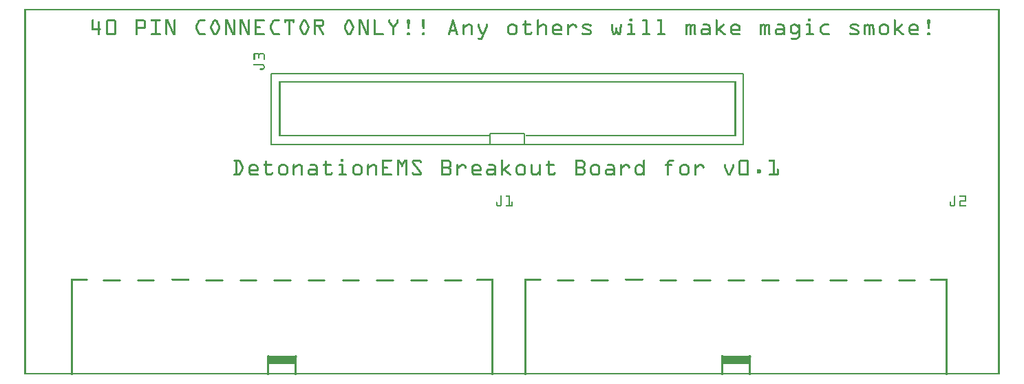
<source format=gto>
G04 MADE WITH FRITZING*
G04 WWW.FRITZING.ORG*
G04 DOUBLE SIDED*
G04 HOLES PLATED*
G04 CONTOUR ON CENTER OF CONTOUR VECTOR*
%ASAXBY*%
%FSLAX23Y23*%
%MOIN*%
%OFA0B0*%
%SFA1.0B1.0*%
%ADD10R,2.295200X0.354200X2.279200X0.338200*%
%ADD11C,0.008000*%
%ADD12R,0.173200X0.063000X0.157200X0.047000*%
%ADD13C,0.010000*%
%ADD14R,0.001000X0.001000*%
%LNSILK1*%
G90*
G70*
G54D11*
X1194Y1460D02*
X3481Y1460D01*
X3481Y1114D01*
X1194Y1114D01*
X1194Y1460D01*
D02*
X2255Y1169D02*
X2420Y1169D01*
X2420Y1114D01*
X2255Y1114D01*
X2255Y1169D01*
D02*
G54D13*
X461Y460D02*
X382Y460D01*
D02*
X626Y460D02*
X548Y460D01*
D02*
X957Y460D02*
X878Y460D01*
D02*
X1122Y460D02*
X1044Y460D01*
D02*
X1288Y460D02*
X1209Y460D01*
D02*
X1453Y460D02*
X1374Y460D01*
D02*
X1619Y460D02*
X1540Y460D01*
D02*
X1784Y460D02*
X1705Y460D01*
D02*
X1949Y460D02*
X1871Y460D01*
D02*
X2115Y460D02*
X2036Y460D01*
D02*
X1182Y90D02*
X1315Y90D01*
D02*
X2659Y460D02*
X2580Y460D01*
D02*
X2825Y460D02*
X2746Y460D01*
D02*
X3155Y460D02*
X3077Y460D01*
D02*
X3321Y460D02*
X3242Y460D01*
D02*
X3486Y460D02*
X3407Y460D01*
D02*
X3651Y460D02*
X3573Y460D01*
D02*
X3817Y460D02*
X3738Y460D01*
D02*
X3982Y460D02*
X3903Y460D01*
D02*
X4147Y460D02*
X4069Y460D01*
D02*
X4313Y460D02*
X4234Y460D01*
D02*
X3380Y90D02*
X3514Y90D01*
G36*
X1181Y51D02*
X1315Y51D01*
X1315Y90D01*
X1181Y90D01*
G37*
D02*
G36*
X3379Y52D02*
X3513Y52D01*
X3513Y91D01*
X3379Y91D01*
G37*
D02*
G54D14*
X0Y1772D02*
X4723Y1772D01*
X0Y1771D02*
X4723Y1771D01*
X0Y1770D02*
X4723Y1770D01*
X0Y1769D02*
X4723Y1769D01*
X0Y1768D02*
X4723Y1768D01*
X0Y1767D02*
X4723Y1767D01*
X0Y1766D02*
X4723Y1766D01*
X0Y1765D02*
X4723Y1765D01*
X0Y1764D02*
X7Y1764D01*
X4716Y1764D02*
X4723Y1764D01*
X0Y1763D02*
X7Y1763D01*
X4716Y1763D02*
X4723Y1763D01*
X0Y1762D02*
X7Y1762D01*
X4716Y1762D02*
X4723Y1762D01*
X0Y1761D02*
X7Y1761D01*
X4716Y1761D02*
X4723Y1761D01*
X0Y1760D02*
X7Y1760D01*
X4716Y1760D02*
X4723Y1760D01*
X0Y1759D02*
X7Y1759D01*
X4716Y1759D02*
X4723Y1759D01*
X0Y1758D02*
X7Y1758D01*
X4716Y1758D02*
X4723Y1758D01*
X0Y1757D02*
X7Y1757D01*
X4716Y1757D02*
X4723Y1757D01*
X0Y1756D02*
X7Y1756D01*
X4716Y1756D02*
X4723Y1756D01*
X0Y1755D02*
X7Y1755D01*
X4716Y1755D02*
X4723Y1755D01*
X0Y1754D02*
X7Y1754D01*
X4716Y1754D02*
X4723Y1754D01*
X0Y1753D02*
X7Y1753D01*
X4716Y1753D02*
X4723Y1753D01*
X0Y1752D02*
X7Y1752D01*
X4716Y1752D02*
X4723Y1752D01*
X0Y1751D02*
X7Y1751D01*
X4716Y1751D02*
X4723Y1751D01*
X0Y1750D02*
X7Y1750D01*
X4716Y1750D02*
X4723Y1750D01*
X0Y1749D02*
X7Y1749D01*
X4716Y1749D02*
X4723Y1749D01*
X0Y1748D02*
X7Y1748D01*
X4716Y1748D02*
X4723Y1748D01*
X0Y1747D02*
X7Y1747D01*
X4716Y1747D02*
X4723Y1747D01*
X0Y1746D02*
X7Y1746D01*
X4716Y1746D02*
X4723Y1746D01*
X0Y1745D02*
X7Y1745D01*
X4716Y1745D02*
X4723Y1745D01*
X0Y1744D02*
X7Y1744D01*
X4716Y1744D02*
X4723Y1744D01*
X0Y1743D02*
X7Y1743D01*
X4716Y1743D02*
X4723Y1743D01*
X0Y1742D02*
X7Y1742D01*
X4716Y1742D02*
X4723Y1742D01*
X0Y1741D02*
X7Y1741D01*
X4716Y1741D02*
X4723Y1741D01*
X0Y1740D02*
X7Y1740D01*
X4716Y1740D02*
X4723Y1740D01*
X0Y1739D02*
X7Y1739D01*
X4716Y1739D02*
X4723Y1739D01*
X0Y1738D02*
X7Y1738D01*
X4716Y1738D02*
X4723Y1738D01*
X0Y1737D02*
X7Y1737D01*
X4716Y1737D02*
X4723Y1737D01*
X0Y1736D02*
X7Y1736D01*
X4716Y1736D02*
X4723Y1736D01*
X0Y1735D02*
X7Y1735D01*
X4716Y1735D02*
X4723Y1735D01*
X0Y1734D02*
X7Y1734D01*
X4716Y1734D02*
X4723Y1734D01*
X0Y1733D02*
X7Y1733D01*
X4716Y1733D02*
X4723Y1733D01*
X0Y1732D02*
X7Y1732D01*
X4716Y1732D02*
X4723Y1732D01*
X0Y1731D02*
X7Y1731D01*
X4716Y1731D02*
X4723Y1731D01*
X0Y1730D02*
X7Y1730D01*
X4716Y1730D02*
X4723Y1730D01*
X0Y1729D02*
X7Y1729D01*
X4716Y1729D02*
X4723Y1729D01*
X0Y1728D02*
X7Y1728D01*
X4716Y1728D02*
X4723Y1728D01*
X0Y1727D02*
X7Y1727D01*
X4716Y1727D02*
X4723Y1727D01*
X0Y1726D02*
X7Y1726D01*
X4716Y1726D02*
X4723Y1726D01*
X0Y1725D02*
X7Y1725D01*
X2933Y1725D02*
X2941Y1725D01*
X3797Y1725D02*
X3805Y1725D01*
X4716Y1725D02*
X4723Y1725D01*
X0Y1724D02*
X7Y1724D01*
X2931Y1724D02*
X2943Y1724D01*
X3795Y1724D02*
X3806Y1724D01*
X4716Y1724D02*
X4723Y1724D01*
X0Y1723D02*
X7Y1723D01*
X2931Y1723D02*
X2943Y1723D01*
X3795Y1723D02*
X3807Y1723D01*
X4716Y1723D02*
X4723Y1723D01*
X0Y1722D02*
X7Y1722D01*
X2930Y1722D02*
X2944Y1722D01*
X3794Y1722D02*
X3808Y1722D01*
X4716Y1722D02*
X4723Y1722D01*
X0Y1721D02*
X7Y1721D01*
X329Y1721D02*
X332Y1721D01*
X403Y1721D02*
X436Y1721D01*
X540Y1721D02*
X576Y1721D01*
X615Y1721D02*
X657Y1721D01*
X683Y1721D02*
X696Y1721D01*
X726Y1721D02*
X729Y1721D01*
X850Y1721D02*
X873Y1721D01*
X921Y1721D02*
X926Y1721D01*
X971Y1721D02*
X984Y1721D01*
X1014Y1721D02*
X1017Y1721D01*
X1043Y1721D02*
X1056Y1721D01*
X1086Y1721D02*
X1089Y1721D01*
X1115Y1721D02*
X1161Y1721D01*
X1210Y1721D02*
X1233Y1721D01*
X1259Y1721D02*
X1308Y1721D01*
X1353Y1721D02*
X1358Y1721D01*
X1403Y1721D02*
X1440Y1721D01*
X1569Y1721D02*
X1574Y1721D01*
X1619Y1721D02*
X1632Y1721D01*
X1662Y1721D02*
X1665Y1721D01*
X1695Y1721D02*
X1697Y1721D01*
X1767Y1721D02*
X1769Y1721D01*
X1806Y1721D02*
X1809Y1721D01*
X1856Y1721D02*
X1863Y1721D01*
X1928Y1721D02*
X1935Y1721D01*
X2074Y1721D02*
X2077Y1721D01*
X2487Y1721D02*
X2489Y1721D01*
X2930Y1721D02*
X2944Y1721D01*
X2996Y1721D02*
X3013Y1721D01*
X3068Y1721D02*
X3085Y1721D01*
X3351Y1721D02*
X3353Y1721D01*
X3794Y1721D02*
X3808Y1721D01*
X4214Y1721D02*
X4217Y1721D01*
X4376Y1721D02*
X4383Y1721D01*
X4716Y1721D02*
X4723Y1721D01*
X0Y1720D02*
X7Y1720D01*
X328Y1720D02*
X333Y1720D01*
X401Y1720D02*
X439Y1720D01*
X539Y1720D02*
X579Y1720D01*
X613Y1720D02*
X658Y1720D01*
X683Y1720D02*
X696Y1720D01*
X725Y1720D02*
X730Y1720D01*
X847Y1720D02*
X874Y1720D01*
X919Y1720D02*
X929Y1720D01*
X971Y1720D02*
X984Y1720D01*
X1013Y1720D02*
X1018Y1720D01*
X1043Y1720D02*
X1056Y1720D01*
X1085Y1720D02*
X1090Y1720D01*
X1115Y1720D02*
X1162Y1720D01*
X1207Y1720D02*
X1234Y1720D01*
X1259Y1720D02*
X1308Y1720D01*
X1350Y1720D02*
X1361Y1720D01*
X1403Y1720D02*
X1443Y1720D01*
X1566Y1720D02*
X1577Y1720D01*
X1619Y1720D02*
X1632Y1720D01*
X1661Y1720D02*
X1666Y1720D01*
X1693Y1720D02*
X1699Y1720D01*
X1765Y1720D02*
X1771Y1720D01*
X1805Y1720D02*
X1810Y1720D01*
X1854Y1720D02*
X1865Y1720D01*
X1926Y1720D02*
X1937Y1720D01*
X2073Y1720D02*
X2078Y1720D01*
X2485Y1720D02*
X2491Y1720D01*
X2930Y1720D02*
X2944Y1720D01*
X2994Y1720D02*
X3014Y1720D01*
X3066Y1720D02*
X3086Y1720D01*
X3349Y1720D02*
X3354Y1720D01*
X3794Y1720D02*
X3808Y1720D01*
X4213Y1720D02*
X4218Y1720D01*
X4374Y1720D02*
X4385Y1720D01*
X4716Y1720D02*
X4723Y1720D01*
X0Y1719D02*
X7Y1719D01*
X327Y1719D02*
X334Y1719D01*
X399Y1719D02*
X440Y1719D01*
X539Y1719D02*
X581Y1719D01*
X612Y1719D02*
X659Y1719D01*
X683Y1719D02*
X697Y1719D01*
X724Y1719D02*
X731Y1719D01*
X845Y1719D02*
X875Y1719D01*
X917Y1719D02*
X931Y1719D01*
X971Y1719D02*
X985Y1719D01*
X1012Y1719D02*
X1019Y1719D01*
X1043Y1719D02*
X1057Y1719D01*
X1084Y1719D02*
X1091Y1719D01*
X1115Y1719D02*
X1163Y1719D01*
X1205Y1719D02*
X1235Y1719D01*
X1259Y1719D02*
X1308Y1719D01*
X1349Y1719D02*
X1362Y1719D01*
X1403Y1719D02*
X1445Y1719D01*
X1565Y1719D02*
X1578Y1719D01*
X1619Y1719D02*
X1633Y1719D01*
X1660Y1719D02*
X1667Y1719D01*
X1692Y1719D02*
X1699Y1719D01*
X1764Y1719D02*
X1771Y1719D01*
X1804Y1719D02*
X1811Y1719D01*
X1853Y1719D02*
X1866Y1719D01*
X1925Y1719D02*
X1938Y1719D01*
X2072Y1719D02*
X2079Y1719D01*
X2484Y1719D02*
X2491Y1719D01*
X2930Y1719D02*
X2944Y1719D01*
X2993Y1719D02*
X3015Y1719D01*
X3065Y1719D02*
X3087Y1719D01*
X3348Y1719D02*
X3355Y1719D01*
X3794Y1719D02*
X3808Y1719D01*
X4212Y1719D02*
X4219Y1719D01*
X4373Y1719D02*
X4386Y1719D01*
X4716Y1719D02*
X4723Y1719D01*
X0Y1718D02*
X7Y1718D01*
X326Y1718D02*
X335Y1718D01*
X398Y1718D02*
X441Y1718D01*
X539Y1718D02*
X582Y1718D01*
X612Y1718D02*
X660Y1718D01*
X683Y1718D02*
X697Y1718D01*
X723Y1718D02*
X732Y1718D01*
X844Y1718D02*
X876Y1718D01*
X916Y1718D02*
X932Y1718D01*
X971Y1718D02*
X985Y1718D01*
X1011Y1718D02*
X1020Y1718D01*
X1043Y1718D02*
X1057Y1718D01*
X1083Y1718D02*
X1092Y1718D01*
X1115Y1718D02*
X1164Y1718D01*
X1204Y1718D02*
X1236Y1718D01*
X1259Y1718D02*
X1308Y1718D01*
X1348Y1718D02*
X1364Y1718D01*
X1403Y1718D02*
X1446Y1718D01*
X1564Y1718D02*
X1580Y1718D01*
X1619Y1718D02*
X1633Y1718D01*
X1659Y1718D02*
X1668Y1718D01*
X1692Y1718D02*
X1700Y1718D01*
X1764Y1718D02*
X1772Y1718D01*
X1803Y1718D02*
X1812Y1718D01*
X1853Y1718D02*
X1866Y1718D01*
X1925Y1718D02*
X1938Y1718D01*
X2071Y1718D02*
X2080Y1718D01*
X2484Y1718D02*
X2492Y1718D01*
X2930Y1718D02*
X2944Y1718D01*
X2992Y1718D02*
X3016Y1718D01*
X3064Y1718D02*
X3088Y1718D01*
X3347Y1718D02*
X3356Y1718D01*
X3794Y1718D02*
X3808Y1718D01*
X4211Y1718D02*
X4220Y1718D01*
X4373Y1718D02*
X4386Y1718D01*
X4716Y1718D02*
X4723Y1718D01*
X0Y1717D02*
X7Y1717D01*
X326Y1717D02*
X335Y1717D01*
X397Y1717D02*
X442Y1717D01*
X539Y1717D02*
X583Y1717D01*
X612Y1717D02*
X660Y1717D01*
X683Y1717D02*
X698Y1717D01*
X723Y1717D02*
X732Y1717D01*
X843Y1717D02*
X876Y1717D01*
X915Y1717D02*
X933Y1717D01*
X971Y1717D02*
X986Y1717D01*
X1011Y1717D02*
X1020Y1717D01*
X1043Y1717D02*
X1058Y1717D01*
X1083Y1717D02*
X1092Y1717D01*
X1115Y1717D02*
X1164Y1717D01*
X1203Y1717D02*
X1236Y1717D01*
X1259Y1717D02*
X1308Y1717D01*
X1347Y1717D02*
X1365Y1717D01*
X1403Y1717D02*
X1447Y1717D01*
X1562Y1717D02*
X1581Y1717D01*
X1619Y1717D02*
X1633Y1717D01*
X1659Y1717D02*
X1668Y1717D01*
X1691Y1717D02*
X1700Y1717D01*
X1763Y1717D02*
X1772Y1717D01*
X1803Y1717D02*
X1812Y1717D01*
X1853Y1717D02*
X1867Y1717D01*
X1925Y1717D02*
X1939Y1717D01*
X2071Y1717D02*
X2080Y1717D01*
X2426Y1717D02*
X2426Y1717D01*
X2483Y1717D02*
X2492Y1717D01*
X2930Y1717D02*
X2944Y1717D01*
X2992Y1717D02*
X3016Y1717D01*
X3064Y1717D02*
X3088Y1717D01*
X3347Y1717D02*
X3356Y1717D01*
X3794Y1717D02*
X3808Y1717D01*
X4211Y1717D02*
X4220Y1717D01*
X4372Y1717D02*
X4386Y1717D01*
X4716Y1717D02*
X4723Y1717D01*
X0Y1716D02*
X7Y1716D01*
X326Y1716D02*
X335Y1716D01*
X397Y1716D02*
X443Y1716D01*
X539Y1716D02*
X584Y1716D01*
X611Y1716D02*
X660Y1716D01*
X683Y1716D02*
X698Y1716D01*
X723Y1716D02*
X732Y1716D01*
X842Y1716D02*
X876Y1716D01*
X914Y1716D02*
X934Y1716D01*
X971Y1716D02*
X986Y1716D01*
X1011Y1716D02*
X1020Y1716D01*
X1043Y1716D02*
X1058Y1716D01*
X1083Y1716D02*
X1092Y1716D01*
X1115Y1716D02*
X1164Y1716D01*
X1202Y1716D02*
X1236Y1716D01*
X1259Y1716D02*
X1308Y1716D01*
X1346Y1716D02*
X1366Y1716D01*
X1403Y1716D02*
X1448Y1716D01*
X1562Y1716D02*
X1582Y1716D01*
X1619Y1716D02*
X1634Y1716D01*
X1659Y1716D02*
X1668Y1716D01*
X1691Y1716D02*
X1700Y1716D01*
X1763Y1716D02*
X1772Y1716D01*
X1803Y1716D02*
X1812Y1716D01*
X1853Y1716D02*
X1867Y1716D01*
X1925Y1716D02*
X1939Y1716D01*
X2071Y1716D02*
X2080Y1716D01*
X2423Y1716D02*
X2428Y1716D01*
X2483Y1716D02*
X2492Y1716D01*
X2930Y1716D02*
X2944Y1716D01*
X2992Y1716D02*
X3016Y1716D01*
X3064Y1716D02*
X3088Y1716D01*
X3347Y1716D02*
X3356Y1716D01*
X3794Y1716D02*
X3808Y1716D01*
X4211Y1716D02*
X4220Y1716D01*
X4372Y1716D02*
X4386Y1716D01*
X4716Y1716D02*
X4723Y1716D01*
X0Y1715D02*
X7Y1715D01*
X326Y1715D02*
X335Y1715D01*
X396Y1715D02*
X443Y1715D01*
X539Y1715D02*
X585Y1715D01*
X612Y1715D02*
X660Y1715D01*
X683Y1715D02*
X698Y1715D01*
X723Y1715D02*
X732Y1715D01*
X841Y1715D02*
X876Y1715D01*
X913Y1715D02*
X934Y1715D01*
X971Y1715D02*
X986Y1715D01*
X1011Y1715D02*
X1020Y1715D01*
X1043Y1715D02*
X1058Y1715D01*
X1083Y1715D02*
X1092Y1715D01*
X1115Y1715D02*
X1164Y1715D01*
X1201Y1715D02*
X1236Y1715D01*
X1259Y1715D02*
X1308Y1715D01*
X1345Y1715D02*
X1366Y1715D01*
X1403Y1715D02*
X1449Y1715D01*
X1561Y1715D02*
X1582Y1715D01*
X1619Y1715D02*
X1634Y1715D01*
X1659Y1715D02*
X1668Y1715D01*
X1691Y1715D02*
X1700Y1715D01*
X1763Y1715D02*
X1772Y1715D01*
X1803Y1715D02*
X1812Y1715D01*
X1853Y1715D02*
X1867Y1715D01*
X1925Y1715D02*
X1939Y1715D01*
X2070Y1715D02*
X2081Y1715D01*
X2422Y1715D02*
X2429Y1715D01*
X2483Y1715D02*
X2492Y1715D01*
X2930Y1715D02*
X2944Y1715D01*
X2992Y1715D02*
X3016Y1715D01*
X3064Y1715D02*
X3088Y1715D01*
X3347Y1715D02*
X3356Y1715D01*
X3794Y1715D02*
X3808Y1715D01*
X4211Y1715D02*
X4220Y1715D01*
X4372Y1715D02*
X4386Y1715D01*
X4716Y1715D02*
X4723Y1715D01*
X0Y1714D02*
X7Y1714D01*
X326Y1714D02*
X335Y1714D01*
X396Y1714D02*
X444Y1714D01*
X539Y1714D02*
X586Y1714D01*
X612Y1714D02*
X660Y1714D01*
X683Y1714D02*
X699Y1714D01*
X723Y1714D02*
X732Y1714D01*
X840Y1714D02*
X876Y1714D01*
X912Y1714D02*
X935Y1714D01*
X971Y1714D02*
X987Y1714D01*
X1011Y1714D02*
X1020Y1714D01*
X1043Y1714D02*
X1059Y1714D01*
X1083Y1714D02*
X1092Y1714D01*
X1115Y1714D02*
X1164Y1714D01*
X1200Y1714D02*
X1236Y1714D01*
X1259Y1714D02*
X1308Y1714D01*
X1344Y1714D02*
X1367Y1714D01*
X1403Y1714D02*
X1450Y1714D01*
X1560Y1714D02*
X1583Y1714D01*
X1619Y1714D02*
X1635Y1714D01*
X1659Y1714D02*
X1668Y1714D01*
X1691Y1714D02*
X1700Y1714D01*
X1763Y1714D02*
X1772Y1714D01*
X1803Y1714D02*
X1812Y1714D01*
X1853Y1714D02*
X1867Y1714D01*
X1925Y1714D02*
X1939Y1714D01*
X2070Y1714D02*
X2081Y1714D01*
X2422Y1714D02*
X2430Y1714D01*
X2483Y1714D02*
X2492Y1714D01*
X2931Y1714D02*
X2943Y1714D01*
X2993Y1714D02*
X3016Y1714D01*
X3065Y1714D02*
X3088Y1714D01*
X3347Y1714D02*
X3356Y1714D01*
X3795Y1714D02*
X3807Y1714D01*
X4211Y1714D02*
X4220Y1714D01*
X4372Y1714D02*
X4386Y1714D01*
X4716Y1714D02*
X4723Y1714D01*
X0Y1713D02*
X7Y1713D01*
X326Y1713D02*
X335Y1713D01*
X396Y1713D02*
X444Y1713D01*
X539Y1713D02*
X586Y1713D01*
X613Y1713D02*
X659Y1713D01*
X683Y1713D02*
X699Y1713D01*
X723Y1713D02*
X732Y1713D01*
X840Y1713D02*
X875Y1713D01*
X912Y1713D02*
X936Y1713D01*
X971Y1713D02*
X987Y1713D01*
X1011Y1713D02*
X1020Y1713D01*
X1043Y1713D02*
X1059Y1713D01*
X1083Y1713D02*
X1092Y1713D01*
X1115Y1713D02*
X1163Y1713D01*
X1200Y1713D02*
X1235Y1713D01*
X1259Y1713D02*
X1308Y1713D01*
X1344Y1713D02*
X1367Y1713D01*
X1403Y1713D02*
X1450Y1713D01*
X1560Y1713D02*
X1583Y1713D01*
X1619Y1713D02*
X1635Y1713D01*
X1659Y1713D02*
X1668Y1713D01*
X1691Y1713D02*
X1700Y1713D01*
X1763Y1713D02*
X1772Y1713D01*
X1803Y1713D02*
X1812Y1713D01*
X1853Y1713D02*
X1866Y1713D01*
X1925Y1713D02*
X1938Y1713D01*
X2070Y1713D02*
X2081Y1713D01*
X2421Y1713D02*
X2430Y1713D01*
X2483Y1713D02*
X2492Y1713D01*
X2931Y1713D02*
X2943Y1713D01*
X2993Y1713D02*
X3016Y1713D01*
X3065Y1713D02*
X3088Y1713D01*
X3347Y1713D02*
X3356Y1713D01*
X3795Y1713D02*
X3807Y1713D01*
X4211Y1713D02*
X4220Y1713D01*
X4373Y1713D02*
X4386Y1713D01*
X4716Y1713D02*
X4723Y1713D01*
X0Y1712D02*
X7Y1712D01*
X326Y1712D02*
X335Y1712D01*
X358Y1712D02*
X362Y1712D01*
X395Y1712D02*
X444Y1712D01*
X539Y1712D02*
X587Y1712D01*
X614Y1712D02*
X658Y1712D01*
X683Y1712D02*
X700Y1712D01*
X723Y1712D02*
X732Y1712D01*
X839Y1712D02*
X874Y1712D01*
X911Y1712D02*
X936Y1712D01*
X971Y1712D02*
X988Y1712D01*
X1011Y1712D02*
X1020Y1712D01*
X1043Y1712D02*
X1060Y1712D01*
X1083Y1712D02*
X1092Y1712D01*
X1115Y1712D02*
X1162Y1712D01*
X1199Y1712D02*
X1234Y1712D01*
X1259Y1712D02*
X1308Y1712D01*
X1343Y1712D02*
X1368Y1712D01*
X1403Y1712D02*
X1451Y1712D01*
X1559Y1712D02*
X1584Y1712D01*
X1619Y1712D02*
X1636Y1712D01*
X1659Y1712D02*
X1668Y1712D01*
X1691Y1712D02*
X1700Y1712D01*
X1763Y1712D02*
X1772Y1712D01*
X1803Y1712D02*
X1812Y1712D01*
X1853Y1712D02*
X1866Y1712D01*
X1925Y1712D02*
X1938Y1712D01*
X2070Y1712D02*
X2082Y1712D01*
X2421Y1712D02*
X2430Y1712D01*
X2483Y1712D02*
X2492Y1712D01*
X2933Y1712D02*
X2942Y1712D01*
X2995Y1712D02*
X3016Y1712D01*
X3067Y1712D02*
X3088Y1712D01*
X3347Y1712D02*
X3356Y1712D01*
X3796Y1712D02*
X3805Y1712D01*
X4211Y1712D02*
X4220Y1712D01*
X4373Y1712D02*
X4386Y1712D01*
X4716Y1712D02*
X4723Y1712D01*
X0Y1711D02*
X7Y1711D01*
X326Y1711D02*
X335Y1711D01*
X357Y1711D02*
X363Y1711D01*
X395Y1711D02*
X405Y1711D01*
X435Y1711D02*
X444Y1711D01*
X539Y1711D02*
X549Y1711D01*
X575Y1711D02*
X587Y1711D01*
X631Y1711D02*
X640Y1711D01*
X683Y1711D02*
X700Y1711D01*
X723Y1711D02*
X732Y1711D01*
X839Y1711D02*
X851Y1711D01*
X911Y1711D02*
X922Y1711D01*
X925Y1711D02*
X937Y1711D01*
X971Y1711D02*
X988Y1711D01*
X1011Y1711D02*
X1020Y1711D01*
X1043Y1711D02*
X1060Y1711D01*
X1083Y1711D02*
X1092Y1711D01*
X1115Y1711D02*
X1125Y1711D01*
X1199Y1711D02*
X1211Y1711D01*
X1259Y1711D02*
X1269Y1711D01*
X1279Y1711D02*
X1288Y1711D01*
X1299Y1711D02*
X1308Y1711D01*
X1343Y1711D02*
X1354Y1711D01*
X1357Y1711D02*
X1368Y1711D01*
X1403Y1711D02*
X1413Y1711D01*
X1439Y1711D02*
X1451Y1711D01*
X1559Y1711D02*
X1570Y1711D01*
X1573Y1711D02*
X1584Y1711D01*
X1619Y1711D02*
X1636Y1711D01*
X1659Y1711D02*
X1668Y1711D01*
X1691Y1711D02*
X1700Y1711D01*
X1763Y1711D02*
X1772Y1711D01*
X1803Y1711D02*
X1812Y1711D01*
X1853Y1711D02*
X1866Y1711D01*
X1925Y1711D02*
X1938Y1711D01*
X2069Y1711D02*
X2082Y1711D01*
X2421Y1711D02*
X2430Y1711D01*
X2483Y1711D02*
X2492Y1711D01*
X3007Y1711D02*
X3016Y1711D01*
X3079Y1711D02*
X3088Y1711D01*
X3347Y1711D02*
X3356Y1711D01*
X4211Y1711D02*
X4220Y1711D01*
X4373Y1711D02*
X4386Y1711D01*
X4716Y1711D02*
X4723Y1711D01*
X0Y1710D02*
X7Y1710D01*
X326Y1710D02*
X335Y1710D01*
X356Y1710D02*
X364Y1710D01*
X395Y1710D02*
X405Y1710D01*
X435Y1710D02*
X444Y1710D01*
X539Y1710D02*
X548Y1710D01*
X577Y1710D02*
X588Y1710D01*
X631Y1710D02*
X640Y1710D01*
X683Y1710D02*
X701Y1710D01*
X723Y1710D02*
X732Y1710D01*
X838Y1710D02*
X849Y1710D01*
X910Y1710D02*
X921Y1710D01*
X926Y1710D02*
X937Y1710D01*
X971Y1710D02*
X989Y1710D01*
X1011Y1710D02*
X1020Y1710D01*
X1043Y1710D02*
X1061Y1710D01*
X1083Y1710D02*
X1092Y1710D01*
X1115Y1710D02*
X1124Y1710D01*
X1198Y1710D02*
X1209Y1710D01*
X1259Y1710D02*
X1268Y1710D01*
X1279Y1710D02*
X1288Y1710D01*
X1299Y1710D02*
X1308Y1710D01*
X1342Y1710D02*
X1353Y1710D01*
X1358Y1710D02*
X1369Y1710D01*
X1403Y1710D02*
X1412Y1710D01*
X1441Y1710D02*
X1452Y1710D01*
X1558Y1710D02*
X1569Y1710D01*
X1574Y1710D02*
X1585Y1710D01*
X1619Y1710D02*
X1637Y1710D01*
X1659Y1710D02*
X1668Y1710D01*
X1691Y1710D02*
X1700Y1710D01*
X1763Y1710D02*
X1772Y1710D01*
X1803Y1710D02*
X1812Y1710D01*
X1853Y1710D02*
X1866Y1710D01*
X1925Y1710D02*
X1938Y1710D01*
X2069Y1710D02*
X2082Y1710D01*
X2421Y1710D02*
X2430Y1710D01*
X2483Y1710D02*
X2492Y1710D01*
X3007Y1710D02*
X3016Y1710D01*
X3079Y1710D02*
X3088Y1710D01*
X3347Y1710D02*
X3356Y1710D01*
X4211Y1710D02*
X4220Y1710D01*
X4373Y1710D02*
X4386Y1710D01*
X4716Y1710D02*
X4723Y1710D01*
X0Y1709D02*
X7Y1709D01*
X326Y1709D02*
X335Y1709D01*
X356Y1709D02*
X364Y1709D01*
X395Y1709D02*
X405Y1709D01*
X435Y1709D02*
X444Y1709D01*
X539Y1709D02*
X548Y1709D01*
X578Y1709D02*
X588Y1709D01*
X631Y1709D02*
X640Y1709D01*
X683Y1709D02*
X701Y1709D01*
X723Y1709D02*
X732Y1709D01*
X838Y1709D02*
X848Y1709D01*
X910Y1709D02*
X920Y1709D01*
X927Y1709D02*
X937Y1709D01*
X971Y1709D02*
X989Y1709D01*
X1011Y1709D02*
X1020Y1709D01*
X1043Y1709D02*
X1061Y1709D01*
X1083Y1709D02*
X1092Y1709D01*
X1115Y1709D02*
X1124Y1709D01*
X1198Y1709D02*
X1208Y1709D01*
X1259Y1709D02*
X1268Y1709D01*
X1279Y1709D02*
X1288Y1709D01*
X1299Y1709D02*
X1308Y1709D01*
X1342Y1709D02*
X1352Y1709D01*
X1359Y1709D02*
X1369Y1709D01*
X1403Y1709D02*
X1412Y1709D01*
X1442Y1709D02*
X1452Y1709D01*
X1558Y1709D02*
X1568Y1709D01*
X1575Y1709D02*
X1585Y1709D01*
X1619Y1709D02*
X1637Y1709D01*
X1659Y1709D02*
X1668Y1709D01*
X1691Y1709D02*
X1700Y1709D01*
X1763Y1709D02*
X1773Y1709D01*
X1802Y1709D02*
X1812Y1709D01*
X1853Y1709D02*
X1866Y1709D01*
X1925Y1709D02*
X1938Y1709D01*
X2069Y1709D02*
X2082Y1709D01*
X2421Y1709D02*
X2430Y1709D01*
X2483Y1709D02*
X2492Y1709D01*
X3007Y1709D02*
X3016Y1709D01*
X3079Y1709D02*
X3088Y1709D01*
X3347Y1709D02*
X3356Y1709D01*
X4211Y1709D02*
X4220Y1709D01*
X4373Y1709D02*
X4386Y1709D01*
X4716Y1709D02*
X4723Y1709D01*
X0Y1708D02*
X7Y1708D01*
X326Y1708D02*
X335Y1708D01*
X356Y1708D02*
X365Y1708D01*
X395Y1708D02*
X405Y1708D01*
X435Y1708D02*
X444Y1708D01*
X539Y1708D02*
X548Y1708D01*
X579Y1708D02*
X588Y1708D01*
X631Y1708D02*
X640Y1708D01*
X683Y1708D02*
X702Y1708D01*
X723Y1708D02*
X732Y1708D01*
X837Y1708D02*
X848Y1708D01*
X909Y1708D02*
X920Y1708D01*
X928Y1708D02*
X938Y1708D01*
X971Y1708D02*
X989Y1708D01*
X1011Y1708D02*
X1020Y1708D01*
X1043Y1708D02*
X1061Y1708D01*
X1083Y1708D02*
X1092Y1708D01*
X1115Y1708D02*
X1124Y1708D01*
X1197Y1708D02*
X1208Y1708D01*
X1259Y1708D02*
X1268Y1708D01*
X1279Y1708D02*
X1288Y1708D01*
X1299Y1708D02*
X1308Y1708D01*
X1341Y1708D02*
X1352Y1708D01*
X1360Y1708D02*
X1370Y1708D01*
X1403Y1708D02*
X1412Y1708D01*
X1443Y1708D02*
X1452Y1708D01*
X1557Y1708D02*
X1568Y1708D01*
X1576Y1708D02*
X1586Y1708D01*
X1619Y1708D02*
X1637Y1708D01*
X1659Y1708D02*
X1668Y1708D01*
X1691Y1708D02*
X1700Y1708D01*
X1763Y1708D02*
X1774Y1708D01*
X1802Y1708D02*
X1812Y1708D01*
X1853Y1708D02*
X1866Y1708D01*
X1925Y1708D02*
X1938Y1708D01*
X2068Y1708D02*
X2083Y1708D01*
X2421Y1708D02*
X2430Y1708D01*
X2483Y1708D02*
X2492Y1708D01*
X3007Y1708D02*
X3016Y1708D01*
X3079Y1708D02*
X3088Y1708D01*
X3347Y1708D02*
X3356Y1708D01*
X4211Y1708D02*
X4220Y1708D01*
X4373Y1708D02*
X4386Y1708D01*
X4716Y1708D02*
X4723Y1708D01*
X0Y1707D02*
X7Y1707D01*
X326Y1707D02*
X335Y1707D01*
X356Y1707D02*
X365Y1707D01*
X395Y1707D02*
X405Y1707D01*
X435Y1707D02*
X444Y1707D01*
X539Y1707D02*
X548Y1707D01*
X579Y1707D02*
X588Y1707D01*
X631Y1707D02*
X640Y1707D01*
X683Y1707D02*
X702Y1707D01*
X723Y1707D02*
X732Y1707D01*
X837Y1707D02*
X847Y1707D01*
X909Y1707D02*
X919Y1707D01*
X928Y1707D02*
X938Y1707D01*
X971Y1707D02*
X990Y1707D01*
X1011Y1707D02*
X1020Y1707D01*
X1043Y1707D02*
X1062Y1707D01*
X1083Y1707D02*
X1092Y1707D01*
X1115Y1707D02*
X1124Y1707D01*
X1197Y1707D02*
X1207Y1707D01*
X1259Y1707D02*
X1268Y1707D01*
X1279Y1707D02*
X1288Y1707D01*
X1299Y1707D02*
X1308Y1707D01*
X1341Y1707D02*
X1351Y1707D01*
X1360Y1707D02*
X1370Y1707D01*
X1403Y1707D02*
X1412Y1707D01*
X1443Y1707D02*
X1452Y1707D01*
X1557Y1707D02*
X1567Y1707D01*
X1576Y1707D02*
X1586Y1707D01*
X1619Y1707D02*
X1638Y1707D01*
X1659Y1707D02*
X1668Y1707D01*
X1691Y1707D02*
X1700Y1707D01*
X1763Y1707D02*
X1774Y1707D01*
X1801Y1707D02*
X1812Y1707D01*
X1853Y1707D02*
X1866Y1707D01*
X1925Y1707D02*
X1938Y1707D01*
X2068Y1707D02*
X2083Y1707D01*
X2421Y1707D02*
X2430Y1707D01*
X2483Y1707D02*
X2492Y1707D01*
X3007Y1707D02*
X3016Y1707D01*
X3079Y1707D02*
X3088Y1707D01*
X3347Y1707D02*
X3356Y1707D01*
X4211Y1707D02*
X4220Y1707D01*
X4373Y1707D02*
X4386Y1707D01*
X4716Y1707D02*
X4723Y1707D01*
X0Y1706D02*
X7Y1706D01*
X326Y1706D02*
X335Y1706D01*
X356Y1706D02*
X365Y1706D01*
X395Y1706D02*
X405Y1706D01*
X435Y1706D02*
X444Y1706D01*
X539Y1706D02*
X548Y1706D01*
X579Y1706D02*
X588Y1706D01*
X631Y1706D02*
X640Y1706D01*
X683Y1706D02*
X702Y1706D01*
X723Y1706D02*
X732Y1706D01*
X836Y1706D02*
X847Y1706D01*
X908Y1706D02*
X919Y1706D01*
X929Y1706D02*
X939Y1706D01*
X971Y1706D02*
X990Y1706D01*
X1011Y1706D02*
X1020Y1706D01*
X1043Y1706D02*
X1062Y1706D01*
X1083Y1706D02*
X1092Y1706D01*
X1115Y1706D02*
X1124Y1706D01*
X1196Y1706D02*
X1207Y1706D01*
X1260Y1706D02*
X1268Y1706D01*
X1279Y1706D02*
X1288Y1706D01*
X1299Y1706D02*
X1308Y1706D01*
X1340Y1706D02*
X1351Y1706D01*
X1361Y1706D02*
X1371Y1706D01*
X1403Y1706D02*
X1412Y1706D01*
X1443Y1706D02*
X1452Y1706D01*
X1556Y1706D02*
X1567Y1706D01*
X1577Y1706D02*
X1587Y1706D01*
X1619Y1706D02*
X1638Y1706D01*
X1659Y1706D02*
X1668Y1706D01*
X1691Y1706D02*
X1700Y1706D01*
X1763Y1706D02*
X1775Y1706D01*
X1800Y1706D02*
X1812Y1706D01*
X1853Y1706D02*
X1866Y1706D01*
X1925Y1706D02*
X1938Y1706D01*
X2068Y1706D02*
X2083Y1706D01*
X2421Y1706D02*
X2430Y1706D01*
X2483Y1706D02*
X2492Y1706D01*
X3007Y1706D02*
X3016Y1706D01*
X3079Y1706D02*
X3088Y1706D01*
X3347Y1706D02*
X3356Y1706D01*
X4211Y1706D02*
X4220Y1706D01*
X4373Y1706D02*
X4386Y1706D01*
X4716Y1706D02*
X4723Y1706D01*
X0Y1705D02*
X7Y1705D01*
X326Y1705D02*
X335Y1705D01*
X356Y1705D02*
X365Y1705D01*
X395Y1705D02*
X405Y1705D01*
X435Y1705D02*
X444Y1705D01*
X539Y1705D02*
X548Y1705D01*
X579Y1705D02*
X588Y1705D01*
X631Y1705D02*
X640Y1705D01*
X683Y1705D02*
X703Y1705D01*
X723Y1705D02*
X732Y1705D01*
X836Y1705D02*
X846Y1705D01*
X908Y1705D02*
X918Y1705D01*
X929Y1705D02*
X939Y1705D01*
X971Y1705D02*
X991Y1705D01*
X1011Y1705D02*
X1020Y1705D01*
X1043Y1705D02*
X1063Y1705D01*
X1083Y1705D02*
X1092Y1705D01*
X1115Y1705D02*
X1124Y1705D01*
X1196Y1705D02*
X1206Y1705D01*
X1260Y1705D02*
X1267Y1705D01*
X1279Y1705D02*
X1288Y1705D01*
X1300Y1705D02*
X1307Y1705D01*
X1340Y1705D02*
X1350Y1705D01*
X1361Y1705D02*
X1371Y1705D01*
X1403Y1705D02*
X1412Y1705D01*
X1443Y1705D02*
X1452Y1705D01*
X1556Y1705D02*
X1566Y1705D01*
X1577Y1705D02*
X1587Y1705D01*
X1619Y1705D02*
X1639Y1705D01*
X1659Y1705D02*
X1668Y1705D01*
X1691Y1705D02*
X1700Y1705D01*
X1764Y1705D02*
X1776Y1705D01*
X1799Y1705D02*
X1811Y1705D01*
X1853Y1705D02*
X1866Y1705D01*
X1925Y1705D02*
X1938Y1705D01*
X2068Y1705D02*
X2084Y1705D01*
X2421Y1705D02*
X2430Y1705D01*
X2483Y1705D02*
X2492Y1705D01*
X3007Y1705D02*
X3016Y1705D01*
X3079Y1705D02*
X3088Y1705D01*
X3347Y1705D02*
X3356Y1705D01*
X4211Y1705D02*
X4220Y1705D01*
X4373Y1705D02*
X4386Y1705D01*
X4716Y1705D02*
X4723Y1705D01*
X0Y1704D02*
X7Y1704D01*
X326Y1704D02*
X335Y1704D01*
X356Y1704D02*
X365Y1704D01*
X395Y1704D02*
X405Y1704D01*
X435Y1704D02*
X444Y1704D01*
X539Y1704D02*
X548Y1704D01*
X579Y1704D02*
X588Y1704D01*
X631Y1704D02*
X640Y1704D01*
X683Y1704D02*
X703Y1704D01*
X723Y1704D02*
X732Y1704D01*
X835Y1704D02*
X846Y1704D01*
X907Y1704D02*
X918Y1704D01*
X930Y1704D02*
X940Y1704D01*
X971Y1704D02*
X991Y1704D01*
X1011Y1704D02*
X1020Y1704D01*
X1043Y1704D02*
X1063Y1704D01*
X1083Y1704D02*
X1092Y1704D01*
X1115Y1704D02*
X1124Y1704D01*
X1195Y1704D02*
X1206Y1704D01*
X1261Y1704D02*
X1267Y1704D01*
X1279Y1704D02*
X1288Y1704D01*
X1301Y1704D02*
X1306Y1704D01*
X1339Y1704D02*
X1350Y1704D01*
X1362Y1704D02*
X1372Y1704D01*
X1403Y1704D02*
X1412Y1704D01*
X1443Y1704D02*
X1452Y1704D01*
X1555Y1704D02*
X1566Y1704D01*
X1578Y1704D02*
X1588Y1704D01*
X1619Y1704D02*
X1639Y1704D01*
X1659Y1704D02*
X1668Y1704D01*
X1691Y1704D02*
X1700Y1704D01*
X1765Y1704D02*
X1777Y1704D01*
X1799Y1704D02*
X1810Y1704D01*
X1853Y1704D02*
X1866Y1704D01*
X1925Y1704D02*
X1938Y1704D01*
X2067Y1704D02*
X2084Y1704D01*
X2421Y1704D02*
X2430Y1704D01*
X2483Y1704D02*
X2492Y1704D01*
X3007Y1704D02*
X3016Y1704D01*
X3079Y1704D02*
X3088Y1704D01*
X3347Y1704D02*
X3356Y1704D01*
X4211Y1704D02*
X4220Y1704D01*
X4373Y1704D02*
X4386Y1704D01*
X4716Y1704D02*
X4723Y1704D01*
X0Y1703D02*
X7Y1703D01*
X326Y1703D02*
X335Y1703D01*
X356Y1703D02*
X365Y1703D01*
X395Y1703D02*
X405Y1703D01*
X435Y1703D02*
X444Y1703D01*
X539Y1703D02*
X548Y1703D01*
X579Y1703D02*
X588Y1703D01*
X631Y1703D02*
X640Y1703D01*
X683Y1703D02*
X704Y1703D01*
X723Y1703D02*
X732Y1703D01*
X835Y1703D02*
X845Y1703D01*
X907Y1703D02*
X917Y1703D01*
X930Y1703D02*
X940Y1703D01*
X971Y1703D02*
X992Y1703D01*
X1011Y1703D02*
X1020Y1703D01*
X1043Y1703D02*
X1064Y1703D01*
X1083Y1703D02*
X1092Y1703D01*
X1115Y1703D02*
X1124Y1703D01*
X1195Y1703D02*
X1205Y1703D01*
X1263Y1703D02*
X1265Y1703D01*
X1279Y1703D02*
X1288Y1703D01*
X1303Y1703D02*
X1304Y1703D01*
X1339Y1703D02*
X1349Y1703D01*
X1362Y1703D02*
X1372Y1703D01*
X1403Y1703D02*
X1412Y1703D01*
X1443Y1703D02*
X1452Y1703D01*
X1555Y1703D02*
X1565Y1703D01*
X1578Y1703D02*
X1588Y1703D01*
X1619Y1703D02*
X1640Y1703D01*
X1659Y1703D02*
X1668Y1703D01*
X1691Y1703D02*
X1700Y1703D01*
X1766Y1703D02*
X1777Y1703D01*
X1798Y1703D02*
X1810Y1703D01*
X1853Y1703D02*
X1866Y1703D01*
X1925Y1703D02*
X1938Y1703D01*
X2067Y1703D02*
X2084Y1703D01*
X2421Y1703D02*
X2430Y1703D01*
X2483Y1703D02*
X2492Y1703D01*
X3007Y1703D02*
X3016Y1703D01*
X3079Y1703D02*
X3088Y1703D01*
X3347Y1703D02*
X3356Y1703D01*
X4211Y1703D02*
X4220Y1703D01*
X4373Y1703D02*
X4386Y1703D01*
X4716Y1703D02*
X4723Y1703D01*
X0Y1702D02*
X7Y1702D01*
X326Y1702D02*
X335Y1702D01*
X356Y1702D02*
X365Y1702D01*
X395Y1702D02*
X405Y1702D01*
X435Y1702D02*
X444Y1702D01*
X539Y1702D02*
X548Y1702D01*
X579Y1702D02*
X588Y1702D01*
X631Y1702D02*
X640Y1702D01*
X683Y1702D02*
X704Y1702D01*
X723Y1702D02*
X732Y1702D01*
X834Y1702D02*
X845Y1702D01*
X906Y1702D02*
X917Y1702D01*
X931Y1702D02*
X941Y1702D01*
X971Y1702D02*
X980Y1702D01*
X982Y1702D02*
X992Y1702D01*
X1011Y1702D02*
X1020Y1702D01*
X1043Y1702D02*
X1052Y1702D01*
X1054Y1702D02*
X1064Y1702D01*
X1083Y1702D02*
X1092Y1702D01*
X1115Y1702D02*
X1124Y1702D01*
X1194Y1702D02*
X1205Y1702D01*
X1279Y1702D02*
X1288Y1702D01*
X1338Y1702D02*
X1349Y1702D01*
X1363Y1702D02*
X1373Y1702D01*
X1403Y1702D02*
X1412Y1702D01*
X1443Y1702D02*
X1452Y1702D01*
X1554Y1702D02*
X1565Y1702D01*
X1579Y1702D02*
X1589Y1702D01*
X1619Y1702D02*
X1628Y1702D01*
X1630Y1702D02*
X1640Y1702D01*
X1659Y1702D02*
X1668Y1702D01*
X1691Y1702D02*
X1700Y1702D01*
X1766Y1702D02*
X1778Y1702D01*
X1797Y1702D02*
X1809Y1702D01*
X1853Y1702D02*
X1866Y1702D01*
X1925Y1702D02*
X1938Y1702D01*
X2067Y1702D02*
X2085Y1702D01*
X2421Y1702D02*
X2430Y1702D01*
X2483Y1702D02*
X2492Y1702D01*
X3007Y1702D02*
X3016Y1702D01*
X3079Y1702D02*
X3088Y1702D01*
X3347Y1702D02*
X3356Y1702D01*
X4211Y1702D02*
X4220Y1702D01*
X4373Y1702D02*
X4386Y1702D01*
X4716Y1702D02*
X4723Y1702D01*
X0Y1701D02*
X7Y1701D01*
X326Y1701D02*
X335Y1701D01*
X356Y1701D02*
X365Y1701D01*
X395Y1701D02*
X405Y1701D01*
X435Y1701D02*
X444Y1701D01*
X539Y1701D02*
X548Y1701D01*
X579Y1701D02*
X588Y1701D01*
X631Y1701D02*
X640Y1701D01*
X683Y1701D02*
X692Y1701D01*
X694Y1701D02*
X705Y1701D01*
X723Y1701D02*
X732Y1701D01*
X834Y1701D02*
X844Y1701D01*
X906Y1701D02*
X916Y1701D01*
X931Y1701D02*
X941Y1701D01*
X971Y1701D02*
X980Y1701D01*
X982Y1701D02*
X993Y1701D01*
X1011Y1701D02*
X1020Y1701D01*
X1043Y1701D02*
X1052Y1701D01*
X1054Y1701D02*
X1065Y1701D01*
X1083Y1701D02*
X1092Y1701D01*
X1115Y1701D02*
X1124Y1701D01*
X1194Y1701D02*
X1204Y1701D01*
X1279Y1701D02*
X1288Y1701D01*
X1338Y1701D02*
X1348Y1701D01*
X1363Y1701D02*
X1373Y1701D01*
X1403Y1701D02*
X1412Y1701D01*
X1443Y1701D02*
X1452Y1701D01*
X1554Y1701D02*
X1564Y1701D01*
X1579Y1701D02*
X1589Y1701D01*
X1619Y1701D02*
X1628Y1701D01*
X1630Y1701D02*
X1641Y1701D01*
X1659Y1701D02*
X1668Y1701D01*
X1691Y1701D02*
X1700Y1701D01*
X1767Y1701D02*
X1779Y1701D01*
X1796Y1701D02*
X1808Y1701D01*
X1854Y1701D02*
X1866Y1701D01*
X1926Y1701D02*
X1938Y1701D01*
X2066Y1701D02*
X2085Y1701D01*
X2421Y1701D02*
X2430Y1701D01*
X2483Y1701D02*
X2492Y1701D01*
X3007Y1701D02*
X3016Y1701D01*
X3079Y1701D02*
X3088Y1701D01*
X3347Y1701D02*
X3356Y1701D01*
X4211Y1701D02*
X4220Y1701D01*
X4373Y1701D02*
X4385Y1701D01*
X4716Y1701D02*
X4723Y1701D01*
X0Y1700D02*
X7Y1700D01*
X326Y1700D02*
X335Y1700D01*
X356Y1700D02*
X365Y1700D01*
X395Y1700D02*
X405Y1700D01*
X435Y1700D02*
X444Y1700D01*
X539Y1700D02*
X548Y1700D01*
X579Y1700D02*
X588Y1700D01*
X631Y1700D02*
X640Y1700D01*
X683Y1700D02*
X692Y1700D01*
X695Y1700D02*
X705Y1700D01*
X723Y1700D02*
X732Y1700D01*
X833Y1700D02*
X844Y1700D01*
X905Y1700D02*
X916Y1700D01*
X932Y1700D02*
X942Y1700D01*
X971Y1700D02*
X980Y1700D01*
X983Y1700D02*
X993Y1700D01*
X1011Y1700D02*
X1020Y1700D01*
X1043Y1700D02*
X1052Y1700D01*
X1055Y1700D02*
X1065Y1700D01*
X1083Y1700D02*
X1092Y1700D01*
X1115Y1700D02*
X1124Y1700D01*
X1193Y1700D02*
X1204Y1700D01*
X1279Y1700D02*
X1288Y1700D01*
X1337Y1700D02*
X1348Y1700D01*
X1364Y1700D02*
X1374Y1700D01*
X1403Y1700D02*
X1412Y1700D01*
X1443Y1700D02*
X1452Y1700D01*
X1553Y1700D02*
X1564Y1700D01*
X1580Y1700D02*
X1590Y1700D01*
X1619Y1700D02*
X1628Y1700D01*
X1631Y1700D02*
X1641Y1700D01*
X1659Y1700D02*
X1668Y1700D01*
X1691Y1700D02*
X1700Y1700D01*
X1768Y1700D02*
X1780Y1700D01*
X1796Y1700D02*
X1807Y1700D01*
X1854Y1700D02*
X1866Y1700D01*
X1926Y1700D02*
X1938Y1700D01*
X2066Y1700D02*
X2085Y1700D01*
X2128Y1700D02*
X2128Y1700D01*
X2149Y1700D02*
X2157Y1700D01*
X2200Y1700D02*
X2200Y1700D01*
X2239Y1700D02*
X2240Y1700D01*
X2356Y1700D02*
X2371Y1700D01*
X2416Y1700D02*
X2451Y1700D01*
X2483Y1700D02*
X2492Y1700D01*
X2509Y1700D02*
X2517Y1700D01*
X2572Y1700D02*
X2587Y1700D01*
X2632Y1700D02*
X2632Y1700D01*
X2651Y1700D02*
X2662Y1700D01*
X2712Y1700D02*
X2735Y1700D01*
X2847Y1700D02*
X2847Y1700D01*
X2888Y1700D02*
X2889Y1700D01*
X2924Y1700D02*
X2940Y1700D01*
X3007Y1700D02*
X3016Y1700D01*
X3079Y1700D02*
X3088Y1700D01*
X3207Y1700D02*
X3207Y1700D01*
X3219Y1700D02*
X3221Y1700D01*
X3289Y1700D02*
X3309Y1700D01*
X3347Y1700D02*
X3356Y1700D01*
X3386Y1700D02*
X3387Y1700D01*
X3436Y1700D02*
X3451Y1700D01*
X3567Y1700D02*
X3567Y1700D01*
X3579Y1700D02*
X3581Y1700D01*
X3649Y1700D02*
X3669Y1700D01*
X3724Y1700D02*
X3733Y1700D01*
X3751Y1700D02*
X3751Y1700D01*
X3788Y1700D02*
X3804Y1700D01*
X3873Y1700D02*
X3895Y1700D01*
X4008Y1700D02*
X4031Y1700D01*
X4071Y1700D02*
X4071Y1700D01*
X4083Y1700D02*
X4085Y1700D01*
X4156Y1700D02*
X4171Y1700D01*
X4211Y1700D02*
X4220Y1700D01*
X4250Y1700D02*
X4250Y1700D01*
X4300Y1700D02*
X4315Y1700D01*
X4373Y1700D02*
X4385Y1700D01*
X4716Y1700D02*
X4723Y1700D01*
X0Y1699D02*
X7Y1699D01*
X326Y1699D02*
X335Y1699D01*
X356Y1699D02*
X365Y1699D01*
X395Y1699D02*
X405Y1699D01*
X435Y1699D02*
X444Y1699D01*
X539Y1699D02*
X548Y1699D01*
X579Y1699D02*
X588Y1699D01*
X631Y1699D02*
X640Y1699D01*
X683Y1699D02*
X692Y1699D01*
X695Y1699D02*
X705Y1699D01*
X723Y1699D02*
X732Y1699D01*
X833Y1699D02*
X843Y1699D01*
X905Y1699D02*
X915Y1699D01*
X932Y1699D02*
X942Y1699D01*
X971Y1699D02*
X980Y1699D01*
X983Y1699D02*
X993Y1699D01*
X1011Y1699D02*
X1020Y1699D01*
X1043Y1699D02*
X1052Y1699D01*
X1055Y1699D02*
X1065Y1699D01*
X1083Y1699D02*
X1092Y1699D01*
X1115Y1699D02*
X1124Y1699D01*
X1193Y1699D02*
X1203Y1699D01*
X1279Y1699D02*
X1288Y1699D01*
X1337Y1699D02*
X1347Y1699D01*
X1364Y1699D02*
X1374Y1699D01*
X1403Y1699D02*
X1412Y1699D01*
X1443Y1699D02*
X1452Y1699D01*
X1553Y1699D02*
X1563Y1699D01*
X1580Y1699D02*
X1590Y1699D01*
X1619Y1699D02*
X1628Y1699D01*
X1631Y1699D02*
X1641Y1699D01*
X1659Y1699D02*
X1668Y1699D01*
X1691Y1699D02*
X1700Y1699D01*
X1769Y1699D02*
X1781Y1699D01*
X1795Y1699D02*
X1807Y1699D01*
X1854Y1699D02*
X1866Y1699D01*
X1926Y1699D02*
X1938Y1699D01*
X2066Y1699D02*
X2085Y1699D01*
X2125Y1699D02*
X2130Y1699D01*
X2145Y1699D02*
X2161Y1699D01*
X2197Y1699D02*
X2202Y1699D01*
X2237Y1699D02*
X2242Y1699D01*
X2352Y1699D02*
X2375Y1699D01*
X2413Y1699D02*
X2453Y1699D01*
X2483Y1699D02*
X2492Y1699D01*
X2505Y1699D02*
X2521Y1699D01*
X2568Y1699D02*
X2591Y1699D01*
X2629Y1699D02*
X2634Y1699D01*
X2649Y1699D02*
X2667Y1699D01*
X2708Y1699D02*
X2739Y1699D01*
X2844Y1699D02*
X2849Y1699D01*
X2886Y1699D02*
X2891Y1699D01*
X2922Y1699D02*
X2942Y1699D01*
X3007Y1699D02*
X3016Y1699D01*
X3079Y1699D02*
X3088Y1699D01*
X3204Y1699D02*
X3209Y1699D01*
X3216Y1699D02*
X3225Y1699D01*
X3236Y1699D02*
X3244Y1699D01*
X3287Y1699D02*
X3313Y1699D01*
X3347Y1699D02*
X3356Y1699D01*
X3384Y1699D02*
X3389Y1699D01*
X3432Y1699D02*
X3455Y1699D01*
X3564Y1699D02*
X3569Y1699D01*
X3576Y1699D02*
X3585Y1699D01*
X3596Y1699D02*
X3603Y1699D01*
X3647Y1699D02*
X3673Y1699D01*
X3720Y1699D02*
X3738Y1699D01*
X3749Y1699D02*
X3754Y1699D01*
X3786Y1699D02*
X3806Y1699D01*
X3869Y1699D02*
X3898Y1699D01*
X4004Y1699D02*
X4035Y1699D01*
X4068Y1699D02*
X4073Y1699D01*
X4080Y1699D02*
X4089Y1699D01*
X4100Y1699D02*
X4107Y1699D01*
X4152Y1699D02*
X4175Y1699D01*
X4211Y1699D02*
X4220Y1699D01*
X4248Y1699D02*
X4253Y1699D01*
X4296Y1699D02*
X4319Y1699D01*
X4373Y1699D02*
X4385Y1699D01*
X4716Y1699D02*
X4723Y1699D01*
X0Y1698D02*
X7Y1698D01*
X326Y1698D02*
X335Y1698D01*
X356Y1698D02*
X365Y1698D01*
X395Y1698D02*
X405Y1698D01*
X435Y1698D02*
X444Y1698D01*
X539Y1698D02*
X548Y1698D01*
X579Y1698D02*
X588Y1698D01*
X631Y1698D02*
X640Y1698D01*
X683Y1698D02*
X692Y1698D01*
X696Y1698D02*
X706Y1698D01*
X723Y1698D02*
X732Y1698D01*
X832Y1698D02*
X843Y1698D01*
X904Y1698D02*
X915Y1698D01*
X933Y1698D02*
X943Y1698D01*
X971Y1698D02*
X980Y1698D01*
X984Y1698D02*
X994Y1698D01*
X1011Y1698D02*
X1020Y1698D01*
X1043Y1698D02*
X1052Y1698D01*
X1056Y1698D02*
X1066Y1698D01*
X1083Y1698D02*
X1092Y1698D01*
X1115Y1698D02*
X1124Y1698D01*
X1192Y1698D02*
X1203Y1698D01*
X1279Y1698D02*
X1288Y1698D01*
X1336Y1698D02*
X1347Y1698D01*
X1365Y1698D02*
X1375Y1698D01*
X1403Y1698D02*
X1412Y1698D01*
X1442Y1698D02*
X1452Y1698D01*
X1552Y1698D02*
X1563Y1698D01*
X1581Y1698D02*
X1591Y1698D01*
X1619Y1698D02*
X1628Y1698D01*
X1632Y1698D02*
X1642Y1698D01*
X1659Y1698D02*
X1668Y1698D01*
X1691Y1698D02*
X1700Y1698D01*
X1770Y1698D02*
X1781Y1698D01*
X1794Y1698D02*
X1806Y1698D01*
X1854Y1698D02*
X1865Y1698D01*
X1926Y1698D02*
X1937Y1698D01*
X2065Y1698D02*
X2086Y1698D01*
X2124Y1698D02*
X2131Y1698D01*
X2143Y1698D02*
X2163Y1698D01*
X2196Y1698D02*
X2203Y1698D01*
X2236Y1698D02*
X2243Y1698D01*
X2350Y1698D02*
X2377Y1698D01*
X2412Y1698D02*
X2454Y1698D01*
X2483Y1698D02*
X2492Y1698D01*
X2503Y1698D02*
X2523Y1698D01*
X2566Y1698D02*
X2593Y1698D01*
X2628Y1698D02*
X2635Y1698D01*
X2648Y1698D02*
X2669Y1698D01*
X2706Y1698D02*
X2741Y1698D01*
X2843Y1698D02*
X2850Y1698D01*
X2885Y1698D02*
X2892Y1698D01*
X2921Y1698D02*
X2943Y1698D01*
X3007Y1698D02*
X3016Y1698D01*
X3079Y1698D02*
X3088Y1698D01*
X3203Y1698D02*
X3210Y1698D01*
X3214Y1698D02*
X3227Y1698D01*
X3234Y1698D02*
X3245Y1698D01*
X3286Y1698D02*
X3315Y1698D01*
X3347Y1698D02*
X3356Y1698D01*
X3383Y1698D02*
X3390Y1698D01*
X3430Y1698D02*
X3457Y1698D01*
X3563Y1698D02*
X3570Y1698D01*
X3574Y1698D02*
X3587Y1698D01*
X3594Y1698D02*
X3605Y1698D01*
X3646Y1698D02*
X3675Y1698D01*
X3718Y1698D02*
X3740Y1698D01*
X3748Y1698D02*
X3755Y1698D01*
X3785Y1698D02*
X3807Y1698D01*
X3867Y1698D02*
X3899Y1698D01*
X4002Y1698D02*
X4037Y1698D01*
X4067Y1698D02*
X4074Y1698D01*
X4078Y1698D02*
X4091Y1698D01*
X4098Y1698D02*
X4109Y1698D01*
X4150Y1698D02*
X4177Y1698D01*
X4211Y1698D02*
X4220Y1698D01*
X4246Y1698D02*
X4254Y1698D01*
X4294Y1698D02*
X4321Y1698D01*
X4374Y1698D02*
X4385Y1698D01*
X4716Y1698D02*
X4723Y1698D01*
X0Y1697D02*
X7Y1697D01*
X326Y1697D02*
X335Y1697D01*
X356Y1697D02*
X365Y1697D01*
X395Y1697D02*
X405Y1697D01*
X435Y1697D02*
X444Y1697D01*
X539Y1697D02*
X548Y1697D01*
X579Y1697D02*
X588Y1697D01*
X631Y1697D02*
X640Y1697D01*
X683Y1697D02*
X692Y1697D01*
X696Y1697D02*
X706Y1697D01*
X723Y1697D02*
X732Y1697D01*
X832Y1697D02*
X842Y1697D01*
X904Y1697D02*
X914Y1697D01*
X933Y1697D02*
X943Y1697D01*
X971Y1697D02*
X980Y1697D01*
X984Y1697D02*
X994Y1697D01*
X1011Y1697D02*
X1020Y1697D01*
X1043Y1697D02*
X1052Y1697D01*
X1056Y1697D02*
X1066Y1697D01*
X1083Y1697D02*
X1092Y1697D01*
X1115Y1697D02*
X1124Y1697D01*
X1192Y1697D02*
X1202Y1697D01*
X1279Y1697D02*
X1288Y1697D01*
X1336Y1697D02*
X1346Y1697D01*
X1365Y1697D02*
X1375Y1697D01*
X1403Y1697D02*
X1412Y1697D01*
X1441Y1697D02*
X1452Y1697D01*
X1552Y1697D02*
X1562Y1697D01*
X1581Y1697D02*
X1591Y1697D01*
X1619Y1697D02*
X1628Y1697D01*
X1632Y1697D02*
X1642Y1697D01*
X1659Y1697D02*
X1668Y1697D01*
X1691Y1697D02*
X1700Y1697D01*
X1770Y1697D02*
X1782Y1697D01*
X1793Y1697D02*
X1805Y1697D01*
X1854Y1697D02*
X1865Y1697D01*
X1926Y1697D02*
X1937Y1697D01*
X2065Y1697D02*
X2086Y1697D01*
X2124Y1697D02*
X2132Y1697D01*
X2142Y1697D02*
X2165Y1697D01*
X2196Y1697D02*
X2204Y1697D01*
X2235Y1697D02*
X2244Y1697D01*
X2349Y1697D02*
X2378Y1697D01*
X2412Y1697D02*
X2454Y1697D01*
X2483Y1697D02*
X2492Y1697D01*
X2502Y1697D02*
X2525Y1697D01*
X2565Y1697D02*
X2594Y1697D01*
X2628Y1697D02*
X2636Y1697D01*
X2646Y1697D02*
X2670Y1697D01*
X2705Y1697D02*
X2743Y1697D01*
X2843Y1697D02*
X2851Y1697D01*
X2884Y1697D02*
X2893Y1697D01*
X2921Y1697D02*
X2944Y1697D01*
X3007Y1697D02*
X3016Y1697D01*
X3079Y1697D02*
X3088Y1697D01*
X3203Y1697D02*
X3211Y1697D01*
X3213Y1697D02*
X3228Y1697D01*
X3233Y1697D02*
X3247Y1697D01*
X3285Y1697D02*
X3317Y1697D01*
X3347Y1697D02*
X3356Y1697D01*
X3381Y1697D02*
X3390Y1697D01*
X3429Y1697D02*
X3458Y1697D01*
X3563Y1697D02*
X3571Y1697D01*
X3573Y1697D02*
X3588Y1697D01*
X3592Y1697D02*
X3607Y1697D01*
X3645Y1697D02*
X3677Y1697D01*
X3717Y1697D02*
X3741Y1697D01*
X3747Y1697D02*
X3755Y1697D01*
X3784Y1697D02*
X3808Y1697D01*
X3865Y1697D02*
X3899Y1697D01*
X4001Y1697D02*
X4039Y1697D01*
X4067Y1697D02*
X4075Y1697D01*
X4077Y1697D02*
X4092Y1697D01*
X4096Y1697D02*
X4111Y1697D01*
X4149Y1697D02*
X4178Y1697D01*
X4211Y1697D02*
X4220Y1697D01*
X4245Y1697D02*
X4254Y1697D01*
X4293Y1697D02*
X4322Y1697D01*
X4374Y1697D02*
X4385Y1697D01*
X4716Y1697D02*
X4723Y1697D01*
X0Y1696D02*
X7Y1696D01*
X326Y1696D02*
X335Y1696D01*
X356Y1696D02*
X365Y1696D01*
X395Y1696D02*
X405Y1696D01*
X435Y1696D02*
X444Y1696D01*
X539Y1696D02*
X548Y1696D01*
X579Y1696D02*
X588Y1696D01*
X631Y1696D02*
X640Y1696D01*
X683Y1696D02*
X692Y1696D01*
X697Y1696D02*
X707Y1696D01*
X723Y1696D02*
X732Y1696D01*
X831Y1696D02*
X842Y1696D01*
X903Y1696D02*
X914Y1696D01*
X934Y1696D02*
X944Y1696D01*
X971Y1696D02*
X980Y1696D01*
X985Y1696D02*
X995Y1696D01*
X1011Y1696D02*
X1020Y1696D01*
X1043Y1696D02*
X1052Y1696D01*
X1057Y1696D02*
X1067Y1696D01*
X1083Y1696D02*
X1092Y1696D01*
X1115Y1696D02*
X1124Y1696D01*
X1191Y1696D02*
X1202Y1696D01*
X1279Y1696D02*
X1288Y1696D01*
X1335Y1696D02*
X1346Y1696D01*
X1366Y1696D02*
X1376Y1696D01*
X1403Y1696D02*
X1413Y1696D01*
X1439Y1696D02*
X1451Y1696D01*
X1551Y1696D02*
X1562Y1696D01*
X1582Y1696D02*
X1592Y1696D01*
X1619Y1696D02*
X1628Y1696D01*
X1633Y1696D02*
X1643Y1696D01*
X1659Y1696D02*
X1668Y1696D01*
X1691Y1696D02*
X1700Y1696D01*
X1771Y1696D02*
X1783Y1696D01*
X1792Y1696D02*
X1804Y1696D01*
X1854Y1696D02*
X1865Y1696D01*
X1926Y1696D02*
X1937Y1696D01*
X2065Y1696D02*
X2074Y1696D01*
X2077Y1696D02*
X2086Y1696D01*
X2123Y1696D02*
X2132Y1696D01*
X2140Y1696D02*
X2166Y1696D01*
X2195Y1696D02*
X2204Y1696D01*
X2235Y1696D02*
X2244Y1696D01*
X2348Y1696D02*
X2380Y1696D01*
X2411Y1696D02*
X2455Y1696D01*
X2483Y1696D02*
X2492Y1696D01*
X2500Y1696D02*
X2526Y1696D01*
X2564Y1696D02*
X2596Y1696D01*
X2627Y1696D02*
X2636Y1696D01*
X2645Y1696D02*
X2671Y1696D01*
X2704Y1696D02*
X2744Y1696D01*
X2842Y1696D02*
X2851Y1696D01*
X2884Y1696D02*
X2893Y1696D01*
X2920Y1696D02*
X2944Y1696D01*
X3007Y1696D02*
X3016Y1696D01*
X3079Y1696D02*
X3088Y1696D01*
X3203Y1696D02*
X3229Y1696D01*
X3231Y1696D02*
X3248Y1696D01*
X3285Y1696D02*
X3318Y1696D01*
X3347Y1696D02*
X3356Y1696D01*
X3380Y1696D02*
X3391Y1696D01*
X3427Y1696D02*
X3460Y1696D01*
X3563Y1696D02*
X3589Y1696D01*
X3591Y1696D02*
X3608Y1696D01*
X3645Y1696D02*
X3678Y1696D01*
X3715Y1696D02*
X3743Y1696D01*
X3747Y1696D02*
X3756Y1696D01*
X3784Y1696D02*
X3808Y1696D01*
X3864Y1696D02*
X3900Y1696D01*
X4000Y1696D02*
X4040Y1696D01*
X4066Y1696D02*
X4093Y1696D01*
X4095Y1696D02*
X4112Y1696D01*
X4147Y1696D02*
X4180Y1696D01*
X4211Y1696D02*
X4220Y1696D01*
X4244Y1696D02*
X4255Y1696D01*
X4291Y1696D02*
X4324Y1696D01*
X4374Y1696D02*
X4385Y1696D01*
X4716Y1696D02*
X4723Y1696D01*
X0Y1695D02*
X7Y1695D01*
X326Y1695D02*
X335Y1695D01*
X356Y1695D02*
X365Y1695D01*
X395Y1695D02*
X405Y1695D01*
X435Y1695D02*
X444Y1695D01*
X539Y1695D02*
X548Y1695D01*
X579Y1695D02*
X588Y1695D01*
X631Y1695D02*
X640Y1695D01*
X683Y1695D02*
X692Y1695D01*
X697Y1695D02*
X707Y1695D01*
X723Y1695D02*
X732Y1695D01*
X831Y1695D02*
X841Y1695D01*
X903Y1695D02*
X913Y1695D01*
X934Y1695D02*
X944Y1695D01*
X971Y1695D02*
X980Y1695D01*
X985Y1695D02*
X995Y1695D01*
X1011Y1695D02*
X1020Y1695D01*
X1043Y1695D02*
X1052Y1695D01*
X1057Y1695D02*
X1067Y1695D01*
X1083Y1695D02*
X1092Y1695D01*
X1115Y1695D02*
X1124Y1695D01*
X1191Y1695D02*
X1201Y1695D01*
X1279Y1695D02*
X1288Y1695D01*
X1335Y1695D02*
X1345Y1695D01*
X1366Y1695D02*
X1376Y1695D01*
X1403Y1695D02*
X1451Y1695D01*
X1551Y1695D02*
X1561Y1695D01*
X1582Y1695D02*
X1592Y1695D01*
X1619Y1695D02*
X1628Y1695D01*
X1633Y1695D02*
X1643Y1695D01*
X1659Y1695D02*
X1668Y1695D01*
X1691Y1695D02*
X1700Y1695D01*
X1772Y1695D02*
X1784Y1695D01*
X1792Y1695D02*
X1803Y1695D01*
X1854Y1695D02*
X1865Y1695D01*
X1926Y1695D02*
X1937Y1695D01*
X2065Y1695D02*
X2074Y1695D01*
X2077Y1695D02*
X2087Y1695D01*
X2123Y1695D02*
X2132Y1695D01*
X2139Y1695D02*
X2167Y1695D01*
X2195Y1695D02*
X2204Y1695D01*
X2235Y1695D02*
X2244Y1695D01*
X2346Y1695D02*
X2381Y1695D01*
X2411Y1695D02*
X2455Y1695D01*
X2483Y1695D02*
X2492Y1695D01*
X2499Y1695D02*
X2527Y1695D01*
X2562Y1695D02*
X2597Y1695D01*
X2627Y1695D02*
X2636Y1695D01*
X2644Y1695D02*
X2672Y1695D01*
X2703Y1695D02*
X2745Y1695D01*
X2842Y1695D02*
X2851Y1695D01*
X2884Y1695D02*
X2893Y1695D01*
X2920Y1695D02*
X2944Y1695D01*
X3007Y1695D02*
X3016Y1695D01*
X3079Y1695D02*
X3088Y1695D01*
X3202Y1695D02*
X3249Y1695D01*
X3285Y1695D02*
X3319Y1695D01*
X3347Y1695D02*
X3356Y1695D01*
X3379Y1695D02*
X3391Y1695D01*
X3426Y1695D02*
X3461Y1695D01*
X3562Y1695D02*
X3609Y1695D01*
X3645Y1695D02*
X3679Y1695D01*
X3714Y1695D02*
X3744Y1695D01*
X3747Y1695D02*
X3756Y1695D01*
X3784Y1695D02*
X3808Y1695D01*
X3863Y1695D02*
X3900Y1695D01*
X3999Y1695D02*
X4041Y1695D01*
X4066Y1695D02*
X4113Y1695D01*
X4146Y1695D02*
X4181Y1695D01*
X4211Y1695D02*
X4220Y1695D01*
X4243Y1695D02*
X4255Y1695D01*
X4290Y1695D02*
X4325Y1695D01*
X4374Y1695D02*
X4385Y1695D01*
X4716Y1695D02*
X4723Y1695D01*
X0Y1694D02*
X7Y1694D01*
X326Y1694D02*
X335Y1694D01*
X356Y1694D02*
X365Y1694D01*
X395Y1694D02*
X405Y1694D01*
X435Y1694D02*
X444Y1694D01*
X539Y1694D02*
X548Y1694D01*
X579Y1694D02*
X588Y1694D01*
X631Y1694D02*
X640Y1694D01*
X683Y1694D02*
X692Y1694D01*
X698Y1694D02*
X708Y1694D01*
X723Y1694D02*
X732Y1694D01*
X830Y1694D02*
X841Y1694D01*
X902Y1694D02*
X913Y1694D01*
X935Y1694D02*
X945Y1694D01*
X971Y1694D02*
X980Y1694D01*
X986Y1694D02*
X996Y1694D01*
X1011Y1694D02*
X1020Y1694D01*
X1043Y1694D02*
X1052Y1694D01*
X1058Y1694D02*
X1068Y1694D01*
X1083Y1694D02*
X1092Y1694D01*
X1115Y1694D02*
X1124Y1694D01*
X1190Y1694D02*
X1201Y1694D01*
X1279Y1694D02*
X1288Y1694D01*
X1334Y1694D02*
X1345Y1694D01*
X1367Y1694D02*
X1377Y1694D01*
X1403Y1694D02*
X1450Y1694D01*
X1550Y1694D02*
X1561Y1694D01*
X1583Y1694D02*
X1593Y1694D01*
X1619Y1694D02*
X1628Y1694D01*
X1633Y1694D02*
X1644Y1694D01*
X1659Y1694D02*
X1668Y1694D01*
X1691Y1694D02*
X1700Y1694D01*
X1773Y1694D02*
X1784Y1694D01*
X1791Y1694D02*
X1803Y1694D01*
X1854Y1694D02*
X1865Y1694D01*
X1926Y1694D02*
X1937Y1694D01*
X2064Y1694D02*
X2074Y1694D01*
X2077Y1694D02*
X2087Y1694D01*
X2123Y1694D02*
X2132Y1694D01*
X2137Y1694D02*
X2168Y1694D01*
X2195Y1694D02*
X2204Y1694D01*
X2235Y1694D02*
X2244Y1694D01*
X2345Y1694D02*
X2382Y1694D01*
X2411Y1694D02*
X2455Y1694D01*
X2483Y1694D02*
X2492Y1694D01*
X2497Y1694D02*
X2528Y1694D01*
X2561Y1694D02*
X2598Y1694D01*
X2627Y1694D02*
X2636Y1694D01*
X2643Y1694D02*
X2673Y1694D01*
X2702Y1694D02*
X2746Y1694D01*
X2842Y1694D02*
X2851Y1694D01*
X2884Y1694D02*
X2893Y1694D01*
X2920Y1694D02*
X2944Y1694D01*
X3007Y1694D02*
X3016Y1694D01*
X3079Y1694D02*
X3088Y1694D01*
X3202Y1694D02*
X3250Y1694D01*
X3285Y1694D02*
X3320Y1694D01*
X3347Y1694D02*
X3356Y1694D01*
X3378Y1694D02*
X3391Y1694D01*
X3425Y1694D02*
X3462Y1694D01*
X3562Y1694D02*
X3609Y1694D01*
X3645Y1694D02*
X3680Y1694D01*
X3713Y1694D02*
X3745Y1694D01*
X3747Y1694D02*
X3756Y1694D01*
X3784Y1694D02*
X3808Y1694D01*
X3862Y1694D02*
X3900Y1694D01*
X3998Y1694D02*
X4042Y1694D01*
X4066Y1694D02*
X4113Y1694D01*
X4145Y1694D02*
X4182Y1694D01*
X4211Y1694D02*
X4220Y1694D01*
X4242Y1694D02*
X4255Y1694D01*
X4289Y1694D02*
X4326Y1694D01*
X4374Y1694D02*
X4385Y1694D01*
X4716Y1694D02*
X4723Y1694D01*
X0Y1693D02*
X7Y1693D01*
X326Y1693D02*
X335Y1693D01*
X356Y1693D02*
X365Y1693D01*
X395Y1693D02*
X405Y1693D01*
X435Y1693D02*
X444Y1693D01*
X539Y1693D02*
X548Y1693D01*
X579Y1693D02*
X588Y1693D01*
X631Y1693D02*
X640Y1693D01*
X683Y1693D02*
X692Y1693D01*
X698Y1693D02*
X708Y1693D01*
X723Y1693D02*
X732Y1693D01*
X830Y1693D02*
X840Y1693D01*
X902Y1693D02*
X912Y1693D01*
X935Y1693D02*
X945Y1693D01*
X971Y1693D02*
X980Y1693D01*
X986Y1693D02*
X996Y1693D01*
X1011Y1693D02*
X1020Y1693D01*
X1043Y1693D02*
X1052Y1693D01*
X1058Y1693D02*
X1068Y1693D01*
X1083Y1693D02*
X1092Y1693D01*
X1115Y1693D02*
X1124Y1693D01*
X1190Y1693D02*
X1200Y1693D01*
X1279Y1693D02*
X1288Y1693D01*
X1334Y1693D02*
X1344Y1693D01*
X1367Y1693D02*
X1377Y1693D01*
X1403Y1693D02*
X1450Y1693D01*
X1550Y1693D02*
X1560Y1693D01*
X1583Y1693D02*
X1593Y1693D01*
X1619Y1693D02*
X1628Y1693D01*
X1634Y1693D02*
X1644Y1693D01*
X1659Y1693D02*
X1668Y1693D01*
X1691Y1693D02*
X1700Y1693D01*
X1773Y1693D02*
X1785Y1693D01*
X1790Y1693D02*
X1802Y1693D01*
X1854Y1693D02*
X1865Y1693D01*
X1926Y1693D02*
X1937Y1693D01*
X2064Y1693D02*
X2074Y1693D01*
X2078Y1693D02*
X2087Y1693D01*
X2123Y1693D02*
X2132Y1693D01*
X2135Y1693D02*
X2168Y1693D01*
X2195Y1693D02*
X2204Y1693D01*
X2235Y1693D02*
X2244Y1693D01*
X2344Y1693D02*
X2383Y1693D01*
X2412Y1693D02*
X2454Y1693D01*
X2483Y1693D02*
X2492Y1693D01*
X2495Y1693D02*
X2528Y1693D01*
X2560Y1693D02*
X2599Y1693D01*
X2627Y1693D02*
X2636Y1693D01*
X2642Y1693D02*
X2674Y1693D01*
X2702Y1693D02*
X2746Y1693D01*
X2842Y1693D02*
X2851Y1693D01*
X2884Y1693D02*
X2893Y1693D01*
X2921Y1693D02*
X2944Y1693D01*
X3007Y1693D02*
X3016Y1693D01*
X3079Y1693D02*
X3088Y1693D01*
X3202Y1693D02*
X3250Y1693D01*
X3285Y1693D02*
X3320Y1693D01*
X3347Y1693D02*
X3356Y1693D01*
X3377Y1693D02*
X3390Y1693D01*
X3424Y1693D02*
X3463Y1693D01*
X3562Y1693D02*
X3610Y1693D01*
X3645Y1693D02*
X3680Y1693D01*
X3712Y1693D02*
X3756Y1693D01*
X3784Y1693D02*
X3808Y1693D01*
X3861Y1693D02*
X3899Y1693D01*
X3998Y1693D02*
X4042Y1693D01*
X4066Y1693D02*
X4114Y1693D01*
X4144Y1693D02*
X4183Y1693D01*
X4211Y1693D02*
X4220Y1693D01*
X4241Y1693D02*
X4254Y1693D01*
X4288Y1693D02*
X4327Y1693D01*
X4374Y1693D02*
X4385Y1693D01*
X4716Y1693D02*
X4723Y1693D01*
X0Y1692D02*
X7Y1692D01*
X326Y1692D02*
X335Y1692D01*
X356Y1692D02*
X365Y1692D01*
X395Y1692D02*
X405Y1692D01*
X435Y1692D02*
X444Y1692D01*
X539Y1692D02*
X548Y1692D01*
X579Y1692D02*
X588Y1692D01*
X631Y1692D02*
X640Y1692D01*
X683Y1692D02*
X692Y1692D01*
X698Y1692D02*
X709Y1692D01*
X723Y1692D02*
X732Y1692D01*
X829Y1692D02*
X840Y1692D01*
X901Y1692D02*
X912Y1692D01*
X936Y1692D02*
X946Y1692D01*
X971Y1692D02*
X980Y1692D01*
X986Y1692D02*
X997Y1692D01*
X1011Y1692D02*
X1020Y1692D01*
X1043Y1692D02*
X1052Y1692D01*
X1058Y1692D02*
X1068Y1692D01*
X1083Y1692D02*
X1092Y1692D01*
X1115Y1692D02*
X1124Y1692D01*
X1189Y1692D02*
X1200Y1692D01*
X1279Y1692D02*
X1288Y1692D01*
X1333Y1692D02*
X1344Y1692D01*
X1368Y1692D02*
X1378Y1692D01*
X1403Y1692D02*
X1449Y1692D01*
X1549Y1692D02*
X1560Y1692D01*
X1584Y1692D02*
X1594Y1692D01*
X1619Y1692D02*
X1628Y1692D01*
X1634Y1692D02*
X1644Y1692D01*
X1659Y1692D02*
X1668Y1692D01*
X1691Y1692D02*
X1700Y1692D01*
X1774Y1692D02*
X1786Y1692D01*
X1789Y1692D02*
X1801Y1692D01*
X1854Y1692D02*
X1865Y1692D01*
X1926Y1692D02*
X1937Y1692D01*
X2064Y1692D02*
X2073Y1692D01*
X2078Y1692D02*
X2087Y1692D01*
X2123Y1692D02*
X2169Y1692D01*
X2195Y1692D02*
X2204Y1692D01*
X2235Y1692D02*
X2244Y1692D01*
X2343Y1692D02*
X2384Y1692D01*
X2412Y1692D02*
X2454Y1692D01*
X2483Y1692D02*
X2529Y1692D01*
X2559Y1692D02*
X2600Y1692D01*
X2627Y1692D02*
X2636Y1692D01*
X2641Y1692D02*
X2674Y1692D01*
X2701Y1692D02*
X2747Y1692D01*
X2842Y1692D02*
X2851Y1692D01*
X2884Y1692D02*
X2893Y1692D01*
X2921Y1692D02*
X2944Y1692D01*
X3007Y1692D02*
X3016Y1692D01*
X3079Y1692D02*
X3088Y1692D01*
X3202Y1692D02*
X3250Y1692D01*
X3286Y1692D02*
X3321Y1692D01*
X3347Y1692D02*
X3356Y1692D01*
X3376Y1692D02*
X3390Y1692D01*
X3423Y1692D02*
X3464Y1692D01*
X3562Y1692D02*
X3610Y1692D01*
X3646Y1692D02*
X3681Y1692D01*
X3711Y1692D02*
X3756Y1692D01*
X3785Y1692D02*
X3808Y1692D01*
X3859Y1692D02*
X3899Y1692D01*
X3997Y1692D02*
X4043Y1692D01*
X4066Y1692D02*
X4114Y1692D01*
X4143Y1692D02*
X4184Y1692D01*
X4211Y1692D02*
X4220Y1692D01*
X4239Y1692D02*
X4254Y1692D01*
X4287Y1692D02*
X4328Y1692D01*
X4374Y1692D02*
X4385Y1692D01*
X4716Y1692D02*
X4723Y1692D01*
X0Y1691D02*
X7Y1691D01*
X326Y1691D02*
X335Y1691D01*
X356Y1691D02*
X365Y1691D01*
X395Y1691D02*
X405Y1691D01*
X435Y1691D02*
X444Y1691D01*
X539Y1691D02*
X548Y1691D01*
X579Y1691D02*
X588Y1691D01*
X631Y1691D02*
X640Y1691D01*
X683Y1691D02*
X692Y1691D01*
X699Y1691D02*
X709Y1691D01*
X723Y1691D02*
X732Y1691D01*
X829Y1691D02*
X839Y1691D01*
X901Y1691D02*
X911Y1691D01*
X936Y1691D02*
X946Y1691D01*
X971Y1691D02*
X980Y1691D01*
X987Y1691D02*
X997Y1691D01*
X1011Y1691D02*
X1020Y1691D01*
X1043Y1691D02*
X1052Y1691D01*
X1059Y1691D02*
X1069Y1691D01*
X1083Y1691D02*
X1092Y1691D01*
X1115Y1691D02*
X1124Y1691D01*
X1189Y1691D02*
X1199Y1691D01*
X1279Y1691D02*
X1288Y1691D01*
X1333Y1691D02*
X1343Y1691D01*
X1368Y1691D02*
X1378Y1691D01*
X1403Y1691D02*
X1448Y1691D01*
X1549Y1691D02*
X1559Y1691D01*
X1584Y1691D02*
X1594Y1691D01*
X1619Y1691D02*
X1628Y1691D01*
X1635Y1691D02*
X1645Y1691D01*
X1659Y1691D02*
X1668Y1691D01*
X1691Y1691D02*
X1700Y1691D01*
X1775Y1691D02*
X1787Y1691D01*
X1789Y1691D02*
X1800Y1691D01*
X1854Y1691D02*
X1865Y1691D01*
X1926Y1691D02*
X1937Y1691D01*
X2063Y1691D02*
X2073Y1691D01*
X2078Y1691D02*
X2088Y1691D01*
X2123Y1691D02*
X2170Y1691D01*
X2195Y1691D02*
X2204Y1691D01*
X2235Y1691D02*
X2244Y1691D01*
X2342Y1691D02*
X2385Y1691D01*
X2413Y1691D02*
X2453Y1691D01*
X2483Y1691D02*
X2530Y1691D01*
X2558Y1691D02*
X2601Y1691D01*
X2627Y1691D02*
X2636Y1691D01*
X2639Y1691D02*
X2675Y1691D01*
X2701Y1691D02*
X2747Y1691D01*
X2842Y1691D02*
X2851Y1691D01*
X2884Y1691D02*
X2893Y1691D01*
X2922Y1691D02*
X2944Y1691D01*
X3007Y1691D02*
X3016Y1691D01*
X3079Y1691D02*
X3088Y1691D01*
X3202Y1691D02*
X3251Y1691D01*
X3287Y1691D02*
X3321Y1691D01*
X3347Y1691D02*
X3356Y1691D01*
X3374Y1691D02*
X3389Y1691D01*
X3422Y1691D02*
X3465Y1691D01*
X3562Y1691D02*
X3611Y1691D01*
X3647Y1691D02*
X3681Y1691D01*
X3710Y1691D02*
X3756Y1691D01*
X3786Y1691D02*
X3808Y1691D01*
X3858Y1691D02*
X3898Y1691D01*
X3997Y1691D02*
X4043Y1691D01*
X4066Y1691D02*
X4115Y1691D01*
X4142Y1691D02*
X4185Y1691D01*
X4211Y1691D02*
X4220Y1691D01*
X4238Y1691D02*
X4253Y1691D01*
X4286Y1691D02*
X4329Y1691D01*
X4374Y1691D02*
X4385Y1691D01*
X4716Y1691D02*
X4723Y1691D01*
X0Y1690D02*
X7Y1690D01*
X326Y1690D02*
X335Y1690D01*
X356Y1690D02*
X365Y1690D01*
X395Y1690D02*
X405Y1690D01*
X435Y1690D02*
X444Y1690D01*
X539Y1690D02*
X548Y1690D01*
X579Y1690D02*
X588Y1690D01*
X631Y1690D02*
X640Y1690D01*
X683Y1690D02*
X692Y1690D01*
X699Y1690D02*
X709Y1690D01*
X723Y1690D02*
X732Y1690D01*
X829Y1690D02*
X839Y1690D01*
X901Y1690D02*
X911Y1690D01*
X937Y1690D02*
X947Y1690D01*
X971Y1690D02*
X980Y1690D01*
X987Y1690D02*
X997Y1690D01*
X1011Y1690D02*
X1020Y1690D01*
X1043Y1690D02*
X1052Y1690D01*
X1059Y1690D02*
X1069Y1690D01*
X1083Y1690D02*
X1092Y1690D01*
X1115Y1690D02*
X1124Y1690D01*
X1189Y1690D02*
X1199Y1690D01*
X1279Y1690D02*
X1288Y1690D01*
X1333Y1690D02*
X1343Y1690D01*
X1369Y1690D02*
X1379Y1690D01*
X1403Y1690D02*
X1447Y1690D01*
X1549Y1690D02*
X1559Y1690D01*
X1585Y1690D02*
X1595Y1690D01*
X1619Y1690D02*
X1628Y1690D01*
X1635Y1690D02*
X1645Y1690D01*
X1659Y1690D02*
X1668Y1690D01*
X1691Y1690D02*
X1700Y1690D01*
X1776Y1690D02*
X1800Y1690D01*
X1854Y1690D02*
X1865Y1690D01*
X1926Y1690D02*
X1937Y1690D01*
X2063Y1690D02*
X2073Y1690D01*
X2078Y1690D02*
X2088Y1690D01*
X2123Y1690D02*
X2149Y1690D01*
X2157Y1690D02*
X2170Y1690D01*
X2195Y1690D02*
X2204Y1690D01*
X2235Y1690D02*
X2244Y1690D01*
X2342Y1690D02*
X2357Y1690D01*
X2370Y1690D02*
X2386Y1690D01*
X2421Y1690D02*
X2431Y1690D01*
X2483Y1690D02*
X2509Y1690D01*
X2517Y1690D02*
X2530Y1690D01*
X2558Y1690D02*
X2573Y1690D01*
X2586Y1690D02*
X2602Y1690D01*
X2627Y1690D02*
X2636Y1690D01*
X2638Y1690D02*
X2653Y1690D01*
X2662Y1690D02*
X2675Y1690D01*
X2701Y1690D02*
X2712Y1690D01*
X2735Y1690D02*
X2747Y1690D01*
X2842Y1690D02*
X2851Y1690D01*
X2884Y1690D02*
X2893Y1690D01*
X2935Y1690D02*
X2944Y1690D01*
X3007Y1690D02*
X3016Y1690D01*
X3079Y1690D02*
X3088Y1690D01*
X3202Y1690D02*
X3219Y1690D01*
X3221Y1690D02*
X3239Y1690D01*
X3241Y1690D02*
X3251Y1690D01*
X3309Y1690D02*
X3322Y1690D01*
X3347Y1690D02*
X3356Y1690D01*
X3373Y1690D02*
X3388Y1690D01*
X3422Y1690D02*
X3437Y1690D01*
X3450Y1690D02*
X3466Y1690D01*
X3562Y1690D02*
X3579Y1690D01*
X3581Y1690D02*
X3599Y1690D01*
X3601Y1690D02*
X3611Y1690D01*
X3669Y1690D02*
X3682Y1690D01*
X3709Y1690D02*
X3725Y1690D01*
X3733Y1690D02*
X3756Y1690D01*
X3799Y1690D02*
X3808Y1690D01*
X3857Y1690D02*
X3874Y1690D01*
X3997Y1690D02*
X4008Y1690D01*
X4031Y1690D02*
X4043Y1690D01*
X4066Y1690D02*
X4083Y1690D01*
X4085Y1690D02*
X4103Y1690D01*
X4105Y1690D02*
X4115Y1690D01*
X4142Y1690D02*
X4156Y1690D01*
X4170Y1690D02*
X4185Y1690D01*
X4211Y1690D02*
X4220Y1690D01*
X4237Y1690D02*
X4252Y1690D01*
X4286Y1690D02*
X4300Y1690D01*
X4314Y1690D02*
X4329Y1690D01*
X4374Y1690D02*
X4385Y1690D01*
X4716Y1690D02*
X4723Y1690D01*
X0Y1689D02*
X7Y1689D01*
X326Y1689D02*
X335Y1689D01*
X356Y1689D02*
X365Y1689D01*
X395Y1689D02*
X405Y1689D01*
X435Y1689D02*
X444Y1689D01*
X539Y1689D02*
X548Y1689D01*
X579Y1689D02*
X588Y1689D01*
X631Y1689D02*
X640Y1689D01*
X683Y1689D02*
X692Y1689D01*
X700Y1689D02*
X710Y1689D01*
X723Y1689D02*
X732Y1689D01*
X828Y1689D02*
X838Y1689D01*
X900Y1689D02*
X910Y1689D01*
X937Y1689D02*
X947Y1689D01*
X971Y1689D02*
X980Y1689D01*
X988Y1689D02*
X998Y1689D01*
X1011Y1689D02*
X1020Y1689D01*
X1043Y1689D02*
X1052Y1689D01*
X1060Y1689D02*
X1070Y1689D01*
X1083Y1689D02*
X1092Y1689D01*
X1115Y1689D02*
X1124Y1689D01*
X1188Y1689D02*
X1198Y1689D01*
X1279Y1689D02*
X1288Y1689D01*
X1332Y1689D02*
X1342Y1689D01*
X1369Y1689D02*
X1379Y1689D01*
X1403Y1689D02*
X1446Y1689D01*
X1548Y1689D02*
X1558Y1689D01*
X1585Y1689D02*
X1595Y1689D01*
X1619Y1689D02*
X1628Y1689D01*
X1636Y1689D02*
X1646Y1689D01*
X1659Y1689D02*
X1668Y1689D01*
X1691Y1689D02*
X1700Y1689D01*
X1777Y1689D02*
X1799Y1689D01*
X1854Y1689D02*
X1865Y1689D01*
X1926Y1689D02*
X1937Y1689D01*
X2063Y1689D02*
X2072Y1689D01*
X2079Y1689D02*
X2088Y1689D01*
X2123Y1689D02*
X2147Y1689D01*
X2160Y1689D02*
X2170Y1689D01*
X2195Y1689D02*
X2204Y1689D01*
X2235Y1689D02*
X2244Y1689D01*
X2341Y1689D02*
X2354Y1689D01*
X2374Y1689D02*
X2386Y1689D01*
X2421Y1689D02*
X2430Y1689D01*
X2483Y1689D02*
X2507Y1689D01*
X2520Y1689D02*
X2530Y1689D01*
X2557Y1689D02*
X2570Y1689D01*
X2589Y1689D02*
X2602Y1689D01*
X2627Y1689D02*
X2652Y1689D01*
X2665Y1689D02*
X2675Y1689D01*
X2701Y1689D02*
X2710Y1689D01*
X2737Y1689D02*
X2747Y1689D01*
X2842Y1689D02*
X2851Y1689D01*
X2884Y1689D02*
X2893Y1689D01*
X2935Y1689D02*
X2944Y1689D01*
X3007Y1689D02*
X3016Y1689D01*
X3079Y1689D02*
X3088Y1689D01*
X3202Y1689D02*
X3218Y1689D01*
X3223Y1689D02*
X3238Y1689D01*
X3242Y1689D02*
X3251Y1689D01*
X3312Y1689D02*
X3322Y1689D01*
X3347Y1689D02*
X3356Y1689D01*
X3372Y1689D02*
X3387Y1689D01*
X3421Y1689D02*
X3434Y1689D01*
X3453Y1689D02*
X3466Y1689D01*
X3562Y1689D02*
X3578Y1689D01*
X3583Y1689D02*
X3598Y1689D01*
X3602Y1689D02*
X3611Y1689D01*
X3672Y1689D02*
X3682Y1689D01*
X3709Y1689D02*
X3722Y1689D01*
X3736Y1689D02*
X3756Y1689D01*
X3799Y1689D02*
X3808Y1689D01*
X3856Y1689D02*
X3871Y1689D01*
X3996Y1689D02*
X4006Y1689D01*
X4033Y1689D02*
X4042Y1689D01*
X4066Y1689D02*
X4082Y1689D01*
X4087Y1689D02*
X4102Y1689D01*
X4106Y1689D02*
X4115Y1689D01*
X4141Y1689D02*
X4154Y1689D01*
X4173Y1689D02*
X4186Y1689D01*
X4211Y1689D02*
X4220Y1689D01*
X4236Y1689D02*
X4250Y1689D01*
X4285Y1689D02*
X4298Y1689D01*
X4317Y1689D02*
X4330Y1689D01*
X4374Y1689D02*
X4385Y1689D01*
X4716Y1689D02*
X4723Y1689D01*
X0Y1688D02*
X7Y1688D01*
X326Y1688D02*
X335Y1688D01*
X356Y1688D02*
X365Y1688D01*
X395Y1688D02*
X405Y1688D01*
X435Y1688D02*
X444Y1688D01*
X539Y1688D02*
X548Y1688D01*
X579Y1688D02*
X588Y1688D01*
X631Y1688D02*
X640Y1688D01*
X683Y1688D02*
X692Y1688D01*
X700Y1688D02*
X710Y1688D01*
X723Y1688D02*
X732Y1688D01*
X828Y1688D02*
X838Y1688D01*
X900Y1688D02*
X910Y1688D01*
X938Y1688D02*
X947Y1688D01*
X971Y1688D02*
X980Y1688D01*
X988Y1688D02*
X998Y1688D01*
X1011Y1688D02*
X1020Y1688D01*
X1043Y1688D02*
X1052Y1688D01*
X1060Y1688D02*
X1070Y1688D01*
X1083Y1688D02*
X1092Y1688D01*
X1115Y1688D02*
X1124Y1688D01*
X1188Y1688D02*
X1198Y1688D01*
X1279Y1688D02*
X1288Y1688D01*
X1332Y1688D02*
X1342Y1688D01*
X1370Y1688D02*
X1379Y1688D01*
X1403Y1688D02*
X1445Y1688D01*
X1548Y1688D02*
X1558Y1688D01*
X1586Y1688D02*
X1595Y1688D01*
X1619Y1688D02*
X1628Y1688D01*
X1636Y1688D02*
X1646Y1688D01*
X1659Y1688D02*
X1668Y1688D01*
X1691Y1688D02*
X1700Y1688D01*
X1777Y1688D02*
X1798Y1688D01*
X1854Y1688D02*
X1865Y1688D01*
X1926Y1688D02*
X1937Y1688D01*
X2063Y1688D02*
X2072Y1688D01*
X2079Y1688D02*
X2089Y1688D01*
X2123Y1688D02*
X2145Y1688D01*
X2161Y1688D02*
X2170Y1688D01*
X2195Y1688D02*
X2204Y1688D01*
X2235Y1688D02*
X2244Y1688D01*
X2341Y1688D02*
X2353Y1688D01*
X2375Y1688D02*
X2387Y1688D01*
X2421Y1688D02*
X2430Y1688D01*
X2483Y1688D02*
X2505Y1688D01*
X2520Y1688D02*
X2530Y1688D01*
X2557Y1688D02*
X2569Y1688D01*
X2591Y1688D02*
X2603Y1688D01*
X2627Y1688D02*
X2651Y1688D01*
X2666Y1688D02*
X2676Y1688D01*
X2700Y1688D02*
X2710Y1688D01*
X2739Y1688D02*
X2746Y1688D01*
X2842Y1688D02*
X2851Y1688D01*
X2884Y1688D02*
X2893Y1688D01*
X2935Y1688D02*
X2944Y1688D01*
X3007Y1688D02*
X3016Y1688D01*
X3079Y1688D02*
X3088Y1688D01*
X3202Y1688D02*
X3217Y1688D01*
X3223Y1688D02*
X3236Y1688D01*
X3242Y1688D02*
X3251Y1688D01*
X3312Y1688D02*
X3322Y1688D01*
X3347Y1688D02*
X3356Y1688D01*
X3371Y1688D02*
X3385Y1688D01*
X3421Y1688D02*
X3432Y1688D01*
X3455Y1688D02*
X3467Y1688D01*
X3562Y1688D02*
X3577Y1688D01*
X3583Y1688D02*
X3596Y1688D01*
X3602Y1688D02*
X3611Y1688D01*
X3672Y1688D02*
X3682Y1688D01*
X3708Y1688D02*
X3720Y1688D01*
X3737Y1688D02*
X3756Y1688D01*
X3799Y1688D02*
X3808Y1688D01*
X3855Y1688D02*
X3870Y1688D01*
X3996Y1688D02*
X4005Y1688D01*
X4034Y1688D02*
X4042Y1688D01*
X4066Y1688D02*
X4081Y1688D01*
X4087Y1688D02*
X4100Y1688D01*
X4106Y1688D02*
X4115Y1688D01*
X4140Y1688D02*
X4152Y1688D01*
X4175Y1688D02*
X4187Y1688D01*
X4211Y1688D02*
X4220Y1688D01*
X4235Y1688D02*
X4249Y1688D01*
X4284Y1688D02*
X4296Y1688D01*
X4319Y1688D02*
X4331Y1688D01*
X4374Y1688D02*
X4385Y1688D01*
X4716Y1688D02*
X4723Y1688D01*
X0Y1687D02*
X7Y1687D01*
X326Y1687D02*
X335Y1687D01*
X356Y1687D02*
X365Y1687D01*
X395Y1687D02*
X405Y1687D01*
X435Y1687D02*
X444Y1687D01*
X539Y1687D02*
X548Y1687D01*
X579Y1687D02*
X588Y1687D01*
X631Y1687D02*
X640Y1687D01*
X683Y1687D02*
X692Y1687D01*
X701Y1687D02*
X711Y1687D01*
X723Y1687D02*
X732Y1687D01*
X828Y1687D02*
X837Y1687D01*
X900Y1687D02*
X909Y1687D01*
X938Y1687D02*
X948Y1687D01*
X971Y1687D02*
X980Y1687D01*
X989Y1687D02*
X999Y1687D01*
X1011Y1687D02*
X1020Y1687D01*
X1043Y1687D02*
X1052Y1687D01*
X1061Y1687D02*
X1071Y1687D01*
X1083Y1687D02*
X1092Y1687D01*
X1115Y1687D02*
X1141Y1687D01*
X1188Y1687D02*
X1197Y1687D01*
X1279Y1687D02*
X1288Y1687D01*
X1332Y1687D02*
X1341Y1687D01*
X1370Y1687D02*
X1380Y1687D01*
X1403Y1687D02*
X1443Y1687D01*
X1548Y1687D02*
X1557Y1687D01*
X1586Y1687D02*
X1596Y1687D01*
X1619Y1687D02*
X1628Y1687D01*
X1637Y1687D02*
X1647Y1687D01*
X1659Y1687D02*
X1668Y1687D01*
X1691Y1687D02*
X1700Y1687D01*
X1778Y1687D02*
X1797Y1687D01*
X1854Y1687D02*
X1865Y1687D01*
X1926Y1687D02*
X1937Y1687D01*
X2062Y1687D02*
X2072Y1687D01*
X2079Y1687D02*
X2089Y1687D01*
X2123Y1687D02*
X2144Y1687D01*
X2161Y1687D02*
X2171Y1687D01*
X2195Y1687D02*
X2205Y1687D01*
X2235Y1687D02*
X2244Y1687D01*
X2340Y1687D02*
X2351Y1687D01*
X2376Y1687D02*
X2387Y1687D01*
X2421Y1687D02*
X2430Y1687D01*
X2483Y1687D02*
X2504Y1687D01*
X2521Y1687D02*
X2531Y1687D01*
X2556Y1687D02*
X2567Y1687D01*
X2592Y1687D02*
X2603Y1687D01*
X2627Y1687D02*
X2649Y1687D01*
X2666Y1687D02*
X2676Y1687D01*
X2700Y1687D02*
X2709Y1687D01*
X2740Y1687D02*
X2745Y1687D01*
X2842Y1687D02*
X2851Y1687D01*
X2884Y1687D02*
X2893Y1687D01*
X2935Y1687D02*
X2944Y1687D01*
X3007Y1687D02*
X3016Y1687D01*
X3079Y1687D02*
X3088Y1687D01*
X3202Y1687D02*
X3215Y1687D01*
X3223Y1687D02*
X3235Y1687D01*
X3242Y1687D02*
X3251Y1687D01*
X3313Y1687D02*
X3322Y1687D01*
X3347Y1687D02*
X3356Y1687D01*
X3370Y1687D02*
X3384Y1687D01*
X3420Y1687D02*
X3431Y1687D01*
X3456Y1687D02*
X3467Y1687D01*
X3562Y1687D02*
X3575Y1687D01*
X3583Y1687D02*
X3595Y1687D01*
X3602Y1687D02*
X3611Y1687D01*
X3673Y1687D02*
X3682Y1687D01*
X3708Y1687D02*
X3719Y1687D01*
X3739Y1687D02*
X3756Y1687D01*
X3799Y1687D02*
X3808Y1687D01*
X3854Y1687D02*
X3868Y1687D01*
X3996Y1687D02*
X4005Y1687D01*
X4036Y1687D02*
X4041Y1687D01*
X4066Y1687D02*
X4079Y1687D01*
X4087Y1687D02*
X4099Y1687D01*
X4106Y1687D02*
X4115Y1687D01*
X4140Y1687D02*
X4151Y1687D01*
X4176Y1687D02*
X4187Y1687D01*
X4211Y1687D02*
X4220Y1687D01*
X4234Y1687D02*
X4248Y1687D01*
X4284Y1687D02*
X4295Y1687D01*
X4320Y1687D02*
X4331Y1687D01*
X4374Y1687D02*
X4385Y1687D01*
X4716Y1687D02*
X4723Y1687D01*
X0Y1686D02*
X7Y1686D01*
X326Y1686D02*
X335Y1686D01*
X356Y1686D02*
X365Y1686D01*
X395Y1686D02*
X405Y1686D01*
X435Y1686D02*
X444Y1686D01*
X539Y1686D02*
X548Y1686D01*
X578Y1686D02*
X588Y1686D01*
X631Y1686D02*
X640Y1686D01*
X683Y1686D02*
X692Y1686D01*
X701Y1686D02*
X711Y1686D01*
X723Y1686D02*
X732Y1686D01*
X828Y1686D02*
X837Y1686D01*
X900Y1686D02*
X909Y1686D01*
X938Y1686D02*
X948Y1686D01*
X971Y1686D02*
X980Y1686D01*
X989Y1686D02*
X999Y1686D01*
X1011Y1686D02*
X1020Y1686D01*
X1043Y1686D02*
X1052Y1686D01*
X1061Y1686D02*
X1071Y1686D01*
X1083Y1686D02*
X1092Y1686D01*
X1115Y1686D02*
X1143Y1686D01*
X1188Y1686D02*
X1197Y1686D01*
X1279Y1686D02*
X1288Y1686D01*
X1332Y1686D02*
X1341Y1686D01*
X1370Y1686D02*
X1380Y1686D01*
X1403Y1686D02*
X1440Y1686D01*
X1548Y1686D02*
X1557Y1686D01*
X1586Y1686D02*
X1596Y1686D01*
X1619Y1686D02*
X1628Y1686D01*
X1637Y1686D02*
X1647Y1686D01*
X1659Y1686D02*
X1668Y1686D01*
X1691Y1686D02*
X1700Y1686D01*
X1779Y1686D02*
X1796Y1686D01*
X1855Y1686D02*
X1865Y1686D01*
X1927Y1686D02*
X1937Y1686D01*
X2062Y1686D02*
X2071Y1686D01*
X2080Y1686D02*
X2089Y1686D01*
X2123Y1686D02*
X2142Y1686D01*
X2161Y1686D02*
X2171Y1686D01*
X2195Y1686D02*
X2205Y1686D01*
X2234Y1686D02*
X2244Y1686D01*
X2340Y1686D02*
X2350Y1686D01*
X2377Y1686D02*
X2387Y1686D01*
X2421Y1686D02*
X2430Y1686D01*
X2483Y1686D02*
X2502Y1686D01*
X2521Y1686D02*
X2531Y1686D01*
X2556Y1686D02*
X2566Y1686D01*
X2593Y1686D02*
X2603Y1686D01*
X2627Y1686D02*
X2648Y1686D01*
X2667Y1686D02*
X2676Y1686D01*
X2701Y1686D02*
X2710Y1686D01*
X2742Y1686D02*
X2743Y1686D01*
X2842Y1686D02*
X2852Y1686D01*
X2884Y1686D02*
X2893Y1686D01*
X2935Y1686D02*
X2944Y1686D01*
X3007Y1686D02*
X3016Y1686D01*
X3079Y1686D02*
X3088Y1686D01*
X3202Y1686D02*
X3214Y1686D01*
X3223Y1686D02*
X3234Y1686D01*
X3242Y1686D02*
X3251Y1686D01*
X3313Y1686D02*
X3323Y1686D01*
X3347Y1686D02*
X3356Y1686D01*
X3368Y1686D02*
X3383Y1686D01*
X3420Y1686D02*
X3430Y1686D01*
X3457Y1686D02*
X3467Y1686D01*
X3562Y1686D02*
X3574Y1686D01*
X3583Y1686D02*
X3594Y1686D01*
X3602Y1686D02*
X3611Y1686D01*
X3673Y1686D02*
X3683Y1686D01*
X3708Y1686D02*
X3718Y1686D01*
X3740Y1686D02*
X3756Y1686D01*
X3799Y1686D02*
X3808Y1686D01*
X3854Y1686D02*
X3867Y1686D01*
X3996Y1686D02*
X4006Y1686D01*
X4037Y1686D02*
X4039Y1686D01*
X4066Y1686D02*
X4078Y1686D01*
X4087Y1686D02*
X4098Y1686D01*
X4106Y1686D02*
X4115Y1686D01*
X4140Y1686D02*
X4150Y1686D01*
X4177Y1686D02*
X4187Y1686D01*
X4211Y1686D02*
X4220Y1686D01*
X4232Y1686D02*
X4247Y1686D01*
X4284Y1686D02*
X4294Y1686D01*
X4321Y1686D02*
X4331Y1686D01*
X4374Y1686D02*
X4384Y1686D01*
X4716Y1686D02*
X4723Y1686D01*
X0Y1685D02*
X7Y1685D01*
X326Y1685D02*
X335Y1685D01*
X356Y1685D02*
X365Y1685D01*
X395Y1685D02*
X405Y1685D01*
X435Y1685D02*
X444Y1685D01*
X539Y1685D02*
X548Y1685D01*
X578Y1685D02*
X588Y1685D01*
X631Y1685D02*
X640Y1685D01*
X683Y1685D02*
X692Y1685D01*
X701Y1685D02*
X712Y1685D01*
X723Y1685D02*
X732Y1685D01*
X828Y1685D02*
X837Y1685D01*
X900Y1685D02*
X909Y1685D01*
X939Y1685D02*
X948Y1685D01*
X971Y1685D02*
X980Y1685D01*
X989Y1685D02*
X1000Y1685D01*
X1011Y1685D02*
X1020Y1685D01*
X1043Y1685D02*
X1052Y1685D01*
X1061Y1685D02*
X1072Y1685D01*
X1083Y1685D02*
X1092Y1685D01*
X1115Y1685D02*
X1143Y1685D01*
X1187Y1685D02*
X1197Y1685D01*
X1279Y1685D02*
X1288Y1685D01*
X1331Y1685D02*
X1341Y1685D01*
X1371Y1685D02*
X1380Y1685D01*
X1403Y1685D02*
X1412Y1685D01*
X1421Y1685D02*
X1432Y1685D01*
X1547Y1685D02*
X1557Y1685D01*
X1587Y1685D02*
X1596Y1685D01*
X1619Y1685D02*
X1628Y1685D01*
X1637Y1685D02*
X1648Y1685D01*
X1659Y1685D02*
X1668Y1685D01*
X1691Y1685D02*
X1700Y1685D01*
X1780Y1685D02*
X1796Y1685D01*
X1855Y1685D02*
X1865Y1685D01*
X1927Y1685D02*
X1937Y1685D01*
X2062Y1685D02*
X2071Y1685D01*
X2080Y1685D02*
X2089Y1685D01*
X2123Y1685D02*
X2141Y1685D01*
X2162Y1685D02*
X2171Y1685D01*
X2195Y1685D02*
X2205Y1685D01*
X2234Y1685D02*
X2244Y1685D01*
X2340Y1685D02*
X2349Y1685D01*
X2378Y1685D02*
X2388Y1685D01*
X2421Y1685D02*
X2430Y1685D01*
X2483Y1685D02*
X2501Y1685D01*
X2522Y1685D02*
X2531Y1685D01*
X2556Y1685D02*
X2565Y1685D01*
X2594Y1685D02*
X2604Y1685D01*
X2627Y1685D02*
X2647Y1685D01*
X2667Y1685D02*
X2676Y1685D01*
X2701Y1685D02*
X2711Y1685D01*
X2842Y1685D02*
X2852Y1685D01*
X2884Y1685D02*
X2893Y1685D01*
X2935Y1685D02*
X2944Y1685D01*
X3007Y1685D02*
X3016Y1685D01*
X3079Y1685D02*
X3088Y1685D01*
X3202Y1685D02*
X3213Y1685D01*
X3223Y1685D02*
X3233Y1685D01*
X3242Y1685D02*
X3251Y1685D01*
X3313Y1685D02*
X3323Y1685D01*
X3347Y1685D02*
X3356Y1685D01*
X3367Y1685D02*
X3382Y1685D01*
X3419Y1685D02*
X3429Y1685D01*
X3458Y1685D02*
X3468Y1685D01*
X3562Y1685D02*
X3573Y1685D01*
X3583Y1685D02*
X3593Y1685D01*
X3602Y1685D02*
X3611Y1685D01*
X3673Y1685D02*
X3683Y1685D01*
X3707Y1685D02*
X3717Y1685D01*
X3741Y1685D02*
X3756Y1685D01*
X3799Y1685D02*
X3808Y1685D01*
X3853Y1685D02*
X3866Y1685D01*
X3997Y1685D02*
X4007Y1685D01*
X4066Y1685D02*
X4077Y1685D01*
X4087Y1685D02*
X4097Y1685D01*
X4106Y1685D02*
X4115Y1685D01*
X4139Y1685D02*
X4149Y1685D01*
X4178Y1685D02*
X4188Y1685D01*
X4211Y1685D02*
X4220Y1685D01*
X4231Y1685D02*
X4246Y1685D01*
X4283Y1685D02*
X4293Y1685D01*
X4322Y1685D02*
X4332Y1685D01*
X4374Y1685D02*
X4384Y1685D01*
X4716Y1685D02*
X4723Y1685D01*
X0Y1684D02*
X7Y1684D01*
X326Y1684D02*
X335Y1684D01*
X356Y1684D02*
X365Y1684D01*
X395Y1684D02*
X405Y1684D01*
X435Y1684D02*
X444Y1684D01*
X539Y1684D02*
X548Y1684D01*
X577Y1684D02*
X588Y1684D01*
X631Y1684D02*
X640Y1684D01*
X683Y1684D02*
X692Y1684D01*
X702Y1684D02*
X712Y1684D01*
X723Y1684D02*
X732Y1684D01*
X827Y1684D02*
X837Y1684D01*
X899Y1684D02*
X909Y1684D01*
X939Y1684D02*
X948Y1684D01*
X971Y1684D02*
X980Y1684D01*
X990Y1684D02*
X1000Y1684D01*
X1011Y1684D02*
X1020Y1684D01*
X1043Y1684D02*
X1052Y1684D01*
X1062Y1684D02*
X1072Y1684D01*
X1083Y1684D02*
X1092Y1684D01*
X1115Y1684D02*
X1144Y1684D01*
X1187Y1684D02*
X1197Y1684D01*
X1279Y1684D02*
X1288Y1684D01*
X1331Y1684D02*
X1341Y1684D01*
X1371Y1684D02*
X1380Y1684D01*
X1403Y1684D02*
X1412Y1684D01*
X1421Y1684D02*
X1432Y1684D01*
X1547Y1684D02*
X1557Y1684D01*
X1587Y1684D02*
X1596Y1684D01*
X1619Y1684D02*
X1628Y1684D01*
X1638Y1684D02*
X1648Y1684D01*
X1659Y1684D02*
X1668Y1684D01*
X1691Y1684D02*
X1700Y1684D01*
X1780Y1684D02*
X1795Y1684D01*
X1855Y1684D02*
X1865Y1684D01*
X1927Y1684D02*
X1937Y1684D01*
X2061Y1684D02*
X2071Y1684D01*
X2080Y1684D02*
X2090Y1684D01*
X2123Y1684D02*
X2139Y1684D01*
X2162Y1684D02*
X2171Y1684D01*
X2196Y1684D02*
X2206Y1684D01*
X2233Y1684D02*
X2243Y1684D01*
X2339Y1684D02*
X2349Y1684D01*
X2378Y1684D02*
X2388Y1684D01*
X2421Y1684D02*
X2430Y1684D01*
X2483Y1684D02*
X2499Y1684D01*
X2522Y1684D02*
X2531Y1684D01*
X2555Y1684D02*
X2565Y1684D01*
X2594Y1684D02*
X2604Y1684D01*
X2627Y1684D02*
X2646Y1684D01*
X2667Y1684D02*
X2676Y1684D01*
X2701Y1684D02*
X2713Y1684D01*
X2842Y1684D02*
X2852Y1684D01*
X2883Y1684D02*
X2893Y1684D01*
X2935Y1684D02*
X2944Y1684D01*
X3007Y1684D02*
X3016Y1684D01*
X3079Y1684D02*
X3088Y1684D01*
X3202Y1684D02*
X3212Y1684D01*
X3223Y1684D02*
X3232Y1684D01*
X3242Y1684D02*
X3251Y1684D01*
X3313Y1684D02*
X3323Y1684D01*
X3347Y1684D02*
X3356Y1684D01*
X3366Y1684D02*
X3381Y1684D01*
X3419Y1684D02*
X3429Y1684D01*
X3458Y1684D02*
X3468Y1684D01*
X3562Y1684D02*
X3572Y1684D01*
X3583Y1684D02*
X3592Y1684D01*
X3602Y1684D02*
X3611Y1684D01*
X3673Y1684D02*
X3683Y1684D01*
X3707Y1684D02*
X3717Y1684D01*
X3742Y1684D02*
X3756Y1684D01*
X3799Y1684D02*
X3808Y1684D01*
X3852Y1684D02*
X3865Y1684D01*
X3997Y1684D02*
X4009Y1684D01*
X4066Y1684D02*
X4076Y1684D01*
X4087Y1684D02*
X4096Y1684D01*
X4106Y1684D02*
X4115Y1684D01*
X4139Y1684D02*
X4149Y1684D01*
X4178Y1684D02*
X4188Y1684D01*
X4211Y1684D02*
X4220Y1684D01*
X4230Y1684D02*
X4245Y1684D01*
X4283Y1684D02*
X4293Y1684D01*
X4322Y1684D02*
X4332Y1684D01*
X4374Y1684D02*
X4384Y1684D01*
X4716Y1684D02*
X4723Y1684D01*
X0Y1683D02*
X7Y1683D01*
X326Y1683D02*
X335Y1683D01*
X356Y1683D02*
X365Y1683D01*
X395Y1683D02*
X405Y1683D01*
X435Y1683D02*
X444Y1683D01*
X539Y1683D02*
X587Y1683D01*
X631Y1683D02*
X640Y1683D01*
X683Y1683D02*
X692Y1683D01*
X702Y1683D02*
X712Y1683D01*
X723Y1683D02*
X732Y1683D01*
X827Y1683D02*
X837Y1683D01*
X899Y1683D02*
X909Y1683D01*
X939Y1683D02*
X948Y1683D01*
X971Y1683D02*
X980Y1683D01*
X990Y1683D02*
X1000Y1683D01*
X1011Y1683D02*
X1020Y1683D01*
X1043Y1683D02*
X1052Y1683D01*
X1062Y1683D02*
X1072Y1683D01*
X1083Y1683D02*
X1092Y1683D01*
X1115Y1683D02*
X1144Y1683D01*
X1187Y1683D02*
X1196Y1683D01*
X1279Y1683D02*
X1288Y1683D01*
X1331Y1683D02*
X1340Y1683D01*
X1371Y1683D02*
X1380Y1683D01*
X1403Y1683D02*
X1412Y1683D01*
X1422Y1683D02*
X1433Y1683D01*
X1547Y1683D02*
X1556Y1683D01*
X1587Y1683D02*
X1596Y1683D01*
X1619Y1683D02*
X1628Y1683D01*
X1638Y1683D02*
X1648Y1683D01*
X1659Y1683D02*
X1668Y1683D01*
X1691Y1683D02*
X1700Y1683D01*
X1781Y1683D02*
X1794Y1683D01*
X1855Y1683D02*
X1864Y1683D01*
X1927Y1683D02*
X1936Y1683D01*
X2061Y1683D02*
X2071Y1683D01*
X2081Y1683D02*
X2090Y1683D01*
X2123Y1683D02*
X2138Y1683D01*
X2162Y1683D02*
X2171Y1683D01*
X2196Y1683D02*
X2206Y1683D01*
X2233Y1683D02*
X2243Y1683D01*
X2339Y1683D02*
X2348Y1683D01*
X2379Y1683D02*
X2388Y1683D01*
X2421Y1683D02*
X2430Y1683D01*
X2483Y1683D02*
X2498Y1683D01*
X2522Y1683D02*
X2531Y1683D01*
X2555Y1683D02*
X2564Y1683D01*
X2595Y1683D02*
X2604Y1683D01*
X2627Y1683D02*
X2645Y1683D01*
X2667Y1683D02*
X2676Y1683D01*
X2701Y1683D02*
X2715Y1683D01*
X2842Y1683D02*
X2852Y1683D01*
X2867Y1683D02*
X2868Y1683D01*
X2883Y1683D02*
X2893Y1683D01*
X2935Y1683D02*
X2944Y1683D01*
X3007Y1683D02*
X3016Y1683D01*
X3079Y1683D02*
X3088Y1683D01*
X3202Y1683D02*
X3211Y1683D01*
X3223Y1683D02*
X3232Y1683D01*
X3242Y1683D02*
X3251Y1683D01*
X3314Y1683D02*
X3323Y1683D01*
X3347Y1683D02*
X3356Y1683D01*
X3365Y1683D02*
X3380Y1683D01*
X3419Y1683D02*
X3428Y1683D01*
X3459Y1683D02*
X3468Y1683D01*
X3562Y1683D02*
X3571Y1683D01*
X3583Y1683D02*
X3592Y1683D01*
X3602Y1683D02*
X3611Y1683D01*
X3674Y1683D02*
X3683Y1683D01*
X3707Y1683D02*
X3716Y1683D01*
X3743Y1683D02*
X3756Y1683D01*
X3799Y1683D02*
X3808Y1683D01*
X3852Y1683D02*
X3864Y1683D01*
X3997Y1683D02*
X4011Y1683D01*
X4066Y1683D02*
X4075Y1683D01*
X4087Y1683D02*
X4096Y1683D01*
X4106Y1683D02*
X4115Y1683D01*
X4139Y1683D02*
X4148Y1683D01*
X4179Y1683D02*
X4188Y1683D01*
X4211Y1683D02*
X4220Y1683D01*
X4229Y1683D02*
X4243Y1683D01*
X4283Y1683D02*
X4292Y1683D01*
X4323Y1683D02*
X4332Y1683D01*
X4375Y1683D02*
X4384Y1683D01*
X4716Y1683D02*
X4723Y1683D01*
X0Y1682D02*
X7Y1682D01*
X326Y1682D02*
X335Y1682D01*
X356Y1682D02*
X365Y1682D01*
X395Y1682D02*
X405Y1682D01*
X435Y1682D02*
X444Y1682D01*
X539Y1682D02*
X587Y1682D01*
X631Y1682D02*
X640Y1682D01*
X683Y1682D02*
X692Y1682D01*
X703Y1682D02*
X713Y1682D01*
X723Y1682D02*
X732Y1682D01*
X827Y1682D02*
X836Y1682D01*
X899Y1682D02*
X908Y1682D01*
X939Y1682D02*
X948Y1682D01*
X971Y1682D02*
X980Y1682D01*
X991Y1682D02*
X1001Y1682D01*
X1011Y1682D02*
X1020Y1682D01*
X1043Y1682D02*
X1052Y1682D01*
X1063Y1682D02*
X1073Y1682D01*
X1083Y1682D02*
X1092Y1682D01*
X1115Y1682D02*
X1144Y1682D01*
X1187Y1682D02*
X1196Y1682D01*
X1279Y1682D02*
X1288Y1682D01*
X1331Y1682D02*
X1340Y1682D01*
X1371Y1682D02*
X1380Y1682D01*
X1403Y1682D02*
X1412Y1682D01*
X1422Y1682D02*
X1433Y1682D01*
X1547Y1682D02*
X1556Y1682D01*
X1587Y1682D02*
X1596Y1682D01*
X1619Y1682D02*
X1628Y1682D01*
X1639Y1682D02*
X1649Y1682D01*
X1659Y1682D02*
X1668Y1682D01*
X1691Y1682D02*
X1700Y1682D01*
X1782Y1682D02*
X1793Y1682D01*
X1855Y1682D02*
X1864Y1682D01*
X1927Y1682D02*
X1936Y1682D01*
X2061Y1682D02*
X2070Y1682D01*
X2081Y1682D02*
X2090Y1682D01*
X2123Y1682D02*
X2136Y1682D01*
X2162Y1682D02*
X2171Y1682D01*
X2197Y1682D02*
X2207Y1682D01*
X2232Y1682D02*
X2242Y1682D01*
X2339Y1682D02*
X2348Y1682D01*
X2379Y1682D02*
X2388Y1682D01*
X2421Y1682D02*
X2430Y1682D01*
X2483Y1682D02*
X2496Y1682D01*
X2522Y1682D02*
X2531Y1682D01*
X2555Y1682D02*
X2564Y1682D01*
X2595Y1682D02*
X2604Y1682D01*
X2627Y1682D02*
X2644Y1682D01*
X2667Y1682D02*
X2676Y1682D01*
X2702Y1682D02*
X2717Y1682D01*
X2843Y1682D02*
X2852Y1682D01*
X2865Y1682D02*
X2870Y1682D01*
X2883Y1682D02*
X2893Y1682D01*
X2935Y1682D02*
X2944Y1682D01*
X3007Y1682D02*
X3016Y1682D01*
X3079Y1682D02*
X3088Y1682D01*
X3202Y1682D02*
X3211Y1682D01*
X3223Y1682D02*
X3232Y1682D01*
X3242Y1682D02*
X3251Y1682D01*
X3314Y1682D02*
X3323Y1682D01*
X3347Y1682D02*
X3356Y1682D01*
X3364Y1682D02*
X3378Y1682D01*
X3419Y1682D02*
X3428Y1682D01*
X3459Y1682D02*
X3468Y1682D01*
X3562Y1682D02*
X3571Y1682D01*
X3583Y1682D02*
X3592Y1682D01*
X3602Y1682D02*
X3611Y1682D01*
X3674Y1682D02*
X3683Y1682D01*
X3707Y1682D02*
X3716Y1682D01*
X3744Y1682D02*
X3756Y1682D01*
X3799Y1682D02*
X3808Y1682D01*
X3852Y1682D02*
X3863Y1682D01*
X3998Y1682D02*
X4013Y1682D01*
X4066Y1682D02*
X4075Y1682D01*
X4087Y1682D02*
X4096Y1682D01*
X4106Y1682D02*
X4115Y1682D01*
X4139Y1682D02*
X4148Y1682D01*
X4179Y1682D02*
X4188Y1682D01*
X4211Y1682D02*
X4220Y1682D01*
X4228Y1682D02*
X4242Y1682D01*
X4283Y1682D02*
X4292Y1682D01*
X4323Y1682D02*
X4332Y1682D01*
X4375Y1682D02*
X4384Y1682D01*
X4716Y1682D02*
X4723Y1682D01*
X0Y1681D02*
X7Y1681D01*
X326Y1681D02*
X335Y1681D01*
X356Y1681D02*
X365Y1681D01*
X395Y1681D02*
X405Y1681D01*
X435Y1681D02*
X444Y1681D01*
X539Y1681D02*
X586Y1681D01*
X631Y1681D02*
X640Y1681D01*
X683Y1681D02*
X692Y1681D01*
X703Y1681D02*
X713Y1681D01*
X723Y1681D02*
X732Y1681D01*
X827Y1681D02*
X837Y1681D01*
X899Y1681D02*
X909Y1681D01*
X939Y1681D02*
X948Y1681D01*
X971Y1681D02*
X980Y1681D01*
X991Y1681D02*
X1001Y1681D01*
X1011Y1681D02*
X1020Y1681D01*
X1043Y1681D02*
X1052Y1681D01*
X1063Y1681D02*
X1073Y1681D01*
X1083Y1681D02*
X1092Y1681D01*
X1115Y1681D02*
X1144Y1681D01*
X1187Y1681D02*
X1197Y1681D01*
X1279Y1681D02*
X1288Y1681D01*
X1331Y1681D02*
X1341Y1681D01*
X1371Y1681D02*
X1380Y1681D01*
X1403Y1681D02*
X1412Y1681D01*
X1423Y1681D02*
X1434Y1681D01*
X1547Y1681D02*
X1557Y1681D01*
X1587Y1681D02*
X1596Y1681D01*
X1619Y1681D02*
X1628Y1681D01*
X1639Y1681D02*
X1649Y1681D01*
X1659Y1681D02*
X1668Y1681D01*
X1691Y1681D02*
X1700Y1681D01*
X1783Y1681D02*
X1792Y1681D01*
X1855Y1681D02*
X1864Y1681D01*
X1927Y1681D02*
X1936Y1681D01*
X2060Y1681D02*
X2070Y1681D01*
X2081Y1681D02*
X2091Y1681D01*
X2123Y1681D02*
X2135Y1681D01*
X2162Y1681D02*
X2171Y1681D01*
X2197Y1681D02*
X2207Y1681D01*
X2232Y1681D02*
X2242Y1681D01*
X2339Y1681D02*
X2348Y1681D01*
X2379Y1681D02*
X2388Y1681D01*
X2421Y1681D02*
X2430Y1681D01*
X2483Y1681D02*
X2495Y1681D01*
X2522Y1681D02*
X2531Y1681D01*
X2555Y1681D02*
X2564Y1681D01*
X2595Y1681D02*
X2604Y1681D01*
X2627Y1681D02*
X2642Y1681D01*
X2667Y1681D02*
X2676Y1681D01*
X2702Y1681D02*
X2720Y1681D01*
X2843Y1681D02*
X2852Y1681D01*
X2864Y1681D02*
X2871Y1681D01*
X2883Y1681D02*
X2892Y1681D01*
X2935Y1681D02*
X2944Y1681D01*
X3007Y1681D02*
X3016Y1681D01*
X3079Y1681D02*
X3088Y1681D01*
X3202Y1681D02*
X3211Y1681D01*
X3223Y1681D02*
X3232Y1681D01*
X3242Y1681D02*
X3251Y1681D01*
X3314Y1681D02*
X3323Y1681D01*
X3347Y1681D02*
X3356Y1681D01*
X3363Y1681D02*
X3377Y1681D01*
X3419Y1681D02*
X3428Y1681D01*
X3459Y1681D02*
X3468Y1681D01*
X3562Y1681D02*
X3571Y1681D01*
X3583Y1681D02*
X3592Y1681D01*
X3602Y1681D02*
X3611Y1681D01*
X3674Y1681D02*
X3683Y1681D01*
X3707Y1681D02*
X3716Y1681D01*
X3745Y1681D02*
X3756Y1681D01*
X3799Y1681D02*
X3808Y1681D01*
X3851Y1681D02*
X3861Y1681D01*
X3998Y1681D02*
X4016Y1681D01*
X4066Y1681D02*
X4075Y1681D01*
X4087Y1681D02*
X4096Y1681D01*
X4106Y1681D02*
X4115Y1681D01*
X4139Y1681D02*
X4148Y1681D01*
X4179Y1681D02*
X4188Y1681D01*
X4211Y1681D02*
X4220Y1681D01*
X4227Y1681D02*
X4241Y1681D01*
X4283Y1681D02*
X4292Y1681D01*
X4323Y1681D02*
X4332Y1681D01*
X4375Y1681D02*
X4384Y1681D01*
X4716Y1681D02*
X4723Y1681D01*
X0Y1680D02*
X7Y1680D01*
X326Y1680D02*
X335Y1680D01*
X356Y1680D02*
X365Y1680D01*
X395Y1680D02*
X405Y1680D01*
X435Y1680D02*
X444Y1680D01*
X539Y1680D02*
X586Y1680D01*
X631Y1680D02*
X640Y1680D01*
X683Y1680D02*
X692Y1680D01*
X704Y1680D02*
X714Y1680D01*
X723Y1680D02*
X732Y1680D01*
X827Y1680D02*
X837Y1680D01*
X899Y1680D02*
X909Y1680D01*
X939Y1680D02*
X948Y1680D01*
X971Y1680D02*
X980Y1680D01*
X992Y1680D02*
X1002Y1680D01*
X1011Y1680D02*
X1020Y1680D01*
X1043Y1680D02*
X1052Y1680D01*
X1064Y1680D02*
X1074Y1680D01*
X1083Y1680D02*
X1092Y1680D01*
X1115Y1680D02*
X1144Y1680D01*
X1187Y1680D02*
X1197Y1680D01*
X1279Y1680D02*
X1288Y1680D01*
X1331Y1680D02*
X1341Y1680D01*
X1371Y1680D02*
X1380Y1680D01*
X1403Y1680D02*
X1412Y1680D01*
X1424Y1680D02*
X1434Y1680D01*
X1547Y1680D02*
X1557Y1680D01*
X1587Y1680D02*
X1596Y1680D01*
X1619Y1680D02*
X1628Y1680D01*
X1640Y1680D02*
X1650Y1680D01*
X1659Y1680D02*
X1668Y1680D01*
X1691Y1680D02*
X1700Y1680D01*
X1783Y1680D02*
X1792Y1680D01*
X1855Y1680D02*
X1864Y1680D01*
X1927Y1680D02*
X1936Y1680D01*
X2060Y1680D02*
X2070Y1680D01*
X2081Y1680D02*
X2091Y1680D01*
X2123Y1680D02*
X2133Y1680D01*
X2162Y1680D02*
X2171Y1680D01*
X2198Y1680D02*
X2208Y1680D01*
X2231Y1680D02*
X2242Y1680D01*
X2339Y1680D02*
X2348Y1680D01*
X2379Y1680D02*
X2388Y1680D01*
X2421Y1680D02*
X2430Y1680D01*
X2483Y1680D02*
X2493Y1680D01*
X2522Y1680D02*
X2531Y1680D01*
X2555Y1680D02*
X2564Y1680D01*
X2595Y1680D02*
X2604Y1680D01*
X2627Y1680D02*
X2641Y1680D01*
X2668Y1680D02*
X2675Y1680D01*
X2703Y1680D02*
X2722Y1680D01*
X2843Y1680D02*
X2852Y1680D01*
X2863Y1680D02*
X2872Y1680D01*
X2883Y1680D02*
X2892Y1680D01*
X2935Y1680D02*
X2944Y1680D01*
X3007Y1680D02*
X3016Y1680D01*
X3079Y1680D02*
X3088Y1680D01*
X3202Y1680D02*
X3211Y1680D01*
X3223Y1680D02*
X3232Y1680D01*
X3242Y1680D02*
X3251Y1680D01*
X3314Y1680D02*
X3323Y1680D01*
X3347Y1680D02*
X3356Y1680D01*
X3361Y1680D02*
X3376Y1680D01*
X3419Y1680D02*
X3428Y1680D01*
X3459Y1680D02*
X3468Y1680D01*
X3562Y1680D02*
X3571Y1680D01*
X3583Y1680D02*
X3592Y1680D01*
X3602Y1680D02*
X3611Y1680D01*
X3674Y1680D02*
X3683Y1680D01*
X3707Y1680D02*
X3716Y1680D01*
X3746Y1680D02*
X3756Y1680D01*
X3799Y1680D02*
X3808Y1680D01*
X3851Y1680D02*
X3861Y1680D01*
X3999Y1680D02*
X4018Y1680D01*
X4066Y1680D02*
X4075Y1680D01*
X4087Y1680D02*
X4096Y1680D01*
X4106Y1680D02*
X4115Y1680D01*
X4139Y1680D02*
X4148Y1680D01*
X4179Y1680D02*
X4188Y1680D01*
X4211Y1680D02*
X4220Y1680D01*
X4225Y1680D02*
X4240Y1680D01*
X4283Y1680D02*
X4292Y1680D01*
X4323Y1680D02*
X4332Y1680D01*
X4375Y1680D02*
X4384Y1680D01*
X4716Y1680D02*
X4723Y1680D01*
X0Y1679D02*
X7Y1679D01*
X326Y1679D02*
X335Y1679D01*
X355Y1679D02*
X365Y1679D01*
X395Y1679D02*
X405Y1679D01*
X435Y1679D02*
X444Y1679D01*
X539Y1679D02*
X585Y1679D01*
X631Y1679D02*
X640Y1679D01*
X683Y1679D02*
X692Y1679D01*
X704Y1679D02*
X714Y1679D01*
X723Y1679D02*
X732Y1679D01*
X828Y1679D02*
X837Y1679D01*
X900Y1679D02*
X909Y1679D01*
X938Y1679D02*
X948Y1679D01*
X971Y1679D02*
X980Y1679D01*
X992Y1679D02*
X1002Y1679D01*
X1011Y1679D02*
X1020Y1679D01*
X1043Y1679D02*
X1052Y1679D01*
X1064Y1679D02*
X1074Y1679D01*
X1083Y1679D02*
X1092Y1679D01*
X1115Y1679D02*
X1143Y1679D01*
X1188Y1679D02*
X1197Y1679D01*
X1279Y1679D02*
X1288Y1679D01*
X1332Y1679D02*
X1341Y1679D01*
X1370Y1679D02*
X1380Y1679D01*
X1403Y1679D02*
X1412Y1679D01*
X1424Y1679D02*
X1435Y1679D01*
X1548Y1679D02*
X1557Y1679D01*
X1586Y1679D02*
X1596Y1679D01*
X1619Y1679D02*
X1628Y1679D01*
X1640Y1679D02*
X1650Y1679D01*
X1659Y1679D02*
X1668Y1679D01*
X1691Y1679D02*
X1700Y1679D01*
X1783Y1679D02*
X1792Y1679D01*
X1855Y1679D02*
X1864Y1679D01*
X1927Y1679D02*
X1936Y1679D01*
X2060Y1679D02*
X2069Y1679D01*
X2082Y1679D02*
X2091Y1679D01*
X2123Y1679D02*
X2132Y1679D01*
X2162Y1679D02*
X2171Y1679D01*
X2198Y1679D02*
X2208Y1679D01*
X2231Y1679D02*
X2241Y1679D01*
X2339Y1679D02*
X2348Y1679D01*
X2379Y1679D02*
X2388Y1679D01*
X2421Y1679D02*
X2430Y1679D01*
X2483Y1679D02*
X2492Y1679D01*
X2522Y1679D02*
X2531Y1679D01*
X2555Y1679D02*
X2564Y1679D01*
X2595Y1679D02*
X2604Y1679D01*
X2627Y1679D02*
X2640Y1679D01*
X2668Y1679D02*
X2675Y1679D01*
X2703Y1679D02*
X2724Y1679D01*
X2843Y1679D02*
X2852Y1679D01*
X2863Y1679D02*
X2872Y1679D01*
X2883Y1679D02*
X2892Y1679D01*
X2935Y1679D02*
X2944Y1679D01*
X3007Y1679D02*
X3016Y1679D01*
X3079Y1679D02*
X3088Y1679D01*
X3202Y1679D02*
X3211Y1679D01*
X3223Y1679D02*
X3232Y1679D01*
X3242Y1679D02*
X3251Y1679D01*
X3314Y1679D02*
X3323Y1679D01*
X3347Y1679D02*
X3356Y1679D01*
X3360Y1679D02*
X3375Y1679D01*
X3419Y1679D02*
X3428Y1679D01*
X3459Y1679D02*
X3468Y1679D01*
X3562Y1679D02*
X3571Y1679D01*
X3583Y1679D02*
X3592Y1679D01*
X3602Y1679D02*
X3611Y1679D01*
X3674Y1679D02*
X3683Y1679D01*
X3707Y1679D02*
X3716Y1679D01*
X3747Y1679D02*
X3756Y1679D01*
X3799Y1679D02*
X3808Y1679D01*
X3851Y1679D02*
X3860Y1679D01*
X3999Y1679D02*
X4020Y1679D01*
X4066Y1679D02*
X4075Y1679D01*
X4087Y1679D02*
X4096Y1679D01*
X4106Y1679D02*
X4115Y1679D01*
X4139Y1679D02*
X4148Y1679D01*
X4179Y1679D02*
X4188Y1679D01*
X4211Y1679D02*
X4220Y1679D01*
X4224Y1679D02*
X4239Y1679D01*
X4283Y1679D02*
X4292Y1679D01*
X4323Y1679D02*
X4332Y1679D01*
X4375Y1679D02*
X4384Y1679D01*
X4716Y1679D02*
X4723Y1679D01*
X0Y1678D02*
X7Y1678D01*
X326Y1678D02*
X367Y1678D01*
X395Y1678D02*
X405Y1678D01*
X435Y1678D02*
X444Y1678D01*
X539Y1678D02*
X584Y1678D01*
X631Y1678D02*
X640Y1678D01*
X683Y1678D02*
X692Y1678D01*
X705Y1678D02*
X715Y1678D01*
X723Y1678D02*
X732Y1678D01*
X828Y1678D02*
X837Y1678D01*
X900Y1678D02*
X909Y1678D01*
X938Y1678D02*
X948Y1678D01*
X971Y1678D02*
X980Y1678D01*
X993Y1678D02*
X1003Y1678D01*
X1011Y1678D02*
X1020Y1678D01*
X1043Y1678D02*
X1052Y1678D01*
X1065Y1678D02*
X1075Y1678D01*
X1083Y1678D02*
X1092Y1678D01*
X1115Y1678D02*
X1142Y1678D01*
X1188Y1678D02*
X1197Y1678D01*
X1279Y1678D02*
X1288Y1678D01*
X1332Y1678D02*
X1341Y1678D01*
X1370Y1678D02*
X1380Y1678D01*
X1403Y1678D02*
X1412Y1678D01*
X1425Y1678D02*
X1436Y1678D01*
X1548Y1678D02*
X1557Y1678D01*
X1586Y1678D02*
X1596Y1678D01*
X1619Y1678D02*
X1628Y1678D01*
X1640Y1678D02*
X1651Y1678D01*
X1659Y1678D02*
X1668Y1678D01*
X1691Y1678D02*
X1700Y1678D01*
X1783Y1678D02*
X1792Y1678D01*
X1855Y1678D02*
X1864Y1678D01*
X1927Y1678D02*
X1936Y1678D01*
X2060Y1678D02*
X2069Y1678D01*
X2082Y1678D02*
X2092Y1678D01*
X2123Y1678D02*
X2132Y1678D01*
X2162Y1678D02*
X2171Y1678D01*
X2199Y1678D02*
X2209Y1678D01*
X2231Y1678D02*
X2241Y1678D01*
X2339Y1678D02*
X2348Y1678D01*
X2379Y1678D02*
X2388Y1678D01*
X2421Y1678D02*
X2430Y1678D01*
X2483Y1678D02*
X2492Y1678D01*
X2522Y1678D02*
X2531Y1678D01*
X2555Y1678D02*
X2564Y1678D01*
X2595Y1678D02*
X2604Y1678D01*
X2627Y1678D02*
X2639Y1678D01*
X2669Y1678D02*
X2673Y1678D01*
X2704Y1678D02*
X2727Y1678D01*
X2843Y1678D02*
X2852Y1678D01*
X2863Y1678D02*
X2872Y1678D01*
X2883Y1678D02*
X2892Y1678D01*
X2935Y1678D02*
X2944Y1678D01*
X3007Y1678D02*
X3016Y1678D01*
X3079Y1678D02*
X3088Y1678D01*
X3202Y1678D02*
X3211Y1678D01*
X3223Y1678D02*
X3232Y1678D01*
X3243Y1678D02*
X3252Y1678D01*
X3285Y1678D02*
X3323Y1678D01*
X3347Y1678D02*
X3356Y1678D01*
X3359Y1678D02*
X3374Y1678D01*
X3419Y1678D02*
X3428Y1678D01*
X3459Y1678D02*
X3468Y1678D01*
X3562Y1678D02*
X3571Y1678D01*
X3583Y1678D02*
X3592Y1678D01*
X3602Y1678D02*
X3612Y1678D01*
X3645Y1678D02*
X3683Y1678D01*
X3707Y1678D02*
X3716Y1678D01*
X3747Y1678D02*
X3756Y1678D01*
X3799Y1678D02*
X3808Y1678D01*
X3851Y1678D02*
X3860Y1678D01*
X4000Y1678D02*
X4022Y1678D01*
X4066Y1678D02*
X4075Y1678D01*
X4087Y1678D02*
X4096Y1678D01*
X4106Y1678D02*
X4115Y1678D01*
X4139Y1678D02*
X4148Y1678D01*
X4179Y1678D02*
X4188Y1678D01*
X4211Y1678D02*
X4220Y1678D01*
X4223Y1678D02*
X4238Y1678D01*
X4283Y1678D02*
X4292Y1678D01*
X4323Y1678D02*
X4332Y1678D01*
X4375Y1678D02*
X4384Y1678D01*
X4716Y1678D02*
X4723Y1678D01*
X0Y1677D02*
X7Y1677D01*
X326Y1677D02*
X369Y1677D01*
X395Y1677D02*
X405Y1677D01*
X435Y1677D02*
X444Y1677D01*
X539Y1677D02*
X583Y1677D01*
X631Y1677D02*
X640Y1677D01*
X683Y1677D02*
X692Y1677D01*
X705Y1677D02*
X715Y1677D01*
X723Y1677D02*
X732Y1677D01*
X828Y1677D02*
X838Y1677D01*
X900Y1677D02*
X910Y1677D01*
X938Y1677D02*
X947Y1677D01*
X971Y1677D02*
X980Y1677D01*
X993Y1677D02*
X1003Y1677D01*
X1011Y1677D02*
X1020Y1677D01*
X1043Y1677D02*
X1052Y1677D01*
X1065Y1677D02*
X1075Y1677D01*
X1083Y1677D02*
X1092Y1677D01*
X1115Y1677D02*
X1125Y1677D01*
X1188Y1677D02*
X1198Y1677D01*
X1279Y1677D02*
X1288Y1677D01*
X1332Y1677D02*
X1342Y1677D01*
X1370Y1677D02*
X1379Y1677D01*
X1403Y1677D02*
X1412Y1677D01*
X1425Y1677D02*
X1436Y1677D01*
X1548Y1677D02*
X1558Y1677D01*
X1586Y1677D02*
X1595Y1677D01*
X1619Y1677D02*
X1628Y1677D01*
X1641Y1677D02*
X1651Y1677D01*
X1659Y1677D02*
X1668Y1677D01*
X1691Y1677D02*
X1700Y1677D01*
X1783Y1677D02*
X1792Y1677D01*
X1855Y1677D02*
X1864Y1677D01*
X1927Y1677D02*
X1936Y1677D01*
X2059Y1677D02*
X2069Y1677D01*
X2082Y1677D02*
X2092Y1677D01*
X2123Y1677D02*
X2132Y1677D01*
X2162Y1677D02*
X2171Y1677D01*
X2199Y1677D02*
X2209Y1677D01*
X2230Y1677D02*
X2240Y1677D01*
X2339Y1677D02*
X2348Y1677D01*
X2379Y1677D02*
X2388Y1677D01*
X2421Y1677D02*
X2430Y1677D01*
X2483Y1677D02*
X2492Y1677D01*
X2522Y1677D02*
X2531Y1677D01*
X2555Y1677D02*
X2564Y1677D01*
X2595Y1677D02*
X2604Y1677D01*
X2627Y1677D02*
X2638Y1677D01*
X2706Y1677D02*
X2729Y1677D01*
X2843Y1677D02*
X2852Y1677D01*
X2863Y1677D02*
X2872Y1677D01*
X2883Y1677D02*
X2892Y1677D01*
X2935Y1677D02*
X2944Y1677D01*
X3007Y1677D02*
X3016Y1677D01*
X3079Y1677D02*
X3088Y1677D01*
X3202Y1677D02*
X3211Y1677D01*
X3223Y1677D02*
X3232Y1677D01*
X3243Y1677D02*
X3252Y1677D01*
X3283Y1677D02*
X3323Y1677D01*
X3347Y1677D02*
X3356Y1677D01*
X3358Y1677D02*
X3373Y1677D01*
X3419Y1677D02*
X3428Y1677D01*
X3459Y1677D02*
X3468Y1677D01*
X3562Y1677D02*
X3571Y1677D01*
X3583Y1677D02*
X3592Y1677D01*
X3603Y1677D02*
X3612Y1677D01*
X3643Y1677D02*
X3683Y1677D01*
X3707Y1677D02*
X3716Y1677D01*
X3747Y1677D02*
X3756Y1677D01*
X3799Y1677D02*
X3808Y1677D01*
X3851Y1677D02*
X3860Y1677D01*
X4001Y1677D02*
X4025Y1677D01*
X4066Y1677D02*
X4075Y1677D01*
X4087Y1677D02*
X4096Y1677D01*
X4106Y1677D02*
X4116Y1677D01*
X4139Y1677D02*
X4148Y1677D01*
X4179Y1677D02*
X4188Y1677D01*
X4211Y1677D02*
X4220Y1677D01*
X4222Y1677D02*
X4236Y1677D01*
X4283Y1677D02*
X4292Y1677D01*
X4323Y1677D02*
X4332Y1677D01*
X4375Y1677D02*
X4384Y1677D01*
X4716Y1677D02*
X4723Y1677D01*
X0Y1676D02*
X7Y1676D01*
X326Y1676D02*
X369Y1676D01*
X395Y1676D02*
X405Y1676D01*
X435Y1676D02*
X444Y1676D01*
X539Y1676D02*
X582Y1676D01*
X631Y1676D02*
X640Y1676D01*
X683Y1676D02*
X692Y1676D01*
X705Y1676D02*
X716Y1676D01*
X723Y1676D02*
X732Y1676D01*
X828Y1676D02*
X838Y1676D01*
X900Y1676D02*
X910Y1676D01*
X937Y1676D02*
X947Y1676D01*
X971Y1676D02*
X980Y1676D01*
X993Y1676D02*
X1004Y1676D01*
X1011Y1676D02*
X1020Y1676D01*
X1043Y1676D02*
X1052Y1676D01*
X1065Y1676D02*
X1076Y1676D01*
X1083Y1676D02*
X1092Y1676D01*
X1115Y1676D02*
X1124Y1676D01*
X1188Y1676D02*
X1198Y1676D01*
X1279Y1676D02*
X1288Y1676D01*
X1332Y1676D02*
X1342Y1676D01*
X1369Y1676D02*
X1379Y1676D01*
X1403Y1676D02*
X1412Y1676D01*
X1426Y1676D02*
X1437Y1676D01*
X1548Y1676D02*
X1558Y1676D01*
X1585Y1676D02*
X1595Y1676D01*
X1619Y1676D02*
X1628Y1676D01*
X1641Y1676D02*
X1651Y1676D01*
X1659Y1676D02*
X1668Y1676D01*
X1691Y1676D02*
X1700Y1676D01*
X1783Y1676D02*
X1792Y1676D01*
X1856Y1676D02*
X1864Y1676D01*
X1928Y1676D02*
X1936Y1676D01*
X2059Y1676D02*
X2069Y1676D01*
X2083Y1676D02*
X2092Y1676D01*
X2123Y1676D02*
X2132Y1676D01*
X2162Y1676D02*
X2171Y1676D01*
X2199Y1676D02*
X2209Y1676D01*
X2230Y1676D02*
X2240Y1676D01*
X2339Y1676D02*
X2348Y1676D01*
X2379Y1676D02*
X2388Y1676D01*
X2421Y1676D02*
X2430Y1676D01*
X2483Y1676D02*
X2492Y1676D01*
X2522Y1676D02*
X2531Y1676D01*
X2555Y1676D02*
X2564Y1676D01*
X2595Y1676D02*
X2604Y1676D01*
X2627Y1676D02*
X2637Y1676D01*
X2707Y1676D02*
X2731Y1676D01*
X2843Y1676D02*
X2852Y1676D01*
X2863Y1676D02*
X2872Y1676D01*
X2883Y1676D02*
X2892Y1676D01*
X2935Y1676D02*
X2944Y1676D01*
X3007Y1676D02*
X3016Y1676D01*
X3079Y1676D02*
X3088Y1676D01*
X3202Y1676D02*
X3211Y1676D01*
X3223Y1676D02*
X3232Y1676D01*
X3243Y1676D02*
X3252Y1676D01*
X3281Y1676D02*
X3323Y1676D01*
X3347Y1676D02*
X3371Y1676D01*
X3419Y1676D02*
X3428Y1676D01*
X3459Y1676D02*
X3468Y1676D01*
X3562Y1676D02*
X3571Y1676D01*
X3583Y1676D02*
X3592Y1676D01*
X3603Y1676D02*
X3612Y1676D01*
X3641Y1676D02*
X3683Y1676D01*
X3707Y1676D02*
X3716Y1676D01*
X3747Y1676D02*
X3756Y1676D01*
X3799Y1676D02*
X3808Y1676D01*
X3851Y1676D02*
X3860Y1676D01*
X4003Y1676D02*
X4027Y1676D01*
X4066Y1676D02*
X4075Y1676D01*
X4087Y1676D02*
X4096Y1676D01*
X4106Y1676D02*
X4116Y1676D01*
X4139Y1676D02*
X4148Y1676D01*
X4179Y1676D02*
X4188Y1676D01*
X4211Y1676D02*
X4235Y1676D01*
X4283Y1676D02*
X4292Y1676D01*
X4323Y1676D02*
X4332Y1676D01*
X4375Y1676D02*
X4383Y1676D01*
X4716Y1676D02*
X4723Y1676D01*
X0Y1675D02*
X7Y1675D01*
X326Y1675D02*
X369Y1675D01*
X395Y1675D02*
X405Y1675D01*
X435Y1675D02*
X444Y1675D01*
X539Y1675D02*
X580Y1675D01*
X631Y1675D02*
X640Y1675D01*
X683Y1675D02*
X692Y1675D01*
X706Y1675D02*
X716Y1675D01*
X723Y1675D02*
X732Y1675D01*
X829Y1675D02*
X839Y1675D01*
X901Y1675D02*
X911Y1675D01*
X937Y1675D02*
X947Y1675D01*
X971Y1675D02*
X980Y1675D01*
X994Y1675D02*
X1004Y1675D01*
X1011Y1675D02*
X1020Y1675D01*
X1043Y1675D02*
X1052Y1675D01*
X1066Y1675D02*
X1076Y1675D01*
X1083Y1675D02*
X1092Y1675D01*
X1115Y1675D02*
X1124Y1675D01*
X1189Y1675D02*
X1198Y1675D01*
X1279Y1675D02*
X1288Y1675D01*
X1332Y1675D02*
X1342Y1675D01*
X1369Y1675D02*
X1379Y1675D01*
X1403Y1675D02*
X1412Y1675D01*
X1427Y1675D02*
X1437Y1675D01*
X1548Y1675D02*
X1558Y1675D01*
X1585Y1675D02*
X1595Y1675D01*
X1619Y1675D02*
X1628Y1675D01*
X1642Y1675D02*
X1652Y1675D01*
X1659Y1675D02*
X1668Y1675D01*
X1691Y1675D02*
X1700Y1675D01*
X1783Y1675D02*
X1792Y1675D01*
X1856Y1675D02*
X1863Y1675D01*
X1928Y1675D02*
X1935Y1675D01*
X2059Y1675D02*
X2068Y1675D01*
X2083Y1675D02*
X2092Y1675D01*
X2123Y1675D02*
X2132Y1675D01*
X2162Y1675D02*
X2171Y1675D01*
X2200Y1675D02*
X2210Y1675D01*
X2229Y1675D02*
X2239Y1675D01*
X2339Y1675D02*
X2348Y1675D01*
X2379Y1675D02*
X2388Y1675D01*
X2421Y1675D02*
X2430Y1675D01*
X2483Y1675D02*
X2492Y1675D01*
X2522Y1675D02*
X2531Y1675D01*
X2555Y1675D02*
X2564Y1675D01*
X2595Y1675D02*
X2604Y1675D01*
X2627Y1675D02*
X2636Y1675D01*
X2709Y1675D02*
X2734Y1675D01*
X2843Y1675D02*
X2852Y1675D01*
X2863Y1675D02*
X2872Y1675D01*
X2883Y1675D02*
X2892Y1675D01*
X2935Y1675D02*
X2944Y1675D01*
X3007Y1675D02*
X3016Y1675D01*
X3079Y1675D02*
X3088Y1675D01*
X3202Y1675D02*
X3211Y1675D01*
X3223Y1675D02*
X3232Y1675D01*
X3243Y1675D02*
X3252Y1675D01*
X3280Y1675D02*
X3323Y1675D01*
X3347Y1675D02*
X3370Y1675D01*
X3419Y1675D02*
X3428Y1675D01*
X3459Y1675D02*
X3468Y1675D01*
X3562Y1675D02*
X3571Y1675D01*
X3583Y1675D02*
X3592Y1675D01*
X3603Y1675D02*
X3612Y1675D01*
X3640Y1675D02*
X3683Y1675D01*
X3707Y1675D02*
X3716Y1675D01*
X3747Y1675D02*
X3756Y1675D01*
X3799Y1675D02*
X3808Y1675D01*
X3851Y1675D02*
X3860Y1675D01*
X4005Y1675D02*
X4029Y1675D01*
X4066Y1675D02*
X4075Y1675D01*
X4087Y1675D02*
X4096Y1675D01*
X4107Y1675D02*
X4116Y1675D01*
X4139Y1675D02*
X4148Y1675D01*
X4179Y1675D02*
X4188Y1675D01*
X4211Y1675D02*
X4234Y1675D01*
X4283Y1675D02*
X4292Y1675D01*
X4323Y1675D02*
X4332Y1675D01*
X4376Y1675D02*
X4383Y1675D01*
X4716Y1675D02*
X4723Y1675D01*
X0Y1674D02*
X7Y1674D01*
X326Y1674D02*
X370Y1674D01*
X395Y1674D02*
X405Y1674D01*
X435Y1674D02*
X444Y1674D01*
X539Y1674D02*
X578Y1674D01*
X631Y1674D02*
X640Y1674D01*
X683Y1674D02*
X692Y1674D01*
X706Y1674D02*
X716Y1674D01*
X723Y1674D02*
X732Y1674D01*
X829Y1674D02*
X839Y1674D01*
X901Y1674D02*
X911Y1674D01*
X936Y1674D02*
X946Y1674D01*
X971Y1674D02*
X980Y1674D01*
X994Y1674D02*
X1004Y1674D01*
X1011Y1674D02*
X1020Y1674D01*
X1043Y1674D02*
X1052Y1674D01*
X1066Y1674D02*
X1076Y1674D01*
X1083Y1674D02*
X1092Y1674D01*
X1115Y1674D02*
X1124Y1674D01*
X1189Y1674D02*
X1199Y1674D01*
X1279Y1674D02*
X1288Y1674D01*
X1333Y1674D02*
X1343Y1674D01*
X1368Y1674D02*
X1378Y1674D01*
X1403Y1674D02*
X1412Y1674D01*
X1427Y1674D02*
X1438Y1674D01*
X1549Y1674D02*
X1559Y1674D01*
X1584Y1674D02*
X1594Y1674D01*
X1619Y1674D02*
X1628Y1674D01*
X1642Y1674D02*
X1652Y1674D01*
X1659Y1674D02*
X1668Y1674D01*
X1691Y1674D02*
X1700Y1674D01*
X1783Y1674D02*
X1792Y1674D01*
X1857Y1674D02*
X1862Y1674D01*
X1929Y1674D02*
X1934Y1674D01*
X2058Y1674D02*
X2068Y1674D01*
X2083Y1674D02*
X2093Y1674D01*
X2123Y1674D02*
X2132Y1674D01*
X2162Y1674D02*
X2171Y1674D01*
X2200Y1674D02*
X2210Y1674D01*
X2229Y1674D02*
X2239Y1674D01*
X2339Y1674D02*
X2348Y1674D01*
X2379Y1674D02*
X2388Y1674D01*
X2421Y1674D02*
X2430Y1674D01*
X2483Y1674D02*
X2492Y1674D01*
X2522Y1674D02*
X2531Y1674D01*
X2555Y1674D02*
X2604Y1674D01*
X2627Y1674D02*
X2636Y1674D01*
X2712Y1674D02*
X2736Y1674D01*
X2843Y1674D02*
X2852Y1674D01*
X2863Y1674D02*
X2872Y1674D01*
X2883Y1674D02*
X2892Y1674D01*
X2935Y1674D02*
X2944Y1674D01*
X3007Y1674D02*
X3016Y1674D01*
X3079Y1674D02*
X3088Y1674D01*
X3202Y1674D02*
X3211Y1674D01*
X3223Y1674D02*
X3232Y1674D01*
X3243Y1674D02*
X3252Y1674D01*
X3279Y1674D02*
X3323Y1674D01*
X3347Y1674D02*
X3369Y1674D01*
X3419Y1674D02*
X3468Y1674D01*
X3562Y1674D02*
X3571Y1674D01*
X3583Y1674D02*
X3592Y1674D01*
X3603Y1674D02*
X3612Y1674D01*
X3639Y1674D02*
X3683Y1674D01*
X3707Y1674D02*
X3716Y1674D01*
X3747Y1674D02*
X3756Y1674D01*
X3799Y1674D02*
X3808Y1674D01*
X3851Y1674D02*
X3860Y1674D01*
X4007Y1674D02*
X4032Y1674D01*
X4066Y1674D02*
X4075Y1674D01*
X4087Y1674D02*
X4096Y1674D01*
X4107Y1674D02*
X4116Y1674D01*
X4139Y1674D02*
X4148Y1674D01*
X4179Y1674D02*
X4188Y1674D01*
X4211Y1674D02*
X4233Y1674D01*
X4283Y1674D02*
X4332Y1674D01*
X4377Y1674D02*
X4382Y1674D01*
X4716Y1674D02*
X4723Y1674D01*
X0Y1673D02*
X7Y1673D01*
X326Y1673D02*
X370Y1673D01*
X395Y1673D02*
X405Y1673D01*
X435Y1673D02*
X444Y1673D01*
X539Y1673D02*
X549Y1673D01*
X631Y1673D02*
X640Y1673D01*
X683Y1673D02*
X692Y1673D01*
X707Y1673D02*
X717Y1673D01*
X723Y1673D02*
X732Y1673D01*
X829Y1673D02*
X840Y1673D01*
X901Y1673D02*
X912Y1673D01*
X936Y1673D02*
X946Y1673D01*
X971Y1673D02*
X980Y1673D01*
X995Y1673D02*
X1005Y1673D01*
X1011Y1673D02*
X1020Y1673D01*
X1043Y1673D02*
X1052Y1673D01*
X1067Y1673D02*
X1077Y1673D01*
X1083Y1673D02*
X1092Y1673D01*
X1115Y1673D02*
X1124Y1673D01*
X1189Y1673D02*
X1200Y1673D01*
X1279Y1673D02*
X1288Y1673D01*
X1333Y1673D02*
X1344Y1673D01*
X1368Y1673D02*
X1378Y1673D01*
X1403Y1673D02*
X1412Y1673D01*
X1428Y1673D02*
X1439Y1673D01*
X1549Y1673D02*
X1559Y1673D01*
X1584Y1673D02*
X1594Y1673D01*
X1619Y1673D02*
X1628Y1673D01*
X1643Y1673D02*
X1653Y1673D01*
X1659Y1673D02*
X1668Y1673D01*
X1691Y1673D02*
X1700Y1673D01*
X1783Y1673D02*
X1792Y1673D01*
X2058Y1673D02*
X2068Y1673D01*
X2083Y1673D02*
X2093Y1673D01*
X2123Y1673D02*
X2132Y1673D01*
X2162Y1673D02*
X2171Y1673D01*
X2201Y1673D02*
X2211Y1673D01*
X2228Y1673D02*
X2238Y1673D01*
X2339Y1673D02*
X2348Y1673D01*
X2379Y1673D02*
X2388Y1673D01*
X2421Y1673D02*
X2430Y1673D01*
X2483Y1673D02*
X2492Y1673D01*
X2522Y1673D02*
X2531Y1673D01*
X2555Y1673D02*
X2604Y1673D01*
X2627Y1673D02*
X2636Y1673D01*
X2714Y1673D02*
X2738Y1673D01*
X2843Y1673D02*
X2852Y1673D01*
X2863Y1673D02*
X2872Y1673D01*
X2883Y1673D02*
X2892Y1673D01*
X2935Y1673D02*
X2944Y1673D01*
X3007Y1673D02*
X3016Y1673D01*
X3079Y1673D02*
X3088Y1673D01*
X3202Y1673D02*
X3211Y1673D01*
X3223Y1673D02*
X3232Y1673D01*
X3243Y1673D02*
X3252Y1673D01*
X3278Y1673D02*
X3323Y1673D01*
X3347Y1673D02*
X3370Y1673D01*
X3419Y1673D02*
X3468Y1673D01*
X3562Y1673D02*
X3571Y1673D01*
X3583Y1673D02*
X3592Y1673D01*
X3603Y1673D02*
X3612Y1673D01*
X3638Y1673D02*
X3683Y1673D01*
X3707Y1673D02*
X3716Y1673D01*
X3747Y1673D02*
X3756Y1673D01*
X3799Y1673D02*
X3808Y1673D01*
X3851Y1673D02*
X3860Y1673D01*
X4010Y1673D02*
X4034Y1673D01*
X4066Y1673D02*
X4075Y1673D01*
X4087Y1673D02*
X4096Y1673D01*
X4107Y1673D02*
X4116Y1673D01*
X4139Y1673D02*
X4148Y1673D01*
X4179Y1673D02*
X4188Y1673D01*
X4211Y1673D02*
X4234Y1673D01*
X4283Y1673D02*
X4332Y1673D01*
X4716Y1673D02*
X4723Y1673D01*
X0Y1672D02*
X7Y1672D01*
X326Y1672D02*
X369Y1672D01*
X395Y1672D02*
X405Y1672D01*
X435Y1672D02*
X444Y1672D01*
X539Y1672D02*
X548Y1672D01*
X631Y1672D02*
X640Y1672D01*
X683Y1672D02*
X692Y1672D01*
X707Y1672D02*
X717Y1672D01*
X723Y1672D02*
X732Y1672D01*
X830Y1672D02*
X840Y1672D01*
X902Y1672D02*
X912Y1672D01*
X935Y1672D02*
X946Y1672D01*
X971Y1672D02*
X980Y1672D01*
X995Y1672D02*
X1005Y1672D01*
X1011Y1672D02*
X1020Y1672D01*
X1043Y1672D02*
X1052Y1672D01*
X1067Y1672D02*
X1077Y1672D01*
X1083Y1672D02*
X1092Y1672D01*
X1115Y1672D02*
X1124Y1672D01*
X1190Y1672D02*
X1200Y1672D01*
X1279Y1672D02*
X1288Y1672D01*
X1334Y1672D02*
X1344Y1672D01*
X1367Y1672D02*
X1378Y1672D01*
X1403Y1672D02*
X1412Y1672D01*
X1428Y1672D02*
X1439Y1672D01*
X1550Y1672D02*
X1560Y1672D01*
X1583Y1672D02*
X1594Y1672D01*
X1619Y1672D02*
X1628Y1672D01*
X1643Y1672D02*
X1653Y1672D01*
X1659Y1672D02*
X1668Y1672D01*
X1691Y1672D02*
X1700Y1672D01*
X1783Y1672D02*
X1792Y1672D01*
X2058Y1672D02*
X2067Y1672D01*
X2084Y1672D02*
X2093Y1672D01*
X2123Y1672D02*
X2132Y1672D01*
X2162Y1672D02*
X2171Y1672D01*
X2201Y1672D02*
X2211Y1672D01*
X2228Y1672D02*
X2238Y1672D01*
X2339Y1672D02*
X2348Y1672D01*
X2379Y1672D02*
X2388Y1672D01*
X2421Y1672D02*
X2430Y1672D01*
X2483Y1672D02*
X2492Y1672D01*
X2522Y1672D02*
X2531Y1672D01*
X2555Y1672D02*
X2604Y1672D01*
X2627Y1672D02*
X2636Y1672D01*
X2716Y1672D02*
X2740Y1672D01*
X2843Y1672D02*
X2852Y1672D01*
X2863Y1672D02*
X2872Y1672D01*
X2883Y1672D02*
X2892Y1672D01*
X2935Y1672D02*
X2944Y1672D01*
X3007Y1672D02*
X3016Y1672D01*
X3079Y1672D02*
X3088Y1672D01*
X3202Y1672D02*
X3211Y1672D01*
X3223Y1672D02*
X3232Y1672D01*
X3243Y1672D02*
X3252Y1672D01*
X3278Y1672D02*
X3323Y1672D01*
X3347Y1672D02*
X3371Y1672D01*
X3419Y1672D02*
X3468Y1672D01*
X3562Y1672D02*
X3571Y1672D01*
X3583Y1672D02*
X3592Y1672D01*
X3603Y1672D02*
X3612Y1672D01*
X3637Y1672D02*
X3683Y1672D01*
X3707Y1672D02*
X3716Y1672D01*
X3747Y1672D02*
X3756Y1672D01*
X3799Y1672D02*
X3808Y1672D01*
X3851Y1672D02*
X3860Y1672D01*
X4012Y1672D02*
X4036Y1672D01*
X4066Y1672D02*
X4075Y1672D01*
X4087Y1672D02*
X4096Y1672D01*
X4107Y1672D02*
X4116Y1672D01*
X4139Y1672D02*
X4148Y1672D01*
X4179Y1672D02*
X4188Y1672D01*
X4211Y1672D02*
X4235Y1672D01*
X4283Y1672D02*
X4332Y1672D01*
X4716Y1672D02*
X4723Y1672D01*
X0Y1671D02*
X7Y1671D01*
X326Y1671D02*
X369Y1671D01*
X395Y1671D02*
X405Y1671D01*
X435Y1671D02*
X444Y1671D01*
X539Y1671D02*
X548Y1671D01*
X631Y1671D02*
X640Y1671D01*
X683Y1671D02*
X692Y1671D01*
X708Y1671D02*
X718Y1671D01*
X723Y1671D02*
X732Y1671D01*
X830Y1671D02*
X841Y1671D01*
X902Y1671D02*
X913Y1671D01*
X935Y1671D02*
X945Y1671D01*
X971Y1671D02*
X980Y1671D01*
X996Y1671D02*
X1006Y1671D01*
X1011Y1671D02*
X1020Y1671D01*
X1043Y1671D02*
X1052Y1671D01*
X1068Y1671D02*
X1078Y1671D01*
X1083Y1671D02*
X1092Y1671D01*
X1115Y1671D02*
X1124Y1671D01*
X1190Y1671D02*
X1201Y1671D01*
X1279Y1671D02*
X1288Y1671D01*
X1334Y1671D02*
X1345Y1671D01*
X1367Y1671D02*
X1377Y1671D01*
X1403Y1671D02*
X1412Y1671D01*
X1429Y1671D02*
X1440Y1671D01*
X1550Y1671D02*
X1560Y1671D01*
X1583Y1671D02*
X1593Y1671D01*
X1619Y1671D02*
X1628Y1671D01*
X1644Y1671D02*
X1654Y1671D01*
X1659Y1671D02*
X1668Y1671D01*
X1691Y1671D02*
X1700Y1671D01*
X1783Y1671D02*
X1792Y1671D01*
X2058Y1671D02*
X2067Y1671D01*
X2084Y1671D02*
X2094Y1671D01*
X2123Y1671D02*
X2132Y1671D01*
X2162Y1671D02*
X2171Y1671D01*
X2202Y1671D02*
X2212Y1671D01*
X2228Y1671D02*
X2238Y1671D01*
X2339Y1671D02*
X2348Y1671D01*
X2379Y1671D02*
X2388Y1671D01*
X2421Y1671D02*
X2430Y1671D01*
X2483Y1671D02*
X2492Y1671D01*
X2522Y1671D02*
X2531Y1671D01*
X2555Y1671D02*
X2604Y1671D01*
X2627Y1671D02*
X2636Y1671D01*
X2718Y1671D02*
X2742Y1671D01*
X2843Y1671D02*
X2852Y1671D01*
X2863Y1671D02*
X2872Y1671D01*
X2883Y1671D02*
X2892Y1671D01*
X2935Y1671D02*
X2944Y1671D01*
X3007Y1671D02*
X3016Y1671D01*
X3079Y1671D02*
X3088Y1671D01*
X3202Y1671D02*
X3211Y1671D01*
X3223Y1671D02*
X3232Y1671D01*
X3243Y1671D02*
X3252Y1671D01*
X3277Y1671D02*
X3323Y1671D01*
X3347Y1671D02*
X3372Y1671D01*
X3419Y1671D02*
X3468Y1671D01*
X3562Y1671D02*
X3571Y1671D01*
X3583Y1671D02*
X3592Y1671D01*
X3603Y1671D02*
X3612Y1671D01*
X3637Y1671D02*
X3683Y1671D01*
X3707Y1671D02*
X3716Y1671D01*
X3747Y1671D02*
X3756Y1671D01*
X3799Y1671D02*
X3808Y1671D01*
X3851Y1671D02*
X3860Y1671D01*
X4014Y1671D02*
X4038Y1671D01*
X4066Y1671D02*
X4075Y1671D01*
X4087Y1671D02*
X4096Y1671D01*
X4107Y1671D02*
X4116Y1671D01*
X4139Y1671D02*
X4148Y1671D01*
X4179Y1671D02*
X4188Y1671D01*
X4211Y1671D02*
X4236Y1671D01*
X4283Y1671D02*
X4332Y1671D01*
X4716Y1671D02*
X4723Y1671D01*
X0Y1670D02*
X7Y1670D01*
X326Y1670D02*
X368Y1670D01*
X395Y1670D02*
X405Y1670D01*
X435Y1670D02*
X444Y1670D01*
X539Y1670D02*
X548Y1670D01*
X631Y1670D02*
X640Y1670D01*
X683Y1670D02*
X692Y1670D01*
X708Y1670D02*
X718Y1670D01*
X723Y1670D02*
X732Y1670D01*
X831Y1670D02*
X841Y1670D01*
X903Y1670D02*
X913Y1670D01*
X934Y1670D02*
X945Y1670D01*
X971Y1670D02*
X980Y1670D01*
X996Y1670D02*
X1006Y1670D01*
X1011Y1670D02*
X1020Y1670D01*
X1043Y1670D02*
X1052Y1670D01*
X1068Y1670D02*
X1078Y1670D01*
X1083Y1670D02*
X1092Y1670D01*
X1115Y1670D02*
X1124Y1670D01*
X1191Y1670D02*
X1201Y1670D01*
X1279Y1670D02*
X1288Y1670D01*
X1335Y1670D02*
X1345Y1670D01*
X1366Y1670D02*
X1377Y1670D01*
X1403Y1670D02*
X1412Y1670D01*
X1429Y1670D02*
X1440Y1670D01*
X1551Y1670D02*
X1561Y1670D01*
X1582Y1670D02*
X1593Y1670D01*
X1619Y1670D02*
X1628Y1670D01*
X1644Y1670D02*
X1654Y1670D01*
X1659Y1670D02*
X1668Y1670D01*
X1691Y1670D02*
X1700Y1670D01*
X1783Y1670D02*
X1792Y1670D01*
X2057Y1670D02*
X2094Y1670D01*
X2123Y1670D02*
X2132Y1670D01*
X2162Y1670D02*
X2171Y1670D01*
X2202Y1670D02*
X2212Y1670D01*
X2227Y1670D02*
X2237Y1670D01*
X2339Y1670D02*
X2348Y1670D01*
X2379Y1670D02*
X2388Y1670D01*
X2421Y1670D02*
X2430Y1670D01*
X2483Y1670D02*
X2492Y1670D01*
X2522Y1670D02*
X2531Y1670D01*
X2555Y1670D02*
X2604Y1670D01*
X2627Y1670D02*
X2636Y1670D01*
X2721Y1670D02*
X2743Y1670D01*
X2843Y1670D02*
X2852Y1670D01*
X2863Y1670D02*
X2872Y1670D01*
X2883Y1670D02*
X2892Y1670D01*
X2935Y1670D02*
X2944Y1670D01*
X3007Y1670D02*
X3016Y1670D01*
X3079Y1670D02*
X3088Y1670D01*
X3202Y1670D02*
X3211Y1670D01*
X3223Y1670D02*
X3232Y1670D01*
X3243Y1670D02*
X3252Y1670D01*
X3276Y1670D02*
X3323Y1670D01*
X3347Y1670D02*
X3373Y1670D01*
X3419Y1670D02*
X3468Y1670D01*
X3562Y1670D02*
X3571Y1670D01*
X3583Y1670D02*
X3592Y1670D01*
X3603Y1670D02*
X3612Y1670D01*
X3636Y1670D02*
X3683Y1670D01*
X3707Y1670D02*
X3716Y1670D01*
X3747Y1670D02*
X3756Y1670D01*
X3799Y1670D02*
X3808Y1670D01*
X3851Y1670D02*
X3860Y1670D01*
X4017Y1670D02*
X4039Y1670D01*
X4066Y1670D02*
X4075Y1670D01*
X4087Y1670D02*
X4096Y1670D01*
X4107Y1670D02*
X4116Y1670D01*
X4139Y1670D02*
X4148Y1670D01*
X4179Y1670D02*
X4188Y1670D01*
X4211Y1670D02*
X4237Y1670D01*
X4283Y1670D02*
X4332Y1670D01*
X4716Y1670D02*
X4723Y1670D01*
X0Y1669D02*
X7Y1669D01*
X326Y1669D02*
X366Y1669D01*
X395Y1669D02*
X405Y1669D01*
X435Y1669D02*
X444Y1669D01*
X539Y1669D02*
X548Y1669D01*
X631Y1669D02*
X640Y1669D01*
X683Y1669D02*
X692Y1669D01*
X709Y1669D02*
X719Y1669D01*
X723Y1669D02*
X732Y1669D01*
X831Y1669D02*
X842Y1669D01*
X903Y1669D02*
X914Y1669D01*
X934Y1669D02*
X944Y1669D01*
X971Y1669D02*
X980Y1669D01*
X996Y1669D02*
X1007Y1669D01*
X1011Y1669D02*
X1020Y1669D01*
X1043Y1669D02*
X1052Y1669D01*
X1068Y1669D02*
X1079Y1669D01*
X1083Y1669D02*
X1092Y1669D01*
X1115Y1669D02*
X1124Y1669D01*
X1191Y1669D02*
X1202Y1669D01*
X1279Y1669D02*
X1288Y1669D01*
X1335Y1669D02*
X1346Y1669D01*
X1366Y1669D02*
X1376Y1669D01*
X1403Y1669D02*
X1412Y1669D01*
X1430Y1669D02*
X1441Y1669D01*
X1551Y1669D02*
X1561Y1669D01*
X1582Y1669D02*
X1592Y1669D01*
X1619Y1669D02*
X1628Y1669D01*
X1644Y1669D02*
X1655Y1669D01*
X1659Y1669D02*
X1668Y1669D01*
X1691Y1669D02*
X1700Y1669D01*
X1783Y1669D02*
X1792Y1669D01*
X2057Y1669D02*
X2094Y1669D01*
X2123Y1669D02*
X2132Y1669D01*
X2162Y1669D02*
X2171Y1669D01*
X2202Y1669D02*
X2212Y1669D01*
X2227Y1669D02*
X2237Y1669D01*
X2339Y1669D02*
X2348Y1669D01*
X2379Y1669D02*
X2388Y1669D01*
X2421Y1669D02*
X2430Y1669D01*
X2483Y1669D02*
X2492Y1669D01*
X2522Y1669D02*
X2531Y1669D01*
X2555Y1669D02*
X2604Y1669D01*
X2627Y1669D02*
X2636Y1669D01*
X2723Y1669D02*
X2744Y1669D01*
X2843Y1669D02*
X2852Y1669D01*
X2863Y1669D02*
X2872Y1669D01*
X2883Y1669D02*
X2892Y1669D01*
X2935Y1669D02*
X2944Y1669D01*
X3007Y1669D02*
X3016Y1669D01*
X3079Y1669D02*
X3088Y1669D01*
X3202Y1669D02*
X3211Y1669D01*
X3223Y1669D02*
X3232Y1669D01*
X3243Y1669D02*
X3252Y1669D01*
X3276Y1669D02*
X3323Y1669D01*
X3347Y1669D02*
X3375Y1669D01*
X3419Y1669D02*
X3468Y1669D01*
X3562Y1669D02*
X3571Y1669D01*
X3583Y1669D02*
X3592Y1669D01*
X3603Y1669D02*
X3612Y1669D01*
X3636Y1669D02*
X3683Y1669D01*
X3707Y1669D02*
X3716Y1669D01*
X3747Y1669D02*
X3756Y1669D01*
X3799Y1669D02*
X3808Y1669D01*
X3851Y1669D02*
X3860Y1669D01*
X4019Y1669D02*
X4040Y1669D01*
X4066Y1669D02*
X4075Y1669D01*
X4087Y1669D02*
X4096Y1669D01*
X4107Y1669D02*
X4116Y1669D01*
X4139Y1669D02*
X4148Y1669D01*
X4179Y1669D02*
X4188Y1669D01*
X4211Y1669D02*
X4238Y1669D01*
X4283Y1669D02*
X4332Y1669D01*
X4716Y1669D02*
X4723Y1669D01*
X0Y1668D02*
X7Y1668D01*
X356Y1668D02*
X365Y1668D01*
X395Y1668D02*
X405Y1668D01*
X435Y1668D02*
X444Y1668D01*
X539Y1668D02*
X548Y1668D01*
X631Y1668D02*
X640Y1668D01*
X683Y1668D02*
X692Y1668D01*
X709Y1668D02*
X719Y1668D01*
X723Y1668D02*
X732Y1668D01*
X832Y1668D02*
X842Y1668D01*
X904Y1668D02*
X914Y1668D01*
X933Y1668D02*
X944Y1668D01*
X971Y1668D02*
X980Y1668D01*
X997Y1668D02*
X1007Y1668D01*
X1011Y1668D02*
X1020Y1668D01*
X1043Y1668D02*
X1052Y1668D01*
X1069Y1668D02*
X1079Y1668D01*
X1083Y1668D02*
X1092Y1668D01*
X1115Y1668D02*
X1124Y1668D01*
X1192Y1668D02*
X1202Y1668D01*
X1279Y1668D02*
X1288Y1668D01*
X1336Y1668D02*
X1346Y1668D01*
X1365Y1668D02*
X1376Y1668D01*
X1403Y1668D02*
X1412Y1668D01*
X1431Y1668D02*
X1441Y1668D01*
X1552Y1668D02*
X1562Y1668D01*
X1581Y1668D02*
X1592Y1668D01*
X1619Y1668D02*
X1628Y1668D01*
X1645Y1668D02*
X1655Y1668D01*
X1659Y1668D02*
X1668Y1668D01*
X1691Y1668D02*
X1700Y1668D01*
X1783Y1668D02*
X1792Y1668D01*
X2057Y1668D02*
X2094Y1668D01*
X2123Y1668D02*
X2132Y1668D01*
X2162Y1668D02*
X2171Y1668D01*
X2203Y1668D02*
X2213Y1668D01*
X2226Y1668D02*
X2236Y1668D01*
X2339Y1668D02*
X2348Y1668D01*
X2379Y1668D02*
X2388Y1668D01*
X2421Y1668D02*
X2430Y1668D01*
X2483Y1668D02*
X2492Y1668D01*
X2522Y1668D02*
X2531Y1668D01*
X2555Y1668D02*
X2604Y1668D01*
X2627Y1668D02*
X2636Y1668D01*
X2725Y1668D02*
X2745Y1668D01*
X2843Y1668D02*
X2852Y1668D01*
X2863Y1668D02*
X2872Y1668D01*
X2883Y1668D02*
X2892Y1668D01*
X2935Y1668D02*
X2944Y1668D01*
X3007Y1668D02*
X3016Y1668D01*
X3079Y1668D02*
X3088Y1668D01*
X3202Y1668D02*
X3211Y1668D01*
X3223Y1668D02*
X3232Y1668D01*
X3243Y1668D02*
X3252Y1668D01*
X3276Y1668D02*
X3287Y1668D01*
X3312Y1668D02*
X3323Y1668D01*
X3347Y1668D02*
X3376Y1668D01*
X3419Y1668D02*
X3468Y1668D01*
X3562Y1668D02*
X3571Y1668D01*
X3583Y1668D02*
X3592Y1668D01*
X3603Y1668D02*
X3612Y1668D01*
X3636Y1668D02*
X3647Y1668D01*
X3672Y1668D02*
X3683Y1668D01*
X3707Y1668D02*
X3716Y1668D01*
X3746Y1668D02*
X3756Y1668D01*
X3799Y1668D02*
X3808Y1668D01*
X3851Y1668D02*
X3860Y1668D01*
X4021Y1668D02*
X4040Y1668D01*
X4066Y1668D02*
X4075Y1668D01*
X4087Y1668D02*
X4096Y1668D01*
X4107Y1668D02*
X4116Y1668D01*
X4139Y1668D02*
X4148Y1668D01*
X4179Y1668D02*
X4188Y1668D01*
X4211Y1668D02*
X4240Y1668D01*
X4283Y1668D02*
X4332Y1668D01*
X4716Y1668D02*
X4723Y1668D01*
X0Y1667D02*
X7Y1667D01*
X356Y1667D02*
X365Y1667D01*
X395Y1667D02*
X405Y1667D01*
X435Y1667D02*
X444Y1667D01*
X539Y1667D02*
X548Y1667D01*
X631Y1667D02*
X640Y1667D01*
X683Y1667D02*
X692Y1667D01*
X709Y1667D02*
X719Y1667D01*
X723Y1667D02*
X732Y1667D01*
X832Y1667D02*
X843Y1667D01*
X904Y1667D02*
X915Y1667D01*
X933Y1667D02*
X943Y1667D01*
X971Y1667D02*
X980Y1667D01*
X997Y1667D02*
X1007Y1667D01*
X1011Y1667D02*
X1020Y1667D01*
X1043Y1667D02*
X1052Y1667D01*
X1069Y1667D02*
X1079Y1667D01*
X1083Y1667D02*
X1092Y1667D01*
X1115Y1667D02*
X1124Y1667D01*
X1192Y1667D02*
X1203Y1667D01*
X1279Y1667D02*
X1288Y1667D01*
X1336Y1667D02*
X1347Y1667D01*
X1365Y1667D02*
X1375Y1667D01*
X1403Y1667D02*
X1412Y1667D01*
X1431Y1667D02*
X1442Y1667D01*
X1552Y1667D02*
X1563Y1667D01*
X1581Y1667D02*
X1591Y1667D01*
X1619Y1667D02*
X1628Y1667D01*
X1645Y1667D02*
X1655Y1667D01*
X1659Y1667D02*
X1668Y1667D01*
X1691Y1667D02*
X1700Y1667D01*
X1783Y1667D02*
X1792Y1667D01*
X2056Y1667D02*
X2095Y1667D01*
X2123Y1667D02*
X2132Y1667D01*
X2162Y1667D02*
X2171Y1667D01*
X2203Y1667D02*
X2213Y1667D01*
X2226Y1667D02*
X2236Y1667D01*
X2339Y1667D02*
X2348Y1667D01*
X2379Y1667D02*
X2388Y1667D01*
X2421Y1667D02*
X2430Y1667D01*
X2483Y1667D02*
X2492Y1667D01*
X2522Y1667D02*
X2531Y1667D01*
X2555Y1667D02*
X2603Y1667D01*
X2627Y1667D02*
X2636Y1667D01*
X2728Y1667D02*
X2745Y1667D01*
X2843Y1667D02*
X2852Y1667D01*
X2863Y1667D02*
X2872Y1667D01*
X2883Y1667D02*
X2892Y1667D01*
X2935Y1667D02*
X2944Y1667D01*
X3007Y1667D02*
X3016Y1667D01*
X3079Y1667D02*
X3088Y1667D01*
X3202Y1667D02*
X3211Y1667D01*
X3223Y1667D02*
X3232Y1667D01*
X3243Y1667D02*
X3252Y1667D01*
X3275Y1667D02*
X3285Y1667D01*
X3313Y1667D02*
X3323Y1667D01*
X3347Y1667D02*
X3377Y1667D01*
X3419Y1667D02*
X3467Y1667D01*
X3562Y1667D02*
X3571Y1667D01*
X3583Y1667D02*
X3592Y1667D01*
X3603Y1667D02*
X3612Y1667D01*
X3635Y1667D02*
X3645Y1667D01*
X3673Y1667D02*
X3683Y1667D01*
X3707Y1667D02*
X3716Y1667D01*
X3746Y1667D02*
X3756Y1667D01*
X3799Y1667D02*
X3808Y1667D01*
X3851Y1667D02*
X3860Y1667D01*
X4024Y1667D02*
X4041Y1667D01*
X4066Y1667D02*
X4075Y1667D01*
X4087Y1667D02*
X4096Y1667D01*
X4107Y1667D02*
X4116Y1667D01*
X4139Y1667D02*
X4148Y1667D01*
X4179Y1667D02*
X4188Y1667D01*
X4211Y1667D02*
X4241Y1667D01*
X4283Y1667D02*
X4331Y1667D01*
X4716Y1667D02*
X4723Y1667D01*
X0Y1666D02*
X7Y1666D01*
X356Y1666D02*
X365Y1666D01*
X395Y1666D02*
X405Y1666D01*
X435Y1666D02*
X444Y1666D01*
X539Y1666D02*
X548Y1666D01*
X631Y1666D02*
X640Y1666D01*
X683Y1666D02*
X692Y1666D01*
X710Y1666D02*
X720Y1666D01*
X723Y1666D02*
X732Y1666D01*
X833Y1666D02*
X843Y1666D01*
X905Y1666D02*
X915Y1666D01*
X932Y1666D02*
X943Y1666D01*
X971Y1666D02*
X980Y1666D01*
X998Y1666D02*
X1008Y1666D01*
X1011Y1666D02*
X1020Y1666D01*
X1043Y1666D02*
X1052Y1666D01*
X1070Y1666D02*
X1080Y1666D01*
X1083Y1666D02*
X1092Y1666D01*
X1115Y1666D02*
X1124Y1666D01*
X1193Y1666D02*
X1203Y1666D01*
X1279Y1666D02*
X1288Y1666D01*
X1337Y1666D02*
X1347Y1666D01*
X1364Y1666D02*
X1375Y1666D01*
X1403Y1666D02*
X1412Y1666D01*
X1432Y1666D02*
X1443Y1666D01*
X1553Y1666D02*
X1563Y1666D01*
X1580Y1666D02*
X1591Y1666D01*
X1619Y1666D02*
X1628Y1666D01*
X1646Y1666D02*
X1656Y1666D01*
X1659Y1666D02*
X1668Y1666D01*
X1691Y1666D02*
X1700Y1666D01*
X1783Y1666D02*
X1792Y1666D01*
X2056Y1666D02*
X2095Y1666D01*
X2123Y1666D02*
X2132Y1666D01*
X2162Y1666D02*
X2171Y1666D01*
X2204Y1666D02*
X2214Y1666D01*
X2225Y1666D02*
X2235Y1666D01*
X2339Y1666D02*
X2348Y1666D01*
X2379Y1666D02*
X2388Y1666D01*
X2421Y1666D02*
X2430Y1666D01*
X2483Y1666D02*
X2492Y1666D01*
X2522Y1666D02*
X2531Y1666D01*
X2555Y1666D02*
X2602Y1666D01*
X2627Y1666D02*
X2636Y1666D01*
X2730Y1666D02*
X2746Y1666D01*
X2843Y1666D02*
X2852Y1666D01*
X2863Y1666D02*
X2873Y1666D01*
X2883Y1666D02*
X2892Y1666D01*
X2935Y1666D02*
X2944Y1666D01*
X3007Y1666D02*
X3016Y1666D01*
X3079Y1666D02*
X3088Y1666D01*
X3202Y1666D02*
X3211Y1666D01*
X3223Y1666D02*
X3232Y1666D01*
X3243Y1666D02*
X3252Y1666D01*
X3275Y1666D02*
X3285Y1666D01*
X3314Y1666D02*
X3323Y1666D01*
X3347Y1666D02*
X3360Y1666D01*
X3363Y1666D02*
X3378Y1666D01*
X3419Y1666D02*
X3466Y1666D01*
X3562Y1666D02*
X3571Y1666D01*
X3583Y1666D02*
X3592Y1666D01*
X3603Y1666D02*
X3612Y1666D01*
X3635Y1666D02*
X3645Y1666D01*
X3674Y1666D02*
X3683Y1666D01*
X3707Y1666D02*
X3716Y1666D01*
X3745Y1666D02*
X3756Y1666D01*
X3799Y1666D02*
X3808Y1666D01*
X3851Y1666D02*
X3860Y1666D01*
X4026Y1666D02*
X4042Y1666D01*
X4066Y1666D02*
X4075Y1666D01*
X4087Y1666D02*
X4096Y1666D01*
X4107Y1666D02*
X4116Y1666D01*
X4139Y1666D02*
X4148Y1666D01*
X4179Y1666D02*
X4188Y1666D01*
X4211Y1666D02*
X4224Y1666D01*
X4227Y1666D02*
X4242Y1666D01*
X4283Y1666D02*
X4330Y1666D01*
X4716Y1666D02*
X4723Y1666D01*
X0Y1665D02*
X7Y1665D01*
X356Y1665D02*
X365Y1665D01*
X395Y1665D02*
X405Y1665D01*
X435Y1665D02*
X444Y1665D01*
X539Y1665D02*
X548Y1665D01*
X631Y1665D02*
X640Y1665D01*
X683Y1665D02*
X692Y1665D01*
X710Y1665D02*
X720Y1665D01*
X723Y1665D02*
X732Y1665D01*
X833Y1665D02*
X844Y1665D01*
X905Y1665D02*
X916Y1665D01*
X932Y1665D02*
X942Y1665D01*
X971Y1665D02*
X980Y1665D01*
X998Y1665D02*
X1008Y1665D01*
X1011Y1665D02*
X1020Y1665D01*
X1043Y1665D02*
X1052Y1665D01*
X1070Y1665D02*
X1080Y1665D01*
X1083Y1665D02*
X1092Y1665D01*
X1115Y1665D02*
X1124Y1665D01*
X1193Y1665D02*
X1204Y1665D01*
X1279Y1665D02*
X1288Y1665D01*
X1337Y1665D02*
X1348Y1665D01*
X1364Y1665D02*
X1374Y1665D01*
X1403Y1665D02*
X1412Y1665D01*
X1432Y1665D02*
X1443Y1665D01*
X1553Y1665D02*
X1564Y1665D01*
X1580Y1665D02*
X1590Y1665D01*
X1619Y1665D02*
X1628Y1665D01*
X1646Y1665D02*
X1656Y1665D01*
X1659Y1665D02*
X1668Y1665D01*
X1691Y1665D02*
X1700Y1665D01*
X1783Y1665D02*
X1792Y1665D01*
X2056Y1665D02*
X2095Y1665D01*
X2123Y1665D02*
X2132Y1665D01*
X2162Y1665D02*
X2171Y1665D01*
X2204Y1665D02*
X2214Y1665D01*
X2225Y1665D02*
X2235Y1665D01*
X2339Y1665D02*
X2348Y1665D01*
X2379Y1665D02*
X2388Y1665D01*
X2421Y1665D02*
X2430Y1665D01*
X2483Y1665D02*
X2492Y1665D01*
X2522Y1665D02*
X2531Y1665D01*
X2555Y1665D02*
X2601Y1665D01*
X2627Y1665D02*
X2636Y1665D01*
X2732Y1665D02*
X2746Y1665D01*
X2843Y1665D02*
X2853Y1665D01*
X2862Y1665D02*
X2873Y1665D01*
X2883Y1665D02*
X2892Y1665D01*
X2935Y1665D02*
X2944Y1665D01*
X3007Y1665D02*
X3016Y1665D01*
X3079Y1665D02*
X3088Y1665D01*
X3202Y1665D02*
X3211Y1665D01*
X3223Y1665D02*
X3232Y1665D01*
X3243Y1665D02*
X3252Y1665D01*
X3275Y1665D02*
X3284Y1665D01*
X3314Y1665D02*
X3323Y1665D01*
X3347Y1665D02*
X3358Y1665D01*
X3365Y1665D02*
X3379Y1665D01*
X3419Y1665D02*
X3465Y1665D01*
X3562Y1665D02*
X3571Y1665D01*
X3583Y1665D02*
X3592Y1665D01*
X3603Y1665D02*
X3612Y1665D01*
X3635Y1665D02*
X3644Y1665D01*
X3674Y1665D02*
X3683Y1665D01*
X3707Y1665D02*
X3716Y1665D01*
X3744Y1665D02*
X3756Y1665D01*
X3799Y1665D02*
X3808Y1665D01*
X3851Y1665D02*
X3860Y1665D01*
X4028Y1665D02*
X4042Y1665D01*
X4066Y1665D02*
X4075Y1665D01*
X4087Y1665D02*
X4096Y1665D01*
X4107Y1665D02*
X4116Y1665D01*
X4139Y1665D02*
X4148Y1665D01*
X4179Y1665D02*
X4188Y1665D01*
X4211Y1665D02*
X4222Y1665D01*
X4229Y1665D02*
X4243Y1665D01*
X4283Y1665D02*
X4329Y1665D01*
X4716Y1665D02*
X4723Y1665D01*
X0Y1664D02*
X7Y1664D01*
X356Y1664D02*
X365Y1664D01*
X395Y1664D02*
X405Y1664D01*
X435Y1664D02*
X444Y1664D01*
X539Y1664D02*
X548Y1664D01*
X631Y1664D02*
X640Y1664D01*
X683Y1664D02*
X692Y1664D01*
X711Y1664D02*
X721Y1664D01*
X723Y1664D02*
X732Y1664D01*
X834Y1664D02*
X844Y1664D01*
X906Y1664D02*
X916Y1664D01*
X931Y1664D02*
X942Y1664D01*
X971Y1664D02*
X980Y1664D01*
X999Y1664D02*
X1009Y1664D01*
X1011Y1664D02*
X1020Y1664D01*
X1043Y1664D02*
X1052Y1664D01*
X1071Y1664D02*
X1081Y1664D01*
X1083Y1664D02*
X1092Y1664D01*
X1115Y1664D02*
X1124Y1664D01*
X1194Y1664D02*
X1204Y1664D01*
X1279Y1664D02*
X1288Y1664D01*
X1338Y1664D02*
X1348Y1664D01*
X1363Y1664D02*
X1374Y1664D01*
X1403Y1664D02*
X1412Y1664D01*
X1433Y1664D02*
X1444Y1664D01*
X1554Y1664D02*
X1564Y1664D01*
X1579Y1664D02*
X1590Y1664D01*
X1619Y1664D02*
X1628Y1664D01*
X1647Y1664D02*
X1657Y1664D01*
X1659Y1664D02*
X1668Y1664D01*
X1691Y1664D02*
X1700Y1664D01*
X1783Y1664D02*
X1792Y1664D01*
X2056Y1664D02*
X2096Y1664D01*
X2123Y1664D02*
X2132Y1664D01*
X2162Y1664D02*
X2171Y1664D01*
X2205Y1664D02*
X2215Y1664D01*
X2224Y1664D02*
X2235Y1664D01*
X2339Y1664D02*
X2348Y1664D01*
X2379Y1664D02*
X2388Y1664D01*
X2421Y1664D02*
X2430Y1664D01*
X2483Y1664D02*
X2492Y1664D01*
X2522Y1664D02*
X2531Y1664D01*
X2555Y1664D02*
X2564Y1664D01*
X2627Y1664D02*
X2636Y1664D01*
X2735Y1664D02*
X2747Y1664D01*
X2843Y1664D02*
X2853Y1664D01*
X2861Y1664D02*
X2874Y1664D01*
X2882Y1664D02*
X2892Y1664D01*
X2935Y1664D02*
X2944Y1664D01*
X3007Y1664D02*
X3016Y1664D01*
X3079Y1664D02*
X3088Y1664D01*
X3202Y1664D02*
X3211Y1664D01*
X3223Y1664D02*
X3232Y1664D01*
X3243Y1664D02*
X3252Y1664D01*
X3275Y1664D02*
X3284Y1664D01*
X3314Y1664D02*
X3323Y1664D01*
X3347Y1664D02*
X3357Y1664D01*
X3366Y1664D02*
X3380Y1664D01*
X3419Y1664D02*
X3428Y1664D01*
X3562Y1664D02*
X3571Y1664D01*
X3583Y1664D02*
X3592Y1664D01*
X3603Y1664D02*
X3612Y1664D01*
X3635Y1664D02*
X3644Y1664D01*
X3674Y1664D02*
X3683Y1664D01*
X3707Y1664D02*
X3716Y1664D01*
X3742Y1664D02*
X3756Y1664D01*
X3799Y1664D02*
X3808Y1664D01*
X3851Y1664D02*
X3861Y1664D01*
X4030Y1664D02*
X4043Y1664D01*
X4066Y1664D02*
X4075Y1664D01*
X4087Y1664D02*
X4096Y1664D01*
X4107Y1664D02*
X4116Y1664D01*
X4139Y1664D02*
X4148Y1664D01*
X4179Y1664D02*
X4188Y1664D01*
X4211Y1664D02*
X4221Y1664D01*
X4230Y1664D02*
X4244Y1664D01*
X4283Y1664D02*
X4292Y1664D01*
X4716Y1664D02*
X4723Y1664D01*
X0Y1663D02*
X7Y1663D01*
X356Y1663D02*
X365Y1663D01*
X395Y1663D02*
X405Y1663D01*
X435Y1663D02*
X444Y1663D01*
X539Y1663D02*
X548Y1663D01*
X631Y1663D02*
X640Y1663D01*
X683Y1663D02*
X692Y1663D01*
X711Y1663D02*
X721Y1663D01*
X723Y1663D02*
X732Y1663D01*
X834Y1663D02*
X845Y1663D01*
X906Y1663D02*
X917Y1663D01*
X931Y1663D02*
X941Y1663D01*
X971Y1663D02*
X980Y1663D01*
X999Y1663D02*
X1009Y1663D01*
X1011Y1663D02*
X1020Y1663D01*
X1043Y1663D02*
X1052Y1663D01*
X1071Y1663D02*
X1081Y1663D01*
X1083Y1663D02*
X1092Y1663D01*
X1115Y1663D02*
X1124Y1663D01*
X1194Y1663D02*
X1205Y1663D01*
X1279Y1663D02*
X1288Y1663D01*
X1338Y1663D02*
X1349Y1663D01*
X1363Y1663D02*
X1373Y1663D01*
X1403Y1663D02*
X1412Y1663D01*
X1434Y1663D02*
X1444Y1663D01*
X1554Y1663D02*
X1565Y1663D01*
X1579Y1663D02*
X1589Y1663D01*
X1619Y1663D02*
X1628Y1663D01*
X1647Y1663D02*
X1657Y1663D01*
X1659Y1663D02*
X1668Y1663D01*
X1691Y1663D02*
X1700Y1663D01*
X1783Y1663D02*
X1792Y1663D01*
X2055Y1663D02*
X2096Y1663D01*
X2123Y1663D02*
X2132Y1663D01*
X2162Y1663D02*
X2171Y1663D01*
X2205Y1663D02*
X2215Y1663D01*
X2224Y1663D02*
X2234Y1663D01*
X2339Y1663D02*
X2348Y1663D01*
X2379Y1663D02*
X2388Y1663D01*
X2421Y1663D02*
X2430Y1663D01*
X2483Y1663D02*
X2492Y1663D01*
X2522Y1663D02*
X2531Y1663D01*
X2555Y1663D02*
X2564Y1663D01*
X2627Y1663D02*
X2636Y1663D01*
X2737Y1663D02*
X2747Y1663D01*
X2844Y1663D02*
X2853Y1663D01*
X2861Y1663D02*
X2874Y1663D01*
X2882Y1663D02*
X2892Y1663D01*
X2935Y1663D02*
X2944Y1663D01*
X3007Y1663D02*
X3016Y1663D01*
X3079Y1663D02*
X3088Y1663D01*
X3202Y1663D02*
X3211Y1663D01*
X3223Y1663D02*
X3232Y1663D01*
X3243Y1663D02*
X3252Y1663D01*
X3275Y1663D02*
X3284Y1663D01*
X3314Y1663D02*
X3323Y1663D01*
X3347Y1663D02*
X3356Y1663D01*
X3367Y1663D02*
X3382Y1663D01*
X3419Y1663D02*
X3428Y1663D01*
X3562Y1663D02*
X3571Y1663D01*
X3583Y1663D02*
X3592Y1663D01*
X3603Y1663D02*
X3612Y1663D01*
X3635Y1663D02*
X3644Y1663D01*
X3674Y1663D02*
X3683Y1663D01*
X3707Y1663D02*
X3717Y1663D01*
X3741Y1663D02*
X3756Y1663D01*
X3799Y1663D02*
X3808Y1663D01*
X3851Y1663D02*
X3861Y1663D01*
X4032Y1663D02*
X4043Y1663D01*
X4066Y1663D02*
X4075Y1663D01*
X4087Y1663D02*
X4096Y1663D01*
X4107Y1663D02*
X4116Y1663D01*
X4139Y1663D02*
X4148Y1663D01*
X4179Y1663D02*
X4188Y1663D01*
X4211Y1663D02*
X4220Y1663D01*
X4231Y1663D02*
X4245Y1663D01*
X4283Y1663D02*
X4292Y1663D01*
X4716Y1663D02*
X4723Y1663D01*
X0Y1662D02*
X7Y1662D01*
X356Y1662D02*
X365Y1662D01*
X395Y1662D02*
X405Y1662D01*
X435Y1662D02*
X444Y1662D01*
X539Y1662D02*
X548Y1662D01*
X631Y1662D02*
X640Y1662D01*
X683Y1662D02*
X692Y1662D01*
X712Y1662D02*
X732Y1662D01*
X835Y1662D02*
X845Y1662D01*
X907Y1662D02*
X917Y1662D01*
X930Y1662D02*
X941Y1662D01*
X971Y1662D02*
X980Y1662D01*
X1000Y1662D02*
X1020Y1662D01*
X1043Y1662D02*
X1052Y1662D01*
X1072Y1662D02*
X1092Y1662D01*
X1115Y1662D02*
X1124Y1662D01*
X1195Y1662D02*
X1205Y1662D01*
X1279Y1662D02*
X1288Y1662D01*
X1339Y1662D02*
X1349Y1662D01*
X1362Y1662D02*
X1373Y1662D01*
X1403Y1662D02*
X1412Y1662D01*
X1434Y1662D02*
X1445Y1662D01*
X1555Y1662D02*
X1565Y1662D01*
X1578Y1662D02*
X1589Y1662D01*
X1619Y1662D02*
X1628Y1662D01*
X1648Y1662D02*
X1668Y1662D01*
X1691Y1662D02*
X1700Y1662D01*
X1783Y1662D02*
X1792Y1662D01*
X2055Y1662D02*
X2096Y1662D01*
X2123Y1662D02*
X2132Y1662D01*
X2162Y1662D02*
X2171Y1662D01*
X2206Y1662D02*
X2216Y1662D01*
X2224Y1662D02*
X2234Y1662D01*
X2339Y1662D02*
X2348Y1662D01*
X2379Y1662D02*
X2388Y1662D01*
X2421Y1662D02*
X2430Y1662D01*
X2483Y1662D02*
X2492Y1662D01*
X2522Y1662D02*
X2531Y1662D01*
X2555Y1662D02*
X2564Y1662D01*
X2627Y1662D02*
X2636Y1662D01*
X2738Y1662D02*
X2747Y1662D01*
X2844Y1662D02*
X2853Y1662D01*
X2860Y1662D02*
X2875Y1662D01*
X2882Y1662D02*
X2891Y1662D01*
X2935Y1662D02*
X2944Y1662D01*
X3007Y1662D02*
X3016Y1662D01*
X3079Y1662D02*
X3088Y1662D01*
X3202Y1662D02*
X3211Y1662D01*
X3223Y1662D02*
X3232Y1662D01*
X3243Y1662D02*
X3252Y1662D01*
X3275Y1662D02*
X3284Y1662D01*
X3314Y1662D02*
X3323Y1662D01*
X3347Y1662D02*
X3356Y1662D01*
X3368Y1662D02*
X3383Y1662D01*
X3419Y1662D02*
X3428Y1662D01*
X3562Y1662D02*
X3571Y1662D01*
X3583Y1662D02*
X3592Y1662D01*
X3603Y1662D02*
X3612Y1662D01*
X3635Y1662D02*
X3644Y1662D01*
X3674Y1662D02*
X3683Y1662D01*
X3708Y1662D02*
X3718Y1662D01*
X3740Y1662D02*
X3756Y1662D01*
X3799Y1662D02*
X3808Y1662D01*
X3852Y1662D02*
X3862Y1662D01*
X4033Y1662D02*
X4043Y1662D01*
X4066Y1662D02*
X4075Y1662D01*
X4087Y1662D02*
X4096Y1662D01*
X4107Y1662D02*
X4116Y1662D01*
X4139Y1662D02*
X4148Y1662D01*
X4179Y1662D02*
X4188Y1662D01*
X4211Y1662D02*
X4220Y1662D01*
X4232Y1662D02*
X4247Y1662D01*
X4283Y1662D02*
X4292Y1662D01*
X4716Y1662D02*
X4723Y1662D01*
X0Y1661D02*
X7Y1661D01*
X356Y1661D02*
X365Y1661D01*
X395Y1661D02*
X405Y1661D01*
X435Y1661D02*
X444Y1661D01*
X539Y1661D02*
X548Y1661D01*
X631Y1661D02*
X640Y1661D01*
X683Y1661D02*
X692Y1661D01*
X712Y1661D02*
X732Y1661D01*
X835Y1661D02*
X846Y1661D01*
X907Y1661D02*
X918Y1661D01*
X930Y1661D02*
X940Y1661D01*
X971Y1661D02*
X980Y1661D01*
X1000Y1661D02*
X1020Y1661D01*
X1043Y1661D02*
X1052Y1661D01*
X1072Y1661D02*
X1092Y1661D01*
X1115Y1661D02*
X1124Y1661D01*
X1195Y1661D02*
X1206Y1661D01*
X1279Y1661D02*
X1288Y1661D01*
X1339Y1661D02*
X1350Y1661D01*
X1362Y1661D02*
X1372Y1661D01*
X1403Y1661D02*
X1412Y1661D01*
X1435Y1661D02*
X1446Y1661D01*
X1555Y1661D02*
X1566Y1661D01*
X1578Y1661D02*
X1588Y1661D01*
X1619Y1661D02*
X1628Y1661D01*
X1648Y1661D02*
X1668Y1661D01*
X1691Y1661D02*
X1700Y1661D01*
X1783Y1661D02*
X1792Y1661D01*
X2055Y1661D02*
X2096Y1661D01*
X2123Y1661D02*
X2132Y1661D01*
X2162Y1661D02*
X2172Y1661D01*
X2206Y1661D02*
X2216Y1661D01*
X2223Y1661D02*
X2233Y1661D01*
X2339Y1661D02*
X2348Y1661D01*
X2379Y1661D02*
X2388Y1661D01*
X2421Y1661D02*
X2430Y1661D01*
X2453Y1661D02*
X2458Y1661D01*
X2483Y1661D02*
X2492Y1661D01*
X2522Y1661D02*
X2532Y1661D01*
X2555Y1661D02*
X2564Y1661D01*
X2627Y1661D02*
X2636Y1661D01*
X2738Y1661D02*
X2748Y1661D01*
X2844Y1661D02*
X2854Y1661D01*
X2860Y1661D02*
X2875Y1661D01*
X2881Y1661D02*
X2891Y1661D01*
X2935Y1661D02*
X2944Y1661D01*
X3007Y1661D02*
X3016Y1661D01*
X3079Y1661D02*
X3088Y1661D01*
X3202Y1661D02*
X3211Y1661D01*
X3223Y1661D02*
X3232Y1661D01*
X3243Y1661D02*
X3252Y1661D01*
X3275Y1661D02*
X3284Y1661D01*
X3314Y1661D02*
X3323Y1661D01*
X3347Y1661D02*
X3356Y1661D01*
X3369Y1661D02*
X3384Y1661D01*
X3419Y1661D02*
X3428Y1661D01*
X3562Y1661D02*
X3571Y1661D01*
X3583Y1661D02*
X3592Y1661D01*
X3603Y1661D02*
X3612Y1661D01*
X3635Y1661D02*
X3644Y1661D01*
X3674Y1661D02*
X3683Y1661D01*
X3708Y1661D02*
X3718Y1661D01*
X3739Y1661D02*
X3756Y1661D01*
X3799Y1661D02*
X3808Y1661D01*
X3852Y1661D02*
X3863Y1661D01*
X4034Y1661D02*
X4044Y1661D01*
X4066Y1661D02*
X4075Y1661D01*
X4087Y1661D02*
X4096Y1661D01*
X4107Y1661D02*
X4116Y1661D01*
X4139Y1661D02*
X4148Y1661D01*
X4179Y1661D02*
X4188Y1661D01*
X4211Y1661D02*
X4220Y1661D01*
X4233Y1661D02*
X4248Y1661D01*
X4283Y1661D02*
X4292Y1661D01*
X4716Y1661D02*
X4723Y1661D01*
X0Y1660D02*
X7Y1660D01*
X356Y1660D02*
X365Y1660D01*
X395Y1660D02*
X405Y1660D01*
X435Y1660D02*
X444Y1660D01*
X539Y1660D02*
X548Y1660D01*
X631Y1660D02*
X640Y1660D01*
X683Y1660D02*
X692Y1660D01*
X712Y1660D02*
X732Y1660D01*
X836Y1660D02*
X846Y1660D01*
X908Y1660D02*
X918Y1660D01*
X929Y1660D02*
X940Y1660D01*
X971Y1660D02*
X980Y1660D01*
X1000Y1660D02*
X1020Y1660D01*
X1043Y1660D02*
X1052Y1660D01*
X1072Y1660D02*
X1092Y1660D01*
X1115Y1660D02*
X1124Y1660D01*
X1196Y1660D02*
X1206Y1660D01*
X1279Y1660D02*
X1288Y1660D01*
X1340Y1660D02*
X1350Y1660D01*
X1361Y1660D02*
X1372Y1660D01*
X1403Y1660D02*
X1412Y1660D01*
X1435Y1660D02*
X1446Y1660D01*
X1556Y1660D02*
X1566Y1660D01*
X1577Y1660D02*
X1588Y1660D01*
X1619Y1660D02*
X1628Y1660D01*
X1648Y1660D02*
X1668Y1660D01*
X1691Y1660D02*
X1700Y1660D01*
X1783Y1660D02*
X1792Y1660D01*
X2054Y1660D02*
X2064Y1660D01*
X2087Y1660D02*
X2097Y1660D01*
X2123Y1660D02*
X2132Y1660D01*
X2163Y1660D02*
X2172Y1660D01*
X2206Y1660D02*
X2216Y1660D01*
X2223Y1660D02*
X2233Y1660D01*
X2339Y1660D02*
X2349Y1660D01*
X2379Y1660D02*
X2388Y1660D01*
X2421Y1660D02*
X2430Y1660D01*
X2452Y1660D02*
X2459Y1660D01*
X2483Y1660D02*
X2492Y1660D01*
X2522Y1660D02*
X2532Y1660D01*
X2555Y1660D02*
X2565Y1660D01*
X2627Y1660D02*
X2636Y1660D01*
X2738Y1660D02*
X2748Y1660D01*
X2845Y1660D02*
X2854Y1660D01*
X2859Y1660D02*
X2876Y1660D01*
X2881Y1660D02*
X2891Y1660D01*
X2935Y1660D02*
X2944Y1660D01*
X3007Y1660D02*
X3016Y1660D01*
X3079Y1660D02*
X3088Y1660D01*
X3202Y1660D02*
X3211Y1660D01*
X3223Y1660D02*
X3232Y1660D01*
X3243Y1660D02*
X3252Y1660D01*
X3275Y1660D02*
X3284Y1660D01*
X3314Y1660D02*
X3324Y1660D01*
X3347Y1660D02*
X3356Y1660D01*
X3370Y1660D02*
X3385Y1660D01*
X3419Y1660D02*
X3428Y1660D01*
X3562Y1660D02*
X3571Y1660D01*
X3583Y1660D02*
X3592Y1660D01*
X3603Y1660D02*
X3612Y1660D01*
X3635Y1660D02*
X3644Y1660D01*
X3674Y1660D02*
X3684Y1660D01*
X3708Y1660D02*
X3720Y1660D01*
X3738Y1660D02*
X3756Y1660D01*
X3799Y1660D02*
X3808Y1660D01*
X3852Y1660D02*
X3864Y1660D01*
X4034Y1660D02*
X4044Y1660D01*
X4066Y1660D02*
X4075Y1660D01*
X4087Y1660D02*
X4096Y1660D01*
X4107Y1660D02*
X4116Y1660D01*
X4139Y1660D02*
X4148Y1660D01*
X4179Y1660D02*
X4188Y1660D01*
X4211Y1660D02*
X4220Y1660D01*
X4234Y1660D02*
X4249Y1660D01*
X4283Y1660D02*
X4292Y1660D01*
X4716Y1660D02*
X4723Y1660D01*
X0Y1659D02*
X7Y1659D01*
X356Y1659D02*
X365Y1659D01*
X395Y1659D02*
X405Y1659D01*
X435Y1659D02*
X444Y1659D01*
X539Y1659D02*
X548Y1659D01*
X631Y1659D02*
X640Y1659D01*
X683Y1659D02*
X692Y1659D01*
X713Y1659D02*
X732Y1659D01*
X836Y1659D02*
X847Y1659D01*
X908Y1659D02*
X919Y1659D01*
X929Y1659D02*
X939Y1659D01*
X971Y1659D02*
X980Y1659D01*
X1001Y1659D02*
X1020Y1659D01*
X1043Y1659D02*
X1052Y1659D01*
X1073Y1659D02*
X1092Y1659D01*
X1115Y1659D02*
X1124Y1659D01*
X1196Y1659D02*
X1207Y1659D01*
X1279Y1659D02*
X1288Y1659D01*
X1340Y1659D02*
X1351Y1659D01*
X1361Y1659D02*
X1371Y1659D01*
X1403Y1659D02*
X1412Y1659D01*
X1436Y1659D02*
X1447Y1659D01*
X1556Y1659D02*
X1567Y1659D01*
X1577Y1659D02*
X1587Y1659D01*
X1619Y1659D02*
X1628Y1659D01*
X1649Y1659D02*
X1668Y1659D01*
X1691Y1659D02*
X1700Y1659D01*
X1783Y1659D02*
X1792Y1659D01*
X2054Y1659D02*
X2064Y1659D01*
X2088Y1659D02*
X2097Y1659D01*
X2123Y1659D02*
X2132Y1659D01*
X2163Y1659D02*
X2172Y1659D01*
X2207Y1659D02*
X2217Y1659D01*
X2222Y1659D02*
X2232Y1659D01*
X2339Y1659D02*
X2349Y1659D01*
X2378Y1659D02*
X2388Y1659D01*
X2421Y1659D02*
X2430Y1659D01*
X2452Y1659D02*
X2459Y1659D01*
X2483Y1659D02*
X2492Y1659D01*
X2523Y1659D02*
X2532Y1659D01*
X2555Y1659D02*
X2565Y1659D01*
X2627Y1659D02*
X2636Y1659D01*
X2739Y1659D02*
X2748Y1659D01*
X2845Y1659D02*
X2854Y1659D01*
X2858Y1659D02*
X2877Y1659D01*
X2881Y1659D02*
X2890Y1659D01*
X2935Y1659D02*
X2944Y1659D01*
X3007Y1659D02*
X3016Y1659D01*
X3079Y1659D02*
X3088Y1659D01*
X3202Y1659D02*
X3211Y1659D01*
X3223Y1659D02*
X3232Y1659D01*
X3243Y1659D02*
X3252Y1659D01*
X3275Y1659D02*
X3284Y1659D01*
X3313Y1659D02*
X3324Y1659D01*
X3347Y1659D02*
X3356Y1659D01*
X3372Y1659D02*
X3386Y1659D01*
X3419Y1659D02*
X3429Y1659D01*
X3562Y1659D02*
X3571Y1659D01*
X3583Y1659D02*
X3592Y1659D01*
X3603Y1659D02*
X3612Y1659D01*
X3635Y1659D02*
X3644Y1659D01*
X3673Y1659D02*
X3684Y1659D01*
X3709Y1659D02*
X3721Y1659D01*
X3737Y1659D02*
X3756Y1659D01*
X3799Y1659D02*
X3808Y1659D01*
X3853Y1659D02*
X3865Y1659D01*
X4034Y1659D02*
X4044Y1659D01*
X4066Y1659D02*
X4075Y1659D01*
X4087Y1659D02*
X4096Y1659D01*
X4107Y1659D02*
X4116Y1659D01*
X4139Y1659D02*
X4149Y1659D01*
X4178Y1659D02*
X4188Y1659D01*
X4211Y1659D02*
X4220Y1659D01*
X4236Y1659D02*
X4250Y1659D01*
X4283Y1659D02*
X4293Y1659D01*
X4716Y1659D02*
X4723Y1659D01*
X0Y1658D02*
X7Y1658D01*
X356Y1658D02*
X365Y1658D01*
X395Y1658D02*
X405Y1658D01*
X435Y1658D02*
X444Y1658D01*
X539Y1658D02*
X548Y1658D01*
X631Y1658D02*
X640Y1658D01*
X683Y1658D02*
X692Y1658D01*
X713Y1658D02*
X732Y1658D01*
X837Y1658D02*
X847Y1658D01*
X909Y1658D02*
X919Y1658D01*
X928Y1658D02*
X939Y1658D01*
X971Y1658D02*
X980Y1658D01*
X1001Y1658D02*
X1020Y1658D01*
X1043Y1658D02*
X1052Y1658D01*
X1073Y1658D02*
X1092Y1658D01*
X1115Y1658D02*
X1124Y1658D01*
X1197Y1658D02*
X1207Y1658D01*
X1279Y1658D02*
X1288Y1658D01*
X1341Y1658D02*
X1351Y1658D01*
X1360Y1658D02*
X1371Y1658D01*
X1403Y1658D02*
X1412Y1658D01*
X1437Y1658D02*
X1447Y1658D01*
X1557Y1658D02*
X1567Y1658D01*
X1576Y1658D02*
X1587Y1658D01*
X1619Y1658D02*
X1628Y1658D01*
X1649Y1658D02*
X1668Y1658D01*
X1691Y1658D02*
X1700Y1658D01*
X1783Y1658D02*
X1792Y1658D01*
X2054Y1658D02*
X2063Y1658D01*
X2088Y1658D02*
X2097Y1658D01*
X2123Y1658D02*
X2132Y1658D01*
X2163Y1658D02*
X2172Y1658D01*
X2207Y1658D02*
X2217Y1658D01*
X2222Y1658D02*
X2232Y1658D01*
X2340Y1658D02*
X2350Y1658D01*
X2377Y1658D02*
X2388Y1658D01*
X2421Y1658D02*
X2430Y1658D01*
X2451Y1658D02*
X2460Y1658D01*
X2483Y1658D02*
X2492Y1658D01*
X2523Y1658D02*
X2532Y1658D01*
X2556Y1658D02*
X2566Y1658D01*
X2627Y1658D02*
X2636Y1658D01*
X2738Y1658D02*
X2748Y1658D01*
X2845Y1658D02*
X2855Y1658D01*
X2858Y1658D02*
X2877Y1658D01*
X2880Y1658D02*
X2890Y1658D01*
X2935Y1658D02*
X2944Y1658D01*
X3007Y1658D02*
X3016Y1658D01*
X3079Y1658D02*
X3088Y1658D01*
X3202Y1658D02*
X3211Y1658D01*
X3223Y1658D02*
X3232Y1658D01*
X3243Y1658D02*
X3252Y1658D01*
X3275Y1658D02*
X3284Y1658D01*
X3311Y1658D02*
X3324Y1658D01*
X3347Y1658D02*
X3356Y1658D01*
X3373Y1658D02*
X3387Y1658D01*
X3419Y1658D02*
X3430Y1658D01*
X3562Y1658D02*
X3571Y1658D01*
X3583Y1658D02*
X3592Y1658D01*
X3603Y1658D02*
X3612Y1658D01*
X3635Y1658D02*
X3644Y1658D01*
X3671Y1658D02*
X3684Y1658D01*
X3709Y1658D02*
X3723Y1658D01*
X3735Y1658D02*
X3756Y1658D01*
X3799Y1658D02*
X3808Y1658D01*
X3853Y1658D02*
X3867Y1658D01*
X4034Y1658D02*
X4044Y1658D01*
X4066Y1658D02*
X4075Y1658D01*
X4087Y1658D02*
X4096Y1658D01*
X4107Y1658D02*
X4116Y1658D01*
X4139Y1658D02*
X4150Y1658D01*
X4177Y1658D02*
X4188Y1658D01*
X4211Y1658D02*
X4220Y1658D01*
X4237Y1658D02*
X4251Y1658D01*
X4283Y1658D02*
X4294Y1658D01*
X4716Y1658D02*
X4723Y1658D01*
X0Y1657D02*
X7Y1657D01*
X356Y1657D02*
X365Y1657D01*
X395Y1657D02*
X405Y1657D01*
X435Y1657D02*
X444Y1657D01*
X539Y1657D02*
X548Y1657D01*
X631Y1657D02*
X640Y1657D01*
X683Y1657D02*
X692Y1657D01*
X714Y1657D02*
X732Y1657D01*
X837Y1657D02*
X848Y1657D01*
X909Y1657D02*
X920Y1657D01*
X928Y1657D02*
X938Y1657D01*
X971Y1657D02*
X980Y1657D01*
X1002Y1657D02*
X1020Y1657D01*
X1043Y1657D02*
X1052Y1657D01*
X1074Y1657D02*
X1092Y1657D01*
X1115Y1657D02*
X1124Y1657D01*
X1197Y1657D02*
X1208Y1657D01*
X1279Y1657D02*
X1288Y1657D01*
X1341Y1657D02*
X1352Y1657D01*
X1360Y1657D02*
X1370Y1657D01*
X1403Y1657D02*
X1412Y1657D01*
X1437Y1657D02*
X1448Y1657D01*
X1557Y1657D02*
X1568Y1657D01*
X1576Y1657D02*
X1586Y1657D01*
X1619Y1657D02*
X1628Y1657D01*
X1650Y1657D02*
X1668Y1657D01*
X1691Y1657D02*
X1700Y1657D01*
X1783Y1657D02*
X1792Y1657D01*
X1855Y1657D02*
X1864Y1657D01*
X1927Y1657D02*
X1936Y1657D01*
X2053Y1657D02*
X2063Y1657D01*
X2088Y1657D02*
X2098Y1657D01*
X2123Y1657D02*
X2132Y1657D01*
X2163Y1657D02*
X2172Y1657D01*
X2208Y1657D02*
X2231Y1657D01*
X2340Y1657D02*
X2351Y1657D01*
X2376Y1657D02*
X2387Y1657D01*
X2421Y1657D02*
X2430Y1657D01*
X2451Y1657D02*
X2460Y1657D01*
X2483Y1657D02*
X2492Y1657D01*
X2523Y1657D02*
X2532Y1657D01*
X2556Y1657D02*
X2567Y1657D01*
X2627Y1657D02*
X2636Y1657D01*
X2702Y1657D02*
X2705Y1657D01*
X2738Y1657D02*
X2748Y1657D01*
X2845Y1657D02*
X2855Y1657D01*
X2857Y1657D02*
X2878Y1657D01*
X2880Y1657D02*
X2890Y1657D01*
X2935Y1657D02*
X2944Y1657D01*
X3007Y1657D02*
X3016Y1657D01*
X3079Y1657D02*
X3088Y1657D01*
X3202Y1657D02*
X3211Y1657D01*
X3223Y1657D02*
X3232Y1657D01*
X3243Y1657D02*
X3252Y1657D01*
X3275Y1657D02*
X3284Y1657D01*
X3310Y1657D02*
X3324Y1657D01*
X3347Y1657D02*
X3356Y1657D01*
X3374Y1657D02*
X3389Y1657D01*
X3420Y1657D02*
X3431Y1657D01*
X3562Y1657D02*
X3571Y1657D01*
X3583Y1657D02*
X3592Y1657D01*
X3603Y1657D02*
X3612Y1657D01*
X3635Y1657D02*
X3644Y1657D01*
X3670Y1657D02*
X3684Y1657D01*
X3710Y1657D02*
X3756Y1657D01*
X3799Y1657D02*
X3808Y1657D01*
X3854Y1657D02*
X3868Y1657D01*
X3998Y1657D02*
X4001Y1657D01*
X4034Y1657D02*
X4044Y1657D01*
X4066Y1657D02*
X4075Y1657D01*
X4087Y1657D02*
X4096Y1657D01*
X4107Y1657D02*
X4116Y1657D01*
X4140Y1657D02*
X4151Y1657D01*
X4176Y1657D02*
X4187Y1657D01*
X4211Y1657D02*
X4220Y1657D01*
X4238Y1657D02*
X4252Y1657D01*
X4284Y1657D02*
X4295Y1657D01*
X4375Y1657D02*
X4384Y1657D01*
X4716Y1657D02*
X4723Y1657D01*
X0Y1656D02*
X7Y1656D01*
X356Y1656D02*
X365Y1656D01*
X395Y1656D02*
X405Y1656D01*
X435Y1656D02*
X444Y1656D01*
X539Y1656D02*
X548Y1656D01*
X631Y1656D02*
X640Y1656D01*
X683Y1656D02*
X692Y1656D01*
X714Y1656D02*
X732Y1656D01*
X838Y1656D02*
X848Y1656D01*
X910Y1656D02*
X920Y1656D01*
X927Y1656D02*
X938Y1656D01*
X971Y1656D02*
X980Y1656D01*
X1002Y1656D02*
X1020Y1656D01*
X1043Y1656D02*
X1052Y1656D01*
X1074Y1656D02*
X1092Y1656D01*
X1115Y1656D02*
X1124Y1656D01*
X1198Y1656D02*
X1208Y1656D01*
X1279Y1656D02*
X1288Y1656D01*
X1342Y1656D02*
X1352Y1656D01*
X1359Y1656D02*
X1370Y1656D01*
X1403Y1656D02*
X1412Y1656D01*
X1438Y1656D02*
X1448Y1656D01*
X1558Y1656D02*
X1568Y1656D01*
X1575Y1656D02*
X1586Y1656D01*
X1619Y1656D02*
X1628Y1656D01*
X1650Y1656D02*
X1668Y1656D01*
X1691Y1656D02*
X1700Y1656D01*
X1783Y1656D02*
X1792Y1656D01*
X1854Y1656D02*
X1865Y1656D01*
X1926Y1656D02*
X1937Y1656D01*
X2053Y1656D02*
X2063Y1656D01*
X2089Y1656D02*
X2098Y1656D01*
X2123Y1656D02*
X2132Y1656D01*
X2163Y1656D02*
X2172Y1656D01*
X2208Y1656D02*
X2231Y1656D01*
X2340Y1656D02*
X2352Y1656D01*
X2375Y1656D02*
X2387Y1656D01*
X2421Y1656D02*
X2431Y1656D01*
X2450Y1656D02*
X2460Y1656D01*
X2483Y1656D02*
X2492Y1656D01*
X2523Y1656D02*
X2532Y1656D01*
X2556Y1656D02*
X2568Y1656D01*
X2627Y1656D02*
X2636Y1656D01*
X2701Y1656D02*
X2707Y1656D01*
X2738Y1656D02*
X2748Y1656D01*
X2846Y1656D02*
X2855Y1656D01*
X2857Y1656D02*
X2878Y1656D01*
X2880Y1656D02*
X2889Y1656D01*
X2935Y1656D02*
X2944Y1656D01*
X3007Y1656D02*
X3016Y1656D01*
X3079Y1656D02*
X3088Y1656D01*
X3202Y1656D02*
X3211Y1656D01*
X3223Y1656D02*
X3232Y1656D01*
X3243Y1656D02*
X3252Y1656D01*
X3275Y1656D02*
X3285Y1656D01*
X3308Y1656D02*
X3324Y1656D01*
X3347Y1656D02*
X3356Y1656D01*
X3375Y1656D02*
X3390Y1656D01*
X3420Y1656D02*
X3432Y1656D01*
X3562Y1656D02*
X3571Y1656D01*
X3583Y1656D02*
X3592Y1656D01*
X3603Y1656D02*
X3612Y1656D01*
X3635Y1656D02*
X3645Y1656D01*
X3668Y1656D02*
X3684Y1656D01*
X3711Y1656D02*
X3756Y1656D01*
X3799Y1656D02*
X3808Y1656D01*
X3855Y1656D02*
X3869Y1656D01*
X3996Y1656D02*
X4003Y1656D01*
X4034Y1656D02*
X4044Y1656D01*
X4066Y1656D02*
X4075Y1656D01*
X4087Y1656D02*
X4096Y1656D01*
X4107Y1656D02*
X4116Y1656D01*
X4140Y1656D02*
X4152Y1656D01*
X4175Y1656D02*
X4187Y1656D01*
X4211Y1656D02*
X4220Y1656D01*
X4239Y1656D02*
X4254Y1656D01*
X4284Y1656D02*
X4296Y1656D01*
X4374Y1656D02*
X4385Y1656D01*
X4716Y1656D02*
X4723Y1656D01*
X0Y1655D02*
X7Y1655D01*
X356Y1655D02*
X365Y1655D01*
X395Y1655D02*
X405Y1655D01*
X435Y1655D02*
X444Y1655D01*
X539Y1655D02*
X548Y1655D01*
X631Y1655D02*
X640Y1655D01*
X683Y1655D02*
X692Y1655D01*
X715Y1655D02*
X732Y1655D01*
X838Y1655D02*
X849Y1655D01*
X910Y1655D02*
X921Y1655D01*
X927Y1655D02*
X937Y1655D01*
X971Y1655D02*
X980Y1655D01*
X1003Y1655D02*
X1020Y1655D01*
X1043Y1655D02*
X1052Y1655D01*
X1075Y1655D02*
X1092Y1655D01*
X1115Y1655D02*
X1124Y1655D01*
X1198Y1655D02*
X1209Y1655D01*
X1279Y1655D02*
X1288Y1655D01*
X1342Y1655D02*
X1353Y1655D01*
X1359Y1655D02*
X1369Y1655D01*
X1403Y1655D02*
X1412Y1655D01*
X1438Y1655D02*
X1449Y1655D01*
X1558Y1655D02*
X1569Y1655D01*
X1575Y1655D02*
X1585Y1655D01*
X1619Y1655D02*
X1628Y1655D01*
X1651Y1655D02*
X1668Y1655D01*
X1691Y1655D02*
X1700Y1655D01*
X1783Y1655D02*
X1792Y1655D01*
X1853Y1655D02*
X1866Y1655D01*
X1925Y1655D02*
X1938Y1655D01*
X2053Y1655D02*
X2062Y1655D01*
X2089Y1655D02*
X2098Y1655D01*
X2123Y1655D02*
X2132Y1655D01*
X2163Y1655D02*
X2172Y1655D01*
X2209Y1655D02*
X2231Y1655D01*
X2341Y1655D02*
X2353Y1655D01*
X2374Y1655D02*
X2386Y1655D01*
X2422Y1655D02*
X2432Y1655D01*
X2449Y1655D02*
X2460Y1655D01*
X2483Y1655D02*
X2492Y1655D01*
X2523Y1655D02*
X2532Y1655D01*
X2557Y1655D02*
X2569Y1655D01*
X2627Y1655D02*
X2636Y1655D01*
X2700Y1655D02*
X2709Y1655D01*
X2737Y1655D02*
X2747Y1655D01*
X2846Y1655D02*
X2889Y1655D01*
X2935Y1655D02*
X2944Y1655D01*
X3007Y1655D02*
X3016Y1655D01*
X3079Y1655D02*
X3088Y1655D01*
X3202Y1655D02*
X3211Y1655D01*
X3223Y1655D02*
X3232Y1655D01*
X3243Y1655D02*
X3252Y1655D01*
X3276Y1655D02*
X3286Y1655D01*
X3306Y1655D02*
X3324Y1655D01*
X3347Y1655D02*
X3356Y1655D01*
X3376Y1655D02*
X3391Y1655D01*
X3420Y1655D02*
X3433Y1655D01*
X3562Y1655D02*
X3571Y1655D01*
X3583Y1655D02*
X3592Y1655D01*
X3603Y1655D02*
X3612Y1655D01*
X3635Y1655D02*
X3646Y1655D01*
X3666Y1655D02*
X3684Y1655D01*
X3712Y1655D02*
X3756Y1655D01*
X3799Y1655D02*
X3808Y1655D01*
X3856Y1655D02*
X3870Y1655D01*
X3996Y1655D02*
X4005Y1655D01*
X4033Y1655D02*
X4043Y1655D01*
X4066Y1655D02*
X4075Y1655D01*
X4087Y1655D02*
X4096Y1655D01*
X4107Y1655D02*
X4116Y1655D01*
X4140Y1655D02*
X4153Y1655D01*
X4174Y1655D02*
X4186Y1655D01*
X4211Y1655D02*
X4220Y1655D01*
X4240Y1655D02*
X4255Y1655D01*
X4284Y1655D02*
X4297Y1655D01*
X4373Y1655D02*
X4386Y1655D01*
X4716Y1655D02*
X4723Y1655D01*
X0Y1654D02*
X7Y1654D01*
X356Y1654D02*
X365Y1654D01*
X395Y1654D02*
X405Y1654D01*
X435Y1654D02*
X444Y1654D01*
X539Y1654D02*
X548Y1654D01*
X631Y1654D02*
X640Y1654D01*
X683Y1654D02*
X692Y1654D01*
X715Y1654D02*
X732Y1654D01*
X839Y1654D02*
X850Y1654D01*
X911Y1654D02*
X922Y1654D01*
X926Y1654D02*
X937Y1654D01*
X971Y1654D02*
X980Y1654D01*
X1003Y1654D02*
X1020Y1654D01*
X1043Y1654D02*
X1052Y1654D01*
X1075Y1654D02*
X1092Y1654D01*
X1115Y1654D02*
X1124Y1654D01*
X1199Y1654D02*
X1210Y1654D01*
X1279Y1654D02*
X1288Y1654D01*
X1343Y1654D02*
X1354Y1654D01*
X1358Y1654D02*
X1369Y1654D01*
X1403Y1654D02*
X1412Y1654D01*
X1439Y1654D02*
X1450Y1654D01*
X1559Y1654D02*
X1570Y1654D01*
X1574Y1654D02*
X1585Y1654D01*
X1619Y1654D02*
X1628Y1654D01*
X1651Y1654D02*
X1668Y1654D01*
X1691Y1654D02*
X1700Y1654D01*
X1783Y1654D02*
X1792Y1654D01*
X1853Y1654D02*
X1866Y1654D01*
X1925Y1654D02*
X1938Y1654D01*
X2053Y1654D02*
X2062Y1654D01*
X2089Y1654D02*
X2099Y1654D01*
X2123Y1654D02*
X2132Y1654D01*
X2163Y1654D02*
X2172Y1654D01*
X2209Y1654D02*
X2230Y1654D01*
X2341Y1654D02*
X2355Y1654D01*
X2373Y1654D02*
X2386Y1654D01*
X2422Y1654D02*
X2433Y1654D01*
X2448Y1654D02*
X2459Y1654D01*
X2483Y1654D02*
X2492Y1654D01*
X2523Y1654D02*
X2532Y1654D01*
X2557Y1654D02*
X2571Y1654D01*
X2627Y1654D02*
X2636Y1654D01*
X2699Y1654D02*
X2711Y1654D01*
X2736Y1654D02*
X2747Y1654D01*
X2846Y1654D02*
X2866Y1654D01*
X2869Y1654D02*
X2889Y1654D01*
X2935Y1654D02*
X2944Y1654D01*
X3007Y1654D02*
X3016Y1654D01*
X3079Y1654D02*
X3088Y1654D01*
X3202Y1654D02*
X3211Y1654D01*
X3223Y1654D02*
X3232Y1654D01*
X3243Y1654D02*
X3252Y1654D01*
X3276Y1654D02*
X3287Y1654D01*
X3304Y1654D02*
X3324Y1654D01*
X3347Y1654D02*
X3356Y1654D01*
X3377Y1654D02*
X3392Y1654D01*
X3421Y1654D02*
X3435Y1654D01*
X3562Y1654D02*
X3571Y1654D01*
X3583Y1654D02*
X3592Y1654D01*
X3603Y1654D02*
X3612Y1654D01*
X3636Y1654D02*
X3647Y1654D01*
X3664Y1654D02*
X3684Y1654D01*
X3713Y1654D02*
X3756Y1654D01*
X3799Y1654D02*
X3808Y1654D01*
X3857Y1654D02*
X3871Y1654D01*
X3995Y1654D02*
X4006Y1654D01*
X4032Y1654D02*
X4043Y1654D01*
X4066Y1654D02*
X4075Y1654D01*
X4087Y1654D02*
X4096Y1654D01*
X4107Y1654D02*
X4116Y1654D01*
X4141Y1654D02*
X4155Y1654D01*
X4173Y1654D02*
X4186Y1654D01*
X4211Y1654D02*
X4220Y1654D01*
X4241Y1654D02*
X4256Y1654D01*
X4285Y1654D02*
X4299Y1654D01*
X4373Y1654D02*
X4386Y1654D01*
X4716Y1654D02*
X4723Y1654D01*
X0Y1653D02*
X7Y1653D01*
X356Y1653D02*
X365Y1653D01*
X395Y1653D02*
X444Y1653D01*
X539Y1653D02*
X548Y1653D01*
X614Y1653D02*
X657Y1653D01*
X683Y1653D02*
X692Y1653D01*
X716Y1653D02*
X732Y1653D01*
X839Y1653D02*
X873Y1653D01*
X911Y1653D02*
X936Y1653D01*
X971Y1653D02*
X980Y1653D01*
X1004Y1653D02*
X1020Y1653D01*
X1043Y1653D02*
X1052Y1653D01*
X1075Y1653D02*
X1092Y1653D01*
X1115Y1653D02*
X1161Y1653D01*
X1199Y1653D02*
X1233Y1653D01*
X1279Y1653D02*
X1288Y1653D01*
X1343Y1653D02*
X1368Y1653D01*
X1403Y1653D02*
X1412Y1653D01*
X1439Y1653D02*
X1450Y1653D01*
X1559Y1653D02*
X1584Y1653D01*
X1619Y1653D02*
X1628Y1653D01*
X1651Y1653D02*
X1668Y1653D01*
X1691Y1653D02*
X1737Y1653D01*
X1783Y1653D02*
X1792Y1653D01*
X1853Y1653D02*
X1867Y1653D01*
X1925Y1653D02*
X1939Y1653D01*
X2052Y1653D02*
X2062Y1653D01*
X2089Y1653D02*
X2099Y1653D01*
X2123Y1653D02*
X2132Y1653D01*
X2163Y1653D02*
X2172Y1653D01*
X2209Y1653D02*
X2230Y1653D01*
X2342Y1653D02*
X2385Y1653D01*
X2422Y1653D02*
X2459Y1653D01*
X2483Y1653D02*
X2492Y1653D01*
X2523Y1653D02*
X2532Y1653D01*
X2558Y1653D02*
X2601Y1653D01*
X2627Y1653D02*
X2636Y1653D01*
X2699Y1653D02*
X2747Y1653D01*
X2847Y1653D02*
X2866Y1653D01*
X2869Y1653D02*
X2889Y1653D01*
X2923Y1653D02*
X2956Y1653D01*
X2995Y1653D02*
X3028Y1653D01*
X3067Y1653D02*
X3100Y1653D01*
X3202Y1653D02*
X3211Y1653D01*
X3223Y1653D02*
X3232Y1653D01*
X3243Y1653D02*
X3252Y1653D01*
X3276Y1653D02*
X3324Y1653D01*
X3347Y1653D02*
X3356Y1653D01*
X3379Y1653D02*
X3393Y1653D01*
X3422Y1653D02*
X3465Y1653D01*
X3562Y1653D02*
X3571Y1653D01*
X3583Y1653D02*
X3592Y1653D01*
X3603Y1653D02*
X3612Y1653D01*
X3636Y1653D02*
X3684Y1653D01*
X3714Y1653D02*
X3744Y1653D01*
X3747Y1653D02*
X3756Y1653D01*
X3787Y1653D02*
X3820Y1653D01*
X3858Y1653D02*
X3897Y1653D01*
X3995Y1653D02*
X4043Y1653D01*
X4066Y1653D02*
X4075Y1653D01*
X4087Y1653D02*
X4096Y1653D01*
X4107Y1653D02*
X4116Y1653D01*
X4142Y1653D02*
X4185Y1653D01*
X4211Y1653D02*
X4220Y1653D01*
X4243Y1653D02*
X4257Y1653D01*
X4286Y1653D02*
X4329Y1653D01*
X4372Y1653D02*
X4386Y1653D01*
X4716Y1653D02*
X4723Y1653D01*
X0Y1652D02*
X7Y1652D01*
X356Y1652D02*
X365Y1652D01*
X396Y1652D02*
X444Y1652D01*
X539Y1652D02*
X548Y1652D01*
X613Y1652D02*
X659Y1652D01*
X683Y1652D02*
X692Y1652D01*
X716Y1652D02*
X732Y1652D01*
X840Y1652D02*
X875Y1652D01*
X912Y1652D02*
X936Y1652D01*
X971Y1652D02*
X980Y1652D01*
X1004Y1652D02*
X1020Y1652D01*
X1043Y1652D02*
X1052Y1652D01*
X1076Y1652D02*
X1092Y1652D01*
X1115Y1652D02*
X1162Y1652D01*
X1200Y1652D02*
X1234Y1652D01*
X1279Y1652D02*
X1288Y1652D01*
X1344Y1652D02*
X1368Y1652D01*
X1403Y1652D02*
X1412Y1652D01*
X1440Y1652D02*
X1451Y1652D01*
X1560Y1652D02*
X1584Y1652D01*
X1619Y1652D02*
X1628Y1652D01*
X1652Y1652D02*
X1668Y1652D01*
X1691Y1652D02*
X1738Y1652D01*
X1783Y1652D02*
X1792Y1652D01*
X1853Y1652D02*
X1867Y1652D01*
X1925Y1652D02*
X1939Y1652D01*
X2052Y1652D02*
X2062Y1652D01*
X2090Y1652D02*
X2099Y1652D01*
X2123Y1652D02*
X2132Y1652D01*
X2163Y1652D02*
X2172Y1652D01*
X2210Y1652D02*
X2229Y1652D01*
X2343Y1652D02*
X2384Y1652D01*
X2423Y1652D02*
X2459Y1652D01*
X2483Y1652D02*
X2492Y1652D01*
X2523Y1652D02*
X2532Y1652D01*
X2558Y1652D02*
X2602Y1652D01*
X2627Y1652D02*
X2636Y1652D01*
X2699Y1652D02*
X2746Y1652D01*
X2847Y1652D02*
X2865Y1652D01*
X2870Y1652D02*
X2888Y1652D01*
X2922Y1652D02*
X2957Y1652D01*
X2994Y1652D02*
X3029Y1652D01*
X3066Y1652D02*
X3101Y1652D01*
X3202Y1652D02*
X3211Y1652D01*
X3223Y1652D02*
X3232Y1652D01*
X3243Y1652D02*
X3253Y1652D01*
X3277Y1652D02*
X3324Y1652D01*
X3347Y1652D02*
X3356Y1652D01*
X3380Y1652D02*
X3394Y1652D01*
X3422Y1652D02*
X3466Y1652D01*
X3562Y1652D02*
X3571Y1652D01*
X3583Y1652D02*
X3592Y1652D01*
X3603Y1652D02*
X3612Y1652D01*
X3637Y1652D02*
X3684Y1652D01*
X3715Y1652D02*
X3743Y1652D01*
X3747Y1652D02*
X3756Y1652D01*
X3786Y1652D02*
X3821Y1652D01*
X3859Y1652D02*
X3898Y1652D01*
X3995Y1652D02*
X4042Y1652D01*
X4066Y1652D02*
X4075Y1652D01*
X4087Y1652D02*
X4096Y1652D01*
X4107Y1652D02*
X4116Y1652D01*
X4142Y1652D02*
X4184Y1652D01*
X4211Y1652D02*
X4220Y1652D01*
X4244Y1652D02*
X4258Y1652D01*
X4286Y1652D02*
X4330Y1652D01*
X4372Y1652D02*
X4386Y1652D01*
X4716Y1652D02*
X4723Y1652D01*
X0Y1651D02*
X7Y1651D01*
X356Y1651D02*
X365Y1651D01*
X396Y1651D02*
X444Y1651D01*
X539Y1651D02*
X548Y1651D01*
X612Y1651D02*
X659Y1651D01*
X683Y1651D02*
X692Y1651D01*
X716Y1651D02*
X732Y1651D01*
X840Y1651D02*
X875Y1651D01*
X912Y1651D02*
X935Y1651D01*
X971Y1651D02*
X980Y1651D01*
X1004Y1651D02*
X1020Y1651D01*
X1043Y1651D02*
X1052Y1651D01*
X1076Y1651D02*
X1092Y1651D01*
X1115Y1651D02*
X1163Y1651D01*
X1200Y1651D02*
X1235Y1651D01*
X1279Y1651D02*
X1288Y1651D01*
X1344Y1651D02*
X1367Y1651D01*
X1403Y1651D02*
X1412Y1651D01*
X1441Y1651D02*
X1451Y1651D01*
X1560Y1651D02*
X1583Y1651D01*
X1619Y1651D02*
X1628Y1651D01*
X1652Y1651D02*
X1668Y1651D01*
X1691Y1651D02*
X1739Y1651D01*
X1783Y1651D02*
X1792Y1651D01*
X1853Y1651D02*
X1867Y1651D01*
X1925Y1651D02*
X1939Y1651D01*
X2052Y1651D02*
X2061Y1651D01*
X2090Y1651D02*
X2099Y1651D01*
X2123Y1651D02*
X2132Y1651D01*
X2163Y1651D02*
X2172Y1651D01*
X2210Y1651D02*
X2229Y1651D01*
X2343Y1651D02*
X2384Y1651D01*
X2423Y1651D02*
X2458Y1651D01*
X2483Y1651D02*
X2492Y1651D01*
X2523Y1651D02*
X2532Y1651D01*
X2559Y1651D02*
X2603Y1651D01*
X2627Y1651D02*
X2636Y1651D01*
X2699Y1651D02*
X2746Y1651D01*
X2847Y1651D02*
X2865Y1651D01*
X2871Y1651D02*
X2888Y1651D01*
X2921Y1651D02*
X2958Y1651D01*
X2993Y1651D02*
X3030Y1651D01*
X3065Y1651D02*
X3102Y1651D01*
X3202Y1651D02*
X3211Y1651D01*
X3223Y1651D02*
X3232Y1651D01*
X3243Y1651D02*
X3253Y1651D01*
X3277Y1651D02*
X3324Y1651D01*
X3347Y1651D02*
X3356Y1651D01*
X3381Y1651D02*
X3395Y1651D01*
X3423Y1651D02*
X3467Y1651D01*
X3562Y1651D02*
X3571Y1651D01*
X3583Y1651D02*
X3592Y1651D01*
X3603Y1651D02*
X3613Y1651D01*
X3637Y1651D02*
X3684Y1651D01*
X3716Y1651D02*
X3742Y1651D01*
X3747Y1651D02*
X3756Y1651D01*
X3785Y1651D02*
X3822Y1651D01*
X3860Y1651D02*
X3899Y1651D01*
X3995Y1651D02*
X4042Y1651D01*
X4066Y1651D02*
X4075Y1651D01*
X4087Y1651D02*
X4096Y1651D01*
X4107Y1651D02*
X4116Y1651D01*
X4143Y1651D02*
X4183Y1651D01*
X4211Y1651D02*
X4220Y1651D01*
X4245Y1651D02*
X4259Y1651D01*
X4287Y1651D02*
X4331Y1651D01*
X4372Y1651D02*
X4386Y1651D01*
X4716Y1651D02*
X4723Y1651D01*
X0Y1650D02*
X7Y1650D01*
X356Y1650D02*
X365Y1650D01*
X396Y1650D02*
X444Y1650D01*
X539Y1650D02*
X548Y1650D01*
X612Y1650D02*
X660Y1650D01*
X683Y1650D02*
X692Y1650D01*
X717Y1650D02*
X732Y1650D01*
X841Y1650D02*
X876Y1650D01*
X913Y1650D02*
X935Y1650D01*
X971Y1650D02*
X980Y1650D01*
X1005Y1650D02*
X1020Y1650D01*
X1043Y1650D02*
X1052Y1650D01*
X1077Y1650D02*
X1092Y1650D01*
X1115Y1650D02*
X1164Y1650D01*
X1201Y1650D02*
X1236Y1650D01*
X1279Y1650D02*
X1288Y1650D01*
X1345Y1650D02*
X1367Y1650D01*
X1403Y1650D02*
X1412Y1650D01*
X1441Y1650D02*
X1452Y1650D01*
X1561Y1650D02*
X1583Y1650D01*
X1619Y1650D02*
X1628Y1650D01*
X1653Y1650D02*
X1668Y1650D01*
X1691Y1650D02*
X1740Y1650D01*
X1783Y1650D02*
X1792Y1650D01*
X1853Y1650D02*
X1867Y1650D01*
X1925Y1650D02*
X1939Y1650D01*
X2051Y1650D02*
X2061Y1650D01*
X2090Y1650D02*
X2100Y1650D01*
X2123Y1650D02*
X2132Y1650D01*
X2163Y1650D02*
X2172Y1650D01*
X2211Y1650D02*
X2228Y1650D01*
X2344Y1650D02*
X2383Y1650D01*
X2424Y1650D02*
X2457Y1650D01*
X2483Y1650D02*
X2492Y1650D01*
X2523Y1650D02*
X2532Y1650D01*
X2560Y1650D02*
X2604Y1650D01*
X2627Y1650D02*
X2636Y1650D01*
X2700Y1650D02*
X2745Y1650D01*
X2847Y1650D02*
X2864Y1650D01*
X2871Y1650D02*
X2888Y1650D01*
X2920Y1650D02*
X2959Y1650D01*
X2992Y1650D02*
X3031Y1650D01*
X3064Y1650D02*
X3103Y1650D01*
X3202Y1650D02*
X3211Y1650D01*
X3223Y1650D02*
X3232Y1650D01*
X3243Y1650D02*
X3253Y1650D01*
X3278Y1650D02*
X3324Y1650D01*
X3347Y1650D02*
X3356Y1650D01*
X3382Y1650D02*
X3396Y1650D01*
X3424Y1650D02*
X3468Y1650D01*
X3562Y1650D02*
X3571Y1650D01*
X3583Y1650D02*
X3592Y1650D01*
X3603Y1650D02*
X3613Y1650D01*
X3638Y1650D02*
X3684Y1650D01*
X3718Y1650D02*
X3740Y1650D01*
X3747Y1650D02*
X3756Y1650D01*
X3784Y1650D02*
X3823Y1650D01*
X3861Y1650D02*
X3900Y1650D01*
X3996Y1650D02*
X4041Y1650D01*
X4066Y1650D02*
X4075Y1650D01*
X4087Y1650D02*
X4096Y1650D01*
X4107Y1650D02*
X4117Y1650D01*
X4144Y1650D02*
X4182Y1650D01*
X4211Y1650D02*
X4220Y1650D01*
X4246Y1650D02*
X4260Y1650D01*
X4288Y1650D02*
X4332Y1650D01*
X4372Y1650D02*
X4386Y1650D01*
X4716Y1650D02*
X4723Y1650D01*
X0Y1649D02*
X7Y1649D01*
X356Y1649D02*
X365Y1649D01*
X396Y1649D02*
X443Y1649D01*
X539Y1649D02*
X548Y1649D01*
X611Y1649D02*
X660Y1649D01*
X683Y1649D02*
X692Y1649D01*
X717Y1649D02*
X732Y1649D01*
X842Y1649D02*
X876Y1649D01*
X914Y1649D02*
X934Y1649D01*
X971Y1649D02*
X980Y1649D01*
X1005Y1649D02*
X1020Y1649D01*
X1043Y1649D02*
X1052Y1649D01*
X1077Y1649D02*
X1092Y1649D01*
X1115Y1649D02*
X1164Y1649D01*
X1202Y1649D02*
X1236Y1649D01*
X1279Y1649D02*
X1288Y1649D01*
X1345Y1649D02*
X1366Y1649D01*
X1403Y1649D02*
X1412Y1649D01*
X1442Y1649D02*
X1452Y1649D01*
X1561Y1649D02*
X1582Y1649D01*
X1619Y1649D02*
X1628Y1649D01*
X1653Y1649D02*
X1668Y1649D01*
X1691Y1649D02*
X1740Y1649D01*
X1783Y1649D02*
X1792Y1649D01*
X1853Y1649D02*
X1867Y1649D01*
X1925Y1649D02*
X1939Y1649D01*
X2051Y1649D02*
X2061Y1649D01*
X2091Y1649D02*
X2100Y1649D01*
X2123Y1649D02*
X2132Y1649D01*
X2163Y1649D02*
X2172Y1649D01*
X2212Y1649D02*
X2228Y1649D01*
X2346Y1649D02*
X2381Y1649D01*
X2425Y1649D02*
X2457Y1649D01*
X2483Y1649D02*
X2492Y1649D01*
X2523Y1649D02*
X2532Y1649D01*
X2562Y1649D02*
X2604Y1649D01*
X2627Y1649D02*
X2636Y1649D01*
X2701Y1649D02*
X2744Y1649D01*
X2848Y1649D02*
X2863Y1649D01*
X2872Y1649D02*
X2887Y1649D01*
X2920Y1649D02*
X2959Y1649D01*
X2992Y1649D02*
X3031Y1649D01*
X3064Y1649D02*
X3103Y1649D01*
X3202Y1649D02*
X3211Y1649D01*
X3223Y1649D02*
X3232Y1649D01*
X3244Y1649D02*
X3253Y1649D01*
X3278Y1649D02*
X3324Y1649D01*
X3347Y1649D02*
X3356Y1649D01*
X3383Y1649D02*
X3396Y1649D01*
X3425Y1649D02*
X3468Y1649D01*
X3562Y1649D02*
X3571Y1649D01*
X3583Y1649D02*
X3592Y1649D01*
X3603Y1649D02*
X3613Y1649D01*
X3638Y1649D02*
X3684Y1649D01*
X3719Y1649D02*
X3738Y1649D01*
X3747Y1649D02*
X3756Y1649D01*
X3784Y1649D02*
X3823Y1649D01*
X3862Y1649D02*
X3900Y1649D01*
X3997Y1649D02*
X4040Y1649D01*
X4066Y1649D02*
X4075Y1649D01*
X4087Y1649D02*
X4096Y1649D01*
X4107Y1649D02*
X4117Y1649D01*
X4145Y1649D02*
X4181Y1649D01*
X4211Y1649D02*
X4220Y1649D01*
X4247Y1649D02*
X4260Y1649D01*
X4289Y1649D02*
X4332Y1649D01*
X4372Y1649D02*
X4386Y1649D01*
X4716Y1649D02*
X4723Y1649D01*
X0Y1648D02*
X7Y1648D01*
X356Y1648D02*
X365Y1648D01*
X397Y1648D02*
X443Y1648D01*
X539Y1648D02*
X548Y1648D01*
X611Y1648D02*
X660Y1648D01*
X683Y1648D02*
X692Y1648D01*
X718Y1648D02*
X732Y1648D01*
X843Y1648D02*
X876Y1648D01*
X914Y1648D02*
X933Y1648D01*
X971Y1648D02*
X980Y1648D01*
X1006Y1648D02*
X1020Y1648D01*
X1043Y1648D02*
X1052Y1648D01*
X1078Y1648D02*
X1092Y1648D01*
X1115Y1648D02*
X1164Y1648D01*
X1203Y1648D02*
X1236Y1648D01*
X1279Y1648D02*
X1288Y1648D01*
X1346Y1648D02*
X1365Y1648D01*
X1403Y1648D02*
X1412Y1648D01*
X1442Y1648D02*
X1452Y1648D01*
X1562Y1648D02*
X1581Y1648D01*
X1619Y1648D02*
X1628Y1648D01*
X1654Y1648D02*
X1668Y1648D01*
X1691Y1648D02*
X1740Y1648D01*
X1783Y1648D02*
X1792Y1648D01*
X1853Y1648D02*
X1867Y1648D01*
X1925Y1648D02*
X1939Y1648D01*
X2051Y1648D02*
X2060Y1648D01*
X2091Y1648D02*
X2100Y1648D01*
X2123Y1648D02*
X2132Y1648D01*
X2163Y1648D02*
X2172Y1648D01*
X2213Y1648D02*
X2228Y1648D01*
X2347Y1648D02*
X2380Y1648D01*
X2425Y1648D02*
X2456Y1648D01*
X2483Y1648D02*
X2492Y1648D01*
X2523Y1648D02*
X2532Y1648D01*
X2563Y1648D02*
X2604Y1648D01*
X2627Y1648D02*
X2636Y1648D01*
X2702Y1648D02*
X2743Y1648D01*
X2848Y1648D02*
X2863Y1648D01*
X2872Y1648D02*
X2887Y1648D01*
X2920Y1648D02*
X2959Y1648D01*
X2992Y1648D02*
X3031Y1648D01*
X3064Y1648D02*
X3103Y1648D01*
X3202Y1648D02*
X3211Y1648D01*
X3223Y1648D02*
X3232Y1648D01*
X3244Y1648D02*
X3253Y1648D01*
X3279Y1648D02*
X3313Y1648D01*
X3315Y1648D02*
X3324Y1648D01*
X3347Y1648D02*
X3356Y1648D01*
X3384Y1648D02*
X3396Y1648D01*
X3427Y1648D02*
X3468Y1648D01*
X3562Y1648D02*
X3571Y1648D01*
X3583Y1648D02*
X3592Y1648D01*
X3604Y1648D02*
X3613Y1648D01*
X3639Y1648D02*
X3673Y1648D01*
X3675Y1648D02*
X3684Y1648D01*
X3722Y1648D02*
X3736Y1648D01*
X3747Y1648D02*
X3756Y1648D01*
X3784Y1648D02*
X3823Y1648D01*
X3864Y1648D02*
X3900Y1648D01*
X3998Y1648D02*
X4039Y1648D01*
X4066Y1648D02*
X4075Y1648D01*
X4087Y1648D02*
X4096Y1648D01*
X4108Y1648D02*
X4116Y1648D01*
X4147Y1648D02*
X4180Y1648D01*
X4211Y1648D02*
X4220Y1648D01*
X4248Y1648D02*
X4260Y1648D01*
X4291Y1648D02*
X4332Y1648D01*
X4372Y1648D02*
X4386Y1648D01*
X4716Y1648D02*
X4723Y1648D01*
X0Y1647D02*
X7Y1647D01*
X356Y1647D02*
X364Y1647D01*
X398Y1647D02*
X442Y1647D01*
X540Y1647D02*
X548Y1647D01*
X612Y1647D02*
X660Y1647D01*
X684Y1647D02*
X692Y1647D01*
X718Y1647D02*
X732Y1647D01*
X844Y1647D02*
X876Y1647D01*
X915Y1647D02*
X932Y1647D01*
X972Y1647D02*
X980Y1647D01*
X1006Y1647D02*
X1020Y1647D01*
X1044Y1647D02*
X1052Y1647D01*
X1078Y1647D02*
X1092Y1647D01*
X1115Y1647D02*
X1164Y1647D01*
X1204Y1647D02*
X1236Y1647D01*
X1279Y1647D02*
X1288Y1647D01*
X1347Y1647D02*
X1364Y1647D01*
X1404Y1647D02*
X1412Y1647D01*
X1443Y1647D02*
X1452Y1647D01*
X1563Y1647D02*
X1580Y1647D01*
X1620Y1647D02*
X1628Y1647D01*
X1654Y1647D02*
X1668Y1647D01*
X1691Y1647D02*
X1740Y1647D01*
X1783Y1647D02*
X1792Y1647D01*
X1853Y1647D02*
X1866Y1647D01*
X1925Y1647D02*
X1938Y1647D01*
X2051Y1647D02*
X2060Y1647D01*
X2091Y1647D02*
X2100Y1647D01*
X2124Y1647D02*
X2132Y1647D01*
X2163Y1647D02*
X2172Y1647D01*
X2217Y1647D02*
X2227Y1647D01*
X2348Y1647D02*
X2379Y1647D01*
X2426Y1647D02*
X2455Y1647D01*
X2483Y1647D02*
X2492Y1647D01*
X2523Y1647D02*
X2532Y1647D01*
X2564Y1647D02*
X2604Y1647D01*
X2627Y1647D02*
X2636Y1647D01*
X2703Y1647D02*
X2742Y1647D01*
X2848Y1647D02*
X2862Y1647D01*
X2873Y1647D02*
X2887Y1647D01*
X2920Y1647D02*
X2959Y1647D01*
X2992Y1647D02*
X3031Y1647D01*
X3064Y1647D02*
X3103Y1647D01*
X3203Y1647D02*
X3211Y1647D01*
X3223Y1647D02*
X3232Y1647D01*
X3244Y1647D02*
X3252Y1647D01*
X3280Y1647D02*
X3312Y1647D01*
X3315Y1647D02*
X3324Y1647D01*
X3347Y1647D02*
X3356Y1647D01*
X3386Y1647D02*
X3396Y1647D01*
X3428Y1647D02*
X3468Y1647D01*
X3563Y1647D02*
X3571Y1647D01*
X3583Y1647D02*
X3592Y1647D01*
X3604Y1647D02*
X3612Y1647D01*
X3640Y1647D02*
X3671Y1647D01*
X3675Y1647D02*
X3684Y1647D01*
X3747Y1647D02*
X3756Y1647D01*
X3784Y1647D02*
X3823Y1647D01*
X3865Y1647D02*
X3900Y1647D01*
X3999Y1647D02*
X4038Y1647D01*
X4067Y1647D02*
X4075Y1647D01*
X4087Y1647D02*
X4096Y1647D01*
X4108Y1647D02*
X4116Y1647D01*
X4148Y1647D02*
X4179Y1647D01*
X4211Y1647D02*
X4220Y1647D01*
X4250Y1647D02*
X4260Y1647D01*
X4292Y1647D02*
X4332Y1647D01*
X4373Y1647D02*
X4386Y1647D01*
X4716Y1647D02*
X4723Y1647D01*
X0Y1646D02*
X7Y1646D01*
X356Y1646D02*
X364Y1646D01*
X399Y1646D02*
X441Y1646D01*
X540Y1646D02*
X548Y1646D01*
X612Y1646D02*
X659Y1646D01*
X684Y1646D02*
X692Y1646D01*
X719Y1646D02*
X732Y1646D01*
X845Y1646D02*
X875Y1646D01*
X916Y1646D02*
X931Y1646D01*
X972Y1646D02*
X980Y1646D01*
X1007Y1646D02*
X1020Y1646D01*
X1044Y1646D02*
X1052Y1646D01*
X1079Y1646D02*
X1092Y1646D01*
X1115Y1646D02*
X1163Y1646D01*
X1205Y1646D02*
X1235Y1646D01*
X1280Y1646D02*
X1288Y1646D01*
X1348Y1646D02*
X1363Y1646D01*
X1404Y1646D02*
X1412Y1646D01*
X1444Y1646D02*
X1451Y1646D01*
X1564Y1646D02*
X1579Y1646D01*
X1620Y1646D02*
X1628Y1646D01*
X1655Y1646D02*
X1668Y1646D01*
X1691Y1646D02*
X1739Y1646D01*
X1784Y1646D02*
X1791Y1646D01*
X1853Y1646D02*
X1866Y1646D01*
X1925Y1646D02*
X1938Y1646D01*
X2052Y1646D02*
X2060Y1646D01*
X2092Y1646D02*
X2099Y1646D01*
X2124Y1646D02*
X2132Y1646D01*
X2164Y1646D02*
X2171Y1646D01*
X2217Y1646D02*
X2227Y1646D01*
X2349Y1646D02*
X2378Y1646D01*
X2428Y1646D02*
X2453Y1646D01*
X2484Y1646D02*
X2492Y1646D01*
X2524Y1646D02*
X2531Y1646D01*
X2565Y1646D02*
X2603Y1646D01*
X2628Y1646D02*
X2636Y1646D01*
X2705Y1646D02*
X2741Y1646D01*
X2849Y1646D02*
X2862Y1646D01*
X2873Y1646D02*
X2886Y1646D01*
X2921Y1646D02*
X2958Y1646D01*
X2993Y1646D02*
X3030Y1646D01*
X3065Y1646D02*
X3102Y1646D01*
X3203Y1646D02*
X3211Y1646D01*
X3224Y1646D02*
X3231Y1646D01*
X3244Y1646D02*
X3252Y1646D01*
X3282Y1646D02*
X3310Y1646D01*
X3316Y1646D02*
X3323Y1646D01*
X3348Y1646D02*
X3356Y1646D01*
X3387Y1646D02*
X3395Y1646D01*
X3429Y1646D02*
X3467Y1646D01*
X3563Y1646D02*
X3571Y1646D01*
X3584Y1646D02*
X3591Y1646D01*
X3604Y1646D02*
X3612Y1646D01*
X3642Y1646D02*
X3670Y1646D01*
X3675Y1646D02*
X3683Y1646D01*
X3747Y1646D02*
X3756Y1646D01*
X3785Y1646D02*
X3822Y1646D01*
X3866Y1646D02*
X3899Y1646D01*
X4001Y1646D02*
X4037Y1646D01*
X4067Y1646D02*
X4075Y1646D01*
X4088Y1646D02*
X4095Y1646D01*
X4108Y1646D02*
X4116Y1646D01*
X4149Y1646D02*
X4178Y1646D01*
X4212Y1646D02*
X4219Y1646D01*
X4251Y1646D02*
X4259Y1646D01*
X4293Y1646D02*
X4331Y1646D01*
X4373Y1646D02*
X4386Y1646D01*
X4716Y1646D02*
X4723Y1646D01*
X0Y1645D02*
X7Y1645D01*
X357Y1645D02*
X363Y1645D01*
X400Y1645D02*
X439Y1645D01*
X541Y1645D02*
X547Y1645D01*
X613Y1645D02*
X659Y1645D01*
X685Y1645D02*
X691Y1645D01*
X719Y1645D02*
X732Y1645D01*
X847Y1645D02*
X875Y1645D01*
X918Y1645D02*
X929Y1645D01*
X973Y1645D02*
X979Y1645D01*
X1007Y1645D02*
X1020Y1645D01*
X1045Y1645D02*
X1051Y1645D01*
X1079Y1645D02*
X1092Y1645D01*
X1115Y1645D02*
X1163Y1645D01*
X1207Y1645D02*
X1235Y1645D01*
X1281Y1645D02*
X1287Y1645D01*
X1350Y1645D02*
X1361Y1645D01*
X1405Y1645D02*
X1411Y1645D01*
X1444Y1645D02*
X1451Y1645D01*
X1566Y1645D02*
X1577Y1645D01*
X1621Y1645D02*
X1627Y1645D01*
X1655Y1645D02*
X1668Y1645D01*
X1691Y1645D02*
X1739Y1645D01*
X1785Y1645D02*
X1791Y1645D01*
X1854Y1645D02*
X1865Y1645D01*
X1926Y1645D02*
X1937Y1645D01*
X2052Y1645D02*
X2059Y1645D01*
X2092Y1645D02*
X2099Y1645D01*
X2125Y1645D02*
X2131Y1645D01*
X2164Y1645D02*
X2171Y1645D01*
X2216Y1645D02*
X2226Y1645D01*
X2351Y1645D02*
X2376Y1645D01*
X2429Y1645D02*
X2452Y1645D01*
X2485Y1645D02*
X2491Y1645D01*
X2524Y1645D02*
X2531Y1645D01*
X2567Y1645D02*
X2603Y1645D01*
X2629Y1645D02*
X2635Y1645D01*
X2707Y1645D02*
X2739Y1645D01*
X2849Y1645D02*
X2861Y1645D01*
X2874Y1645D02*
X2886Y1645D01*
X2922Y1645D02*
X2958Y1645D01*
X2993Y1645D02*
X3030Y1645D01*
X3065Y1645D02*
X3102Y1645D01*
X3204Y1645D02*
X3210Y1645D01*
X3224Y1645D02*
X3231Y1645D01*
X3245Y1645D02*
X3251Y1645D01*
X3283Y1645D02*
X3308Y1645D01*
X3316Y1645D02*
X3323Y1645D01*
X3349Y1645D02*
X3355Y1645D01*
X3388Y1645D02*
X3395Y1645D01*
X3431Y1645D02*
X3466Y1645D01*
X3564Y1645D02*
X3570Y1645D01*
X3584Y1645D02*
X3591Y1645D01*
X3605Y1645D02*
X3611Y1645D01*
X3643Y1645D02*
X3668Y1645D01*
X3676Y1645D02*
X3682Y1645D01*
X3747Y1645D02*
X3756Y1645D01*
X3785Y1645D02*
X3821Y1645D01*
X3868Y1645D02*
X3898Y1645D01*
X4003Y1645D02*
X4035Y1645D01*
X4068Y1645D02*
X4074Y1645D01*
X4088Y1645D02*
X4095Y1645D01*
X4109Y1645D02*
X4115Y1645D01*
X4151Y1645D02*
X4176Y1645D01*
X4212Y1645D02*
X4219Y1645D01*
X4252Y1645D02*
X4258Y1645D01*
X4295Y1645D02*
X4330Y1645D01*
X4374Y1645D02*
X4385Y1645D01*
X4716Y1645D02*
X4723Y1645D01*
X0Y1644D02*
X7Y1644D01*
X358Y1644D02*
X362Y1644D01*
X402Y1644D02*
X438Y1644D01*
X542Y1644D02*
X546Y1644D01*
X614Y1644D02*
X657Y1644D01*
X686Y1644D02*
X690Y1644D01*
X719Y1644D02*
X732Y1644D01*
X849Y1644D02*
X873Y1644D01*
X920Y1644D02*
X927Y1644D01*
X974Y1644D02*
X978Y1644D01*
X1007Y1644D02*
X1020Y1644D01*
X1046Y1644D02*
X1050Y1644D01*
X1079Y1644D02*
X1092Y1644D01*
X1115Y1644D02*
X1161Y1644D01*
X1209Y1644D02*
X1233Y1644D01*
X1282Y1644D02*
X1285Y1644D01*
X1352Y1644D02*
X1359Y1644D01*
X1406Y1644D02*
X1410Y1644D01*
X1445Y1644D02*
X1449Y1644D01*
X1568Y1644D02*
X1575Y1644D01*
X1622Y1644D02*
X1626Y1644D01*
X1655Y1644D02*
X1668Y1644D01*
X1691Y1644D02*
X1737Y1644D01*
X1786Y1644D02*
X1789Y1644D01*
X1855Y1644D02*
X1864Y1644D01*
X1927Y1644D02*
X1936Y1644D01*
X2054Y1644D02*
X2058Y1644D01*
X2094Y1644D02*
X2097Y1644D01*
X2126Y1644D02*
X2130Y1644D01*
X2166Y1644D02*
X2169Y1644D01*
X2216Y1644D02*
X2226Y1644D01*
X2354Y1644D02*
X2374Y1644D01*
X2432Y1644D02*
X2449Y1644D01*
X2486Y1644D02*
X2490Y1644D01*
X2526Y1644D02*
X2529Y1644D01*
X2569Y1644D02*
X2601Y1644D01*
X2630Y1644D02*
X2634Y1644D01*
X2710Y1644D02*
X2737Y1644D01*
X2851Y1644D02*
X2860Y1644D01*
X2875Y1644D02*
X2884Y1644D01*
X2923Y1644D02*
X2956Y1644D01*
X2995Y1644D02*
X3028Y1644D01*
X3067Y1644D02*
X3100Y1644D01*
X3205Y1644D02*
X3209Y1644D01*
X3226Y1644D02*
X3229Y1644D01*
X3246Y1644D02*
X3250Y1644D01*
X3286Y1644D02*
X3306Y1644D01*
X3317Y1644D02*
X3321Y1644D01*
X3350Y1644D02*
X3354Y1644D01*
X3390Y1644D02*
X3393Y1644D01*
X3433Y1644D02*
X3465Y1644D01*
X3565Y1644D02*
X3569Y1644D01*
X3586Y1644D02*
X3589Y1644D01*
X3606Y1644D02*
X3610Y1644D01*
X3646Y1644D02*
X3666Y1644D01*
X3677Y1644D02*
X3681Y1644D01*
X3747Y1644D02*
X3756Y1644D01*
X3787Y1644D02*
X3820Y1644D01*
X3870Y1644D02*
X3897Y1644D01*
X4006Y1644D02*
X4033Y1644D01*
X4069Y1644D02*
X4073Y1644D01*
X4090Y1644D02*
X4093Y1644D01*
X4110Y1644D02*
X4114Y1644D01*
X4154Y1644D02*
X4174Y1644D01*
X4214Y1644D02*
X4217Y1644D01*
X4253Y1644D02*
X4257Y1644D01*
X4297Y1644D02*
X4329Y1644D01*
X4375Y1644D02*
X4384Y1644D01*
X4716Y1644D02*
X4723Y1644D01*
X0Y1643D02*
X7Y1643D01*
X2215Y1643D02*
X2225Y1643D01*
X3747Y1643D02*
X3756Y1643D01*
X4716Y1643D02*
X4723Y1643D01*
X0Y1642D02*
X7Y1642D01*
X2215Y1642D02*
X2225Y1642D01*
X3747Y1642D02*
X3756Y1642D01*
X4716Y1642D02*
X4723Y1642D01*
X0Y1641D02*
X7Y1641D01*
X2214Y1641D02*
X2224Y1641D01*
X3747Y1641D02*
X3756Y1641D01*
X4716Y1641D02*
X4723Y1641D01*
X0Y1640D02*
X7Y1640D01*
X2214Y1640D02*
X2224Y1640D01*
X3747Y1640D02*
X3756Y1640D01*
X4716Y1640D02*
X4723Y1640D01*
X0Y1639D02*
X7Y1639D01*
X2213Y1639D02*
X2224Y1639D01*
X3747Y1639D02*
X3756Y1639D01*
X4716Y1639D02*
X4723Y1639D01*
X0Y1638D02*
X7Y1638D01*
X2213Y1638D02*
X2223Y1638D01*
X3746Y1638D02*
X3756Y1638D01*
X4716Y1638D02*
X4723Y1638D01*
X0Y1637D02*
X7Y1637D01*
X2213Y1637D02*
X2223Y1637D01*
X3745Y1637D02*
X3756Y1637D01*
X4716Y1637D02*
X4723Y1637D01*
X0Y1636D02*
X7Y1636D01*
X2212Y1636D02*
X2222Y1636D01*
X3744Y1636D02*
X3755Y1636D01*
X4716Y1636D02*
X4723Y1636D01*
X0Y1635D02*
X7Y1635D01*
X2212Y1635D02*
X2222Y1635D01*
X3743Y1635D02*
X3755Y1635D01*
X4716Y1635D02*
X4723Y1635D01*
X0Y1634D02*
X7Y1634D01*
X2211Y1634D02*
X2221Y1634D01*
X3742Y1634D02*
X3754Y1634D01*
X4716Y1634D02*
X4723Y1634D01*
X0Y1633D02*
X7Y1633D01*
X2211Y1633D02*
X2221Y1633D01*
X3741Y1633D02*
X3754Y1633D01*
X4716Y1633D02*
X4723Y1633D01*
X0Y1632D02*
X7Y1632D01*
X2199Y1632D02*
X2221Y1632D01*
X3716Y1632D02*
X3753Y1632D01*
X4716Y1632D02*
X4723Y1632D01*
X0Y1631D02*
X7Y1631D01*
X2197Y1631D02*
X2220Y1631D01*
X3714Y1631D02*
X3752Y1631D01*
X4716Y1631D02*
X4723Y1631D01*
X0Y1630D02*
X7Y1630D01*
X2196Y1630D02*
X2220Y1630D01*
X3713Y1630D02*
X3752Y1630D01*
X4716Y1630D02*
X4723Y1630D01*
X0Y1629D02*
X7Y1629D01*
X2196Y1629D02*
X2219Y1629D01*
X3712Y1629D02*
X3751Y1629D01*
X4716Y1629D02*
X4723Y1629D01*
X0Y1628D02*
X7Y1628D01*
X2195Y1628D02*
X2219Y1628D01*
X3712Y1628D02*
X3750Y1628D01*
X4716Y1628D02*
X4723Y1628D01*
X0Y1627D02*
X7Y1627D01*
X2195Y1627D02*
X2218Y1627D01*
X3712Y1627D02*
X3748Y1627D01*
X4716Y1627D02*
X4723Y1627D01*
X0Y1626D02*
X7Y1626D01*
X2195Y1626D02*
X2218Y1626D01*
X3712Y1626D02*
X3747Y1626D01*
X4716Y1626D02*
X4723Y1626D01*
X0Y1625D02*
X7Y1625D01*
X2196Y1625D02*
X2217Y1625D01*
X3713Y1625D02*
X3746Y1625D01*
X4716Y1625D02*
X4723Y1625D01*
X0Y1624D02*
X7Y1624D01*
X2196Y1624D02*
X2217Y1624D01*
X3713Y1624D02*
X3744Y1624D01*
X4716Y1624D02*
X4723Y1624D01*
X0Y1623D02*
X7Y1623D01*
X2198Y1623D02*
X2216Y1623D01*
X3714Y1623D02*
X3742Y1623D01*
X4716Y1623D02*
X4723Y1623D01*
X0Y1622D02*
X7Y1622D01*
X4716Y1622D02*
X4723Y1622D01*
X0Y1621D02*
X7Y1621D01*
X4716Y1621D02*
X4723Y1621D01*
X0Y1620D02*
X7Y1620D01*
X4716Y1620D02*
X4723Y1620D01*
X0Y1619D02*
X7Y1619D01*
X4716Y1619D02*
X4723Y1619D01*
X0Y1618D02*
X7Y1618D01*
X4716Y1618D02*
X4723Y1618D01*
X0Y1617D02*
X7Y1617D01*
X4716Y1617D02*
X4723Y1617D01*
X0Y1616D02*
X7Y1616D01*
X4716Y1616D02*
X4723Y1616D01*
X0Y1615D02*
X7Y1615D01*
X4716Y1615D02*
X4723Y1615D01*
X0Y1614D02*
X7Y1614D01*
X4716Y1614D02*
X4723Y1614D01*
X0Y1613D02*
X7Y1613D01*
X4716Y1613D02*
X4723Y1613D01*
X0Y1612D02*
X7Y1612D01*
X4716Y1612D02*
X4723Y1612D01*
X0Y1611D02*
X7Y1611D01*
X4716Y1611D02*
X4723Y1611D01*
X0Y1610D02*
X7Y1610D01*
X4716Y1610D02*
X4723Y1610D01*
X0Y1609D02*
X7Y1609D01*
X4716Y1609D02*
X4723Y1609D01*
X0Y1608D02*
X7Y1608D01*
X4716Y1608D02*
X4723Y1608D01*
X0Y1607D02*
X7Y1607D01*
X4716Y1607D02*
X4723Y1607D01*
X0Y1606D02*
X7Y1606D01*
X4716Y1606D02*
X4723Y1606D01*
X0Y1605D02*
X7Y1605D01*
X4716Y1605D02*
X4723Y1605D01*
X0Y1604D02*
X7Y1604D01*
X4716Y1604D02*
X4723Y1604D01*
X0Y1603D02*
X7Y1603D01*
X4716Y1603D02*
X4723Y1603D01*
X0Y1602D02*
X7Y1602D01*
X4716Y1602D02*
X4723Y1602D01*
X0Y1601D02*
X7Y1601D01*
X4716Y1601D02*
X4723Y1601D01*
X0Y1600D02*
X7Y1600D01*
X4716Y1600D02*
X4723Y1600D01*
X0Y1599D02*
X7Y1599D01*
X4716Y1599D02*
X4723Y1599D01*
X0Y1598D02*
X7Y1598D01*
X4716Y1598D02*
X4723Y1598D01*
X0Y1597D02*
X7Y1597D01*
X4716Y1597D02*
X4723Y1597D01*
X0Y1596D02*
X7Y1596D01*
X4716Y1596D02*
X4723Y1596D01*
X0Y1595D02*
X7Y1595D01*
X4716Y1595D02*
X4723Y1595D01*
X0Y1594D02*
X7Y1594D01*
X4716Y1594D02*
X4723Y1594D01*
X0Y1593D02*
X7Y1593D01*
X4716Y1593D02*
X4723Y1593D01*
X0Y1592D02*
X7Y1592D01*
X4716Y1592D02*
X4723Y1592D01*
X0Y1591D02*
X7Y1591D01*
X4716Y1591D02*
X4723Y1591D01*
X0Y1590D02*
X7Y1590D01*
X4716Y1590D02*
X4723Y1590D01*
X0Y1589D02*
X7Y1589D01*
X4716Y1589D02*
X4723Y1589D01*
X0Y1588D02*
X7Y1588D01*
X4716Y1588D02*
X4723Y1588D01*
X0Y1587D02*
X7Y1587D01*
X4716Y1587D02*
X4723Y1587D01*
X0Y1586D02*
X7Y1586D01*
X4716Y1586D02*
X4723Y1586D01*
X0Y1585D02*
X7Y1585D01*
X4716Y1585D02*
X4723Y1585D01*
X0Y1584D02*
X7Y1584D01*
X4716Y1584D02*
X4723Y1584D01*
X0Y1583D02*
X7Y1583D01*
X4716Y1583D02*
X4723Y1583D01*
X0Y1582D02*
X7Y1582D01*
X4716Y1582D02*
X4723Y1582D01*
X0Y1581D02*
X7Y1581D01*
X4716Y1581D02*
X4723Y1581D01*
X0Y1580D02*
X7Y1580D01*
X4716Y1580D02*
X4723Y1580D01*
X0Y1579D02*
X7Y1579D01*
X4716Y1579D02*
X4723Y1579D01*
X0Y1578D02*
X7Y1578D01*
X4716Y1578D02*
X4723Y1578D01*
X0Y1577D02*
X7Y1577D01*
X4716Y1577D02*
X4723Y1577D01*
X0Y1576D02*
X7Y1576D01*
X4716Y1576D02*
X4723Y1576D01*
X0Y1575D02*
X7Y1575D01*
X4716Y1575D02*
X4723Y1575D01*
X0Y1574D02*
X7Y1574D01*
X4716Y1574D02*
X4723Y1574D01*
X0Y1573D02*
X7Y1573D01*
X4716Y1573D02*
X4723Y1573D01*
X0Y1572D02*
X7Y1572D01*
X4716Y1572D02*
X4723Y1572D01*
X0Y1571D02*
X7Y1571D01*
X4716Y1571D02*
X4723Y1571D01*
X0Y1570D02*
X7Y1570D01*
X4716Y1570D02*
X4723Y1570D01*
X0Y1569D02*
X7Y1569D01*
X4716Y1569D02*
X4723Y1569D01*
X0Y1568D02*
X7Y1568D01*
X4716Y1568D02*
X4723Y1568D01*
X0Y1567D02*
X7Y1567D01*
X4716Y1567D02*
X4723Y1567D01*
X0Y1566D02*
X7Y1566D01*
X4716Y1566D02*
X4723Y1566D01*
X0Y1565D02*
X7Y1565D01*
X4716Y1565D02*
X4723Y1565D01*
X0Y1564D02*
X7Y1564D01*
X4716Y1564D02*
X4723Y1564D01*
X0Y1563D02*
X7Y1563D01*
X4716Y1563D02*
X4723Y1563D01*
X0Y1562D02*
X7Y1562D01*
X4716Y1562D02*
X4723Y1562D01*
X0Y1561D02*
X7Y1561D01*
X4716Y1561D02*
X4723Y1561D01*
X0Y1560D02*
X7Y1560D01*
X4716Y1560D02*
X4723Y1560D01*
X0Y1559D02*
X7Y1559D01*
X4716Y1559D02*
X4723Y1559D01*
X0Y1558D02*
X7Y1558D01*
X4716Y1558D02*
X4723Y1558D01*
X0Y1557D02*
X7Y1557D01*
X1113Y1557D02*
X1133Y1557D01*
X1140Y1557D02*
X1159Y1557D01*
X4716Y1557D02*
X4723Y1557D01*
X0Y1556D02*
X7Y1556D01*
X1112Y1556D02*
X1134Y1556D01*
X1138Y1556D02*
X1160Y1556D01*
X4716Y1556D02*
X4723Y1556D01*
X0Y1555D02*
X7Y1555D01*
X1111Y1555D02*
X1161Y1555D01*
X4716Y1555D02*
X4723Y1555D01*
X0Y1554D02*
X7Y1554D01*
X1110Y1554D02*
X1162Y1554D01*
X4716Y1554D02*
X4723Y1554D01*
X0Y1553D02*
X7Y1553D01*
X1110Y1553D02*
X1162Y1553D01*
X4716Y1553D02*
X4723Y1553D01*
X0Y1552D02*
X7Y1552D01*
X1110Y1552D02*
X1163Y1552D01*
X4716Y1552D02*
X4723Y1552D01*
X0Y1551D02*
X7Y1551D01*
X1110Y1551D02*
X1163Y1551D01*
X4716Y1551D02*
X4723Y1551D01*
X0Y1550D02*
X7Y1550D01*
X1110Y1550D02*
X1116Y1550D01*
X1132Y1550D02*
X1141Y1550D01*
X1157Y1550D02*
X1163Y1550D01*
X4716Y1550D02*
X4723Y1550D01*
X0Y1549D02*
X7Y1549D01*
X1110Y1549D02*
X1116Y1549D01*
X1133Y1549D02*
X1140Y1549D01*
X1157Y1549D02*
X1163Y1549D01*
X4716Y1549D02*
X4723Y1549D01*
X0Y1548D02*
X7Y1548D01*
X1110Y1548D02*
X1116Y1548D01*
X1133Y1548D02*
X1139Y1548D01*
X1157Y1548D02*
X1163Y1548D01*
X4716Y1548D02*
X4723Y1548D01*
X0Y1547D02*
X7Y1547D01*
X1110Y1547D02*
X1116Y1547D01*
X1133Y1547D02*
X1139Y1547D01*
X1157Y1547D02*
X1163Y1547D01*
X4716Y1547D02*
X4723Y1547D01*
X0Y1546D02*
X7Y1546D01*
X1110Y1546D02*
X1116Y1546D01*
X1133Y1546D02*
X1139Y1546D01*
X1157Y1546D02*
X1163Y1546D01*
X4716Y1546D02*
X4723Y1546D01*
X0Y1545D02*
X7Y1545D01*
X1110Y1545D02*
X1116Y1545D01*
X1133Y1545D02*
X1139Y1545D01*
X1157Y1545D02*
X1163Y1545D01*
X4716Y1545D02*
X4723Y1545D01*
X0Y1544D02*
X7Y1544D01*
X1110Y1544D02*
X1116Y1544D01*
X1133Y1544D02*
X1139Y1544D01*
X1157Y1544D02*
X1163Y1544D01*
X4716Y1544D02*
X4723Y1544D01*
X0Y1543D02*
X7Y1543D01*
X1110Y1543D02*
X1116Y1543D01*
X1133Y1543D02*
X1139Y1543D01*
X1157Y1543D02*
X1163Y1543D01*
X4716Y1543D02*
X4723Y1543D01*
X0Y1542D02*
X7Y1542D01*
X1110Y1542D02*
X1116Y1542D01*
X1133Y1542D02*
X1139Y1542D01*
X1157Y1542D02*
X1163Y1542D01*
X4716Y1542D02*
X4723Y1542D01*
X0Y1541D02*
X7Y1541D01*
X1110Y1541D02*
X1116Y1541D01*
X1133Y1541D02*
X1139Y1541D01*
X1157Y1541D02*
X1163Y1541D01*
X4716Y1541D02*
X4723Y1541D01*
X0Y1540D02*
X7Y1540D01*
X1110Y1540D02*
X1116Y1540D01*
X1133Y1540D02*
X1139Y1540D01*
X1157Y1540D02*
X1163Y1540D01*
X4716Y1540D02*
X4723Y1540D01*
X0Y1539D02*
X7Y1539D01*
X1110Y1539D02*
X1116Y1539D01*
X1133Y1539D02*
X1139Y1539D01*
X1157Y1539D02*
X1163Y1539D01*
X4716Y1539D02*
X4723Y1539D01*
X0Y1538D02*
X7Y1538D01*
X1110Y1538D02*
X1116Y1538D01*
X1133Y1538D02*
X1139Y1538D01*
X1157Y1538D02*
X1163Y1538D01*
X4716Y1538D02*
X4723Y1538D01*
X0Y1537D02*
X7Y1537D01*
X1110Y1537D02*
X1116Y1537D01*
X1133Y1537D02*
X1139Y1537D01*
X1157Y1537D02*
X1163Y1537D01*
X4716Y1537D02*
X4723Y1537D01*
X0Y1536D02*
X7Y1536D01*
X1110Y1536D02*
X1116Y1536D01*
X1133Y1536D02*
X1139Y1536D01*
X1157Y1536D02*
X1163Y1536D01*
X4716Y1536D02*
X4723Y1536D01*
X0Y1535D02*
X7Y1535D01*
X1110Y1535D02*
X1116Y1535D01*
X1133Y1535D02*
X1139Y1535D01*
X1157Y1535D02*
X1163Y1535D01*
X4716Y1535D02*
X4723Y1535D01*
X0Y1534D02*
X7Y1534D01*
X1110Y1534D02*
X1116Y1534D01*
X1133Y1534D02*
X1139Y1534D01*
X1157Y1534D02*
X1163Y1534D01*
X4716Y1534D02*
X4723Y1534D01*
X0Y1533D02*
X7Y1533D01*
X1110Y1533D02*
X1116Y1533D01*
X1133Y1533D02*
X1139Y1533D01*
X1157Y1533D02*
X1163Y1533D01*
X4716Y1533D02*
X4723Y1533D01*
X0Y1532D02*
X7Y1532D01*
X1110Y1532D02*
X1116Y1532D01*
X1134Y1532D02*
X1139Y1532D01*
X1157Y1532D02*
X1163Y1532D01*
X4716Y1532D02*
X4723Y1532D01*
X0Y1531D02*
X7Y1531D01*
X1110Y1531D02*
X1116Y1531D01*
X1134Y1531D02*
X1138Y1531D01*
X1157Y1531D02*
X1163Y1531D01*
X4716Y1531D02*
X4723Y1531D01*
X0Y1530D02*
X7Y1530D01*
X1110Y1530D02*
X1116Y1530D01*
X1157Y1530D02*
X1163Y1530D01*
X4716Y1530D02*
X4723Y1530D01*
X0Y1529D02*
X7Y1529D01*
X1110Y1529D02*
X1116Y1529D01*
X1157Y1529D02*
X1163Y1529D01*
X4716Y1529D02*
X4723Y1529D01*
X0Y1528D02*
X7Y1528D01*
X1110Y1528D02*
X1116Y1528D01*
X1157Y1528D02*
X1163Y1528D01*
X4716Y1528D02*
X4723Y1528D01*
X0Y1527D02*
X7Y1527D01*
X1110Y1527D02*
X1116Y1527D01*
X1157Y1527D02*
X1163Y1527D01*
X4716Y1527D02*
X4723Y1527D01*
X0Y1526D02*
X7Y1526D01*
X1110Y1526D02*
X1115Y1526D01*
X1157Y1526D02*
X1163Y1526D01*
X4716Y1526D02*
X4723Y1526D01*
X0Y1525D02*
X7Y1525D01*
X1110Y1525D02*
X1115Y1525D01*
X1157Y1525D02*
X1162Y1525D01*
X4716Y1525D02*
X4723Y1525D01*
X0Y1524D02*
X7Y1524D01*
X1111Y1524D02*
X1114Y1524D01*
X1158Y1524D02*
X1161Y1524D01*
X4716Y1524D02*
X4723Y1524D01*
X0Y1523D02*
X7Y1523D01*
X4716Y1523D02*
X4723Y1523D01*
X0Y1522D02*
X7Y1522D01*
X4716Y1522D02*
X4723Y1522D01*
X0Y1521D02*
X7Y1521D01*
X4716Y1521D02*
X4723Y1521D01*
X0Y1520D02*
X7Y1520D01*
X4716Y1520D02*
X4723Y1520D01*
X0Y1519D02*
X7Y1519D01*
X4716Y1519D02*
X4723Y1519D01*
X0Y1518D02*
X7Y1518D01*
X4716Y1518D02*
X4723Y1518D01*
X0Y1517D02*
X7Y1517D01*
X4716Y1517D02*
X4723Y1517D01*
X0Y1516D02*
X7Y1516D01*
X4716Y1516D02*
X4723Y1516D01*
X0Y1515D02*
X7Y1515D01*
X4716Y1515D02*
X4723Y1515D01*
X0Y1514D02*
X7Y1514D01*
X4716Y1514D02*
X4723Y1514D01*
X0Y1513D02*
X7Y1513D01*
X4716Y1513D02*
X4723Y1513D01*
X0Y1512D02*
X7Y1512D01*
X4716Y1512D02*
X4723Y1512D01*
X0Y1511D02*
X7Y1511D01*
X4716Y1511D02*
X4723Y1511D01*
X0Y1510D02*
X7Y1510D01*
X4716Y1510D02*
X4723Y1510D01*
X0Y1509D02*
X7Y1509D01*
X4716Y1509D02*
X4723Y1509D01*
X0Y1508D02*
X7Y1508D01*
X4716Y1508D02*
X4723Y1508D01*
X0Y1507D02*
X7Y1507D01*
X4716Y1507D02*
X4723Y1507D01*
X0Y1506D02*
X7Y1506D01*
X4716Y1506D02*
X4723Y1506D01*
X0Y1505D02*
X7Y1505D01*
X4716Y1505D02*
X4723Y1505D01*
X0Y1504D02*
X7Y1504D01*
X1112Y1504D02*
X1155Y1504D01*
X4716Y1504D02*
X4723Y1504D01*
X0Y1503D02*
X7Y1503D01*
X1110Y1503D02*
X1157Y1503D01*
X4716Y1503D02*
X4723Y1503D01*
X0Y1502D02*
X7Y1502D01*
X1110Y1502D02*
X1159Y1502D01*
X4716Y1502D02*
X4723Y1502D01*
X0Y1501D02*
X7Y1501D01*
X1110Y1501D02*
X1160Y1501D01*
X4716Y1501D02*
X4723Y1501D01*
X0Y1500D02*
X7Y1500D01*
X1110Y1500D02*
X1161Y1500D01*
X4716Y1500D02*
X4723Y1500D01*
X0Y1499D02*
X7Y1499D01*
X1110Y1499D02*
X1161Y1499D01*
X4716Y1499D02*
X4723Y1499D01*
X0Y1498D02*
X7Y1498D01*
X1111Y1498D02*
X1162Y1498D01*
X4716Y1498D02*
X4723Y1498D01*
X0Y1497D02*
X7Y1497D01*
X1155Y1497D02*
X1162Y1497D01*
X4716Y1497D02*
X4723Y1497D01*
X0Y1496D02*
X7Y1496D01*
X1156Y1496D02*
X1163Y1496D01*
X4716Y1496D02*
X4723Y1496D01*
X0Y1495D02*
X7Y1495D01*
X1157Y1495D02*
X1163Y1495D01*
X4716Y1495D02*
X4723Y1495D01*
X0Y1494D02*
X7Y1494D01*
X1157Y1494D02*
X1163Y1494D01*
X4716Y1494D02*
X4723Y1494D01*
X0Y1493D02*
X7Y1493D01*
X1157Y1493D02*
X1163Y1493D01*
X4716Y1493D02*
X4723Y1493D01*
X0Y1492D02*
X7Y1492D01*
X1157Y1492D02*
X1163Y1492D01*
X4716Y1492D02*
X4723Y1492D01*
X0Y1491D02*
X7Y1491D01*
X1157Y1491D02*
X1163Y1491D01*
X4716Y1491D02*
X4723Y1491D01*
X0Y1490D02*
X7Y1490D01*
X1157Y1490D02*
X1163Y1490D01*
X4716Y1490D02*
X4723Y1490D01*
X0Y1489D02*
X7Y1489D01*
X1157Y1489D02*
X1163Y1489D01*
X4716Y1489D02*
X4723Y1489D01*
X0Y1488D02*
X7Y1488D01*
X1157Y1488D02*
X1163Y1488D01*
X4716Y1488D02*
X4723Y1488D01*
X0Y1487D02*
X7Y1487D01*
X1157Y1487D02*
X1163Y1487D01*
X4716Y1487D02*
X4723Y1487D01*
X0Y1486D02*
X7Y1486D01*
X1157Y1486D02*
X1163Y1486D01*
X4716Y1486D02*
X4723Y1486D01*
X0Y1485D02*
X7Y1485D01*
X1156Y1485D02*
X1163Y1485D01*
X4716Y1485D02*
X4723Y1485D01*
X0Y1484D02*
X7Y1484D01*
X1155Y1484D02*
X1162Y1484D01*
X4716Y1484D02*
X4723Y1484D01*
X0Y1483D02*
X7Y1483D01*
X1141Y1483D02*
X1162Y1483D01*
X4716Y1483D02*
X4723Y1483D01*
X0Y1482D02*
X7Y1482D01*
X1140Y1482D02*
X1161Y1482D01*
X4716Y1482D02*
X4723Y1482D01*
X0Y1481D02*
X7Y1481D01*
X1139Y1481D02*
X1161Y1481D01*
X4716Y1481D02*
X4723Y1481D01*
X0Y1480D02*
X7Y1480D01*
X1139Y1480D02*
X1160Y1480D01*
X4716Y1480D02*
X4723Y1480D01*
X0Y1479D02*
X7Y1479D01*
X1139Y1479D02*
X1159Y1479D01*
X4716Y1479D02*
X4723Y1479D01*
X0Y1478D02*
X7Y1478D01*
X1140Y1478D02*
X1157Y1478D01*
X4716Y1478D02*
X4723Y1478D01*
X0Y1477D02*
X7Y1477D01*
X1141Y1477D02*
X1155Y1477D01*
X4716Y1477D02*
X4723Y1477D01*
X0Y1476D02*
X7Y1476D01*
X4716Y1476D02*
X4723Y1476D01*
X0Y1475D02*
X7Y1475D01*
X4716Y1475D02*
X4723Y1475D01*
X0Y1474D02*
X7Y1474D01*
X4716Y1474D02*
X4723Y1474D01*
X0Y1473D02*
X7Y1473D01*
X4716Y1473D02*
X4723Y1473D01*
X0Y1472D02*
X7Y1472D01*
X4716Y1472D02*
X4723Y1472D01*
X0Y1471D02*
X7Y1471D01*
X4716Y1471D02*
X4723Y1471D01*
X0Y1470D02*
X7Y1470D01*
X4716Y1470D02*
X4723Y1470D01*
X0Y1469D02*
X7Y1469D01*
X4716Y1469D02*
X4723Y1469D01*
X0Y1468D02*
X7Y1468D01*
X4716Y1468D02*
X4723Y1468D01*
X0Y1467D02*
X7Y1467D01*
X4716Y1467D02*
X4723Y1467D01*
X0Y1466D02*
X7Y1466D01*
X4716Y1466D02*
X4723Y1466D01*
X0Y1465D02*
X7Y1465D01*
X4716Y1465D02*
X4723Y1465D01*
X0Y1464D02*
X7Y1464D01*
X4716Y1464D02*
X4723Y1464D01*
X0Y1463D02*
X7Y1463D01*
X4716Y1463D02*
X4723Y1463D01*
X0Y1462D02*
X7Y1462D01*
X4716Y1462D02*
X4723Y1462D01*
X0Y1461D02*
X7Y1461D01*
X4716Y1461D02*
X4723Y1461D01*
X0Y1460D02*
X7Y1460D01*
X4716Y1460D02*
X4723Y1460D01*
X0Y1459D02*
X7Y1459D01*
X4716Y1459D02*
X4723Y1459D01*
X0Y1458D02*
X7Y1458D01*
X4716Y1458D02*
X4723Y1458D01*
X0Y1457D02*
X7Y1457D01*
X4716Y1457D02*
X4723Y1457D01*
X0Y1456D02*
X7Y1456D01*
X4716Y1456D02*
X4723Y1456D01*
X0Y1455D02*
X7Y1455D01*
X4716Y1455D02*
X4723Y1455D01*
X0Y1454D02*
X7Y1454D01*
X4716Y1454D02*
X4723Y1454D01*
X0Y1453D02*
X7Y1453D01*
X4716Y1453D02*
X4723Y1453D01*
X0Y1452D02*
X7Y1452D01*
X4716Y1452D02*
X4723Y1452D01*
X0Y1451D02*
X7Y1451D01*
X4716Y1451D02*
X4723Y1451D01*
X0Y1450D02*
X7Y1450D01*
X4716Y1450D02*
X4723Y1450D01*
X0Y1449D02*
X7Y1449D01*
X4716Y1449D02*
X4723Y1449D01*
X0Y1448D02*
X7Y1448D01*
X4716Y1448D02*
X4723Y1448D01*
X0Y1447D02*
X7Y1447D01*
X4716Y1447D02*
X4723Y1447D01*
X0Y1446D02*
X7Y1446D01*
X4716Y1446D02*
X4723Y1446D01*
X0Y1445D02*
X7Y1445D01*
X4716Y1445D02*
X4723Y1445D01*
X0Y1444D02*
X7Y1444D01*
X4716Y1444D02*
X4723Y1444D01*
X0Y1443D02*
X7Y1443D01*
X4716Y1443D02*
X4723Y1443D01*
X0Y1442D02*
X7Y1442D01*
X4716Y1442D02*
X4723Y1442D01*
X0Y1441D02*
X7Y1441D01*
X4716Y1441D02*
X4723Y1441D01*
X0Y1440D02*
X7Y1440D01*
X4716Y1440D02*
X4723Y1440D01*
X0Y1439D02*
X7Y1439D01*
X4716Y1439D02*
X4723Y1439D01*
X0Y1438D02*
X7Y1438D01*
X4716Y1438D02*
X4723Y1438D01*
X0Y1437D02*
X7Y1437D01*
X4716Y1437D02*
X4723Y1437D01*
X0Y1436D02*
X7Y1436D01*
X4716Y1436D02*
X4723Y1436D01*
X0Y1435D02*
X7Y1435D01*
X4716Y1435D02*
X4723Y1435D01*
X0Y1434D02*
X7Y1434D01*
X4716Y1434D02*
X4723Y1434D01*
X0Y1433D02*
X7Y1433D01*
X4716Y1433D02*
X4723Y1433D01*
X0Y1432D02*
X7Y1432D01*
X4716Y1432D02*
X4723Y1432D01*
X0Y1431D02*
X7Y1431D01*
X4716Y1431D02*
X4723Y1431D01*
X0Y1430D02*
X7Y1430D01*
X4716Y1430D02*
X4723Y1430D01*
X0Y1429D02*
X7Y1429D01*
X4716Y1429D02*
X4723Y1429D01*
X0Y1428D02*
X7Y1428D01*
X4716Y1428D02*
X4723Y1428D01*
X0Y1427D02*
X7Y1427D01*
X4716Y1427D02*
X4723Y1427D01*
X0Y1426D02*
X7Y1426D01*
X4716Y1426D02*
X4723Y1426D01*
X0Y1425D02*
X7Y1425D01*
X4716Y1425D02*
X4723Y1425D01*
X0Y1424D02*
X7Y1424D01*
X4716Y1424D02*
X4723Y1424D01*
X0Y1423D02*
X7Y1423D01*
X4716Y1423D02*
X4723Y1423D01*
X0Y1422D02*
X7Y1422D01*
X1233Y1422D02*
X3447Y1422D01*
X4716Y1422D02*
X4723Y1422D01*
X0Y1421D02*
X7Y1421D01*
X1233Y1421D02*
X3447Y1421D01*
X4716Y1421D02*
X4723Y1421D01*
X0Y1420D02*
X7Y1420D01*
X1233Y1420D02*
X3447Y1420D01*
X4716Y1420D02*
X4723Y1420D01*
X0Y1419D02*
X7Y1419D01*
X1233Y1419D02*
X3447Y1419D01*
X4716Y1419D02*
X4723Y1419D01*
X0Y1418D02*
X7Y1418D01*
X1233Y1418D02*
X3447Y1418D01*
X4716Y1418D02*
X4723Y1418D01*
X0Y1417D02*
X7Y1417D01*
X1233Y1417D02*
X3447Y1417D01*
X4716Y1417D02*
X4723Y1417D01*
X0Y1416D02*
X7Y1416D01*
X1233Y1416D02*
X3447Y1416D01*
X4716Y1416D02*
X4723Y1416D01*
X0Y1415D02*
X7Y1415D01*
X1233Y1415D02*
X3447Y1415D01*
X4716Y1415D02*
X4723Y1415D01*
X0Y1414D02*
X7Y1414D01*
X1233Y1414D02*
X1240Y1414D01*
X3440Y1414D02*
X3447Y1414D01*
X4716Y1414D02*
X4723Y1414D01*
X0Y1413D02*
X7Y1413D01*
X1233Y1413D02*
X1240Y1413D01*
X3440Y1413D02*
X3447Y1413D01*
X4716Y1413D02*
X4723Y1413D01*
X0Y1412D02*
X7Y1412D01*
X1233Y1412D02*
X1240Y1412D01*
X3440Y1412D02*
X3447Y1412D01*
X4716Y1412D02*
X4723Y1412D01*
X0Y1411D02*
X7Y1411D01*
X1233Y1411D02*
X1240Y1411D01*
X3440Y1411D02*
X3447Y1411D01*
X4716Y1411D02*
X4723Y1411D01*
X0Y1410D02*
X7Y1410D01*
X1233Y1410D02*
X1240Y1410D01*
X3440Y1410D02*
X3447Y1410D01*
X4716Y1410D02*
X4723Y1410D01*
X0Y1409D02*
X7Y1409D01*
X1233Y1409D02*
X1240Y1409D01*
X3440Y1409D02*
X3447Y1409D01*
X4716Y1409D02*
X4723Y1409D01*
X0Y1408D02*
X7Y1408D01*
X1233Y1408D02*
X1240Y1408D01*
X3440Y1408D02*
X3447Y1408D01*
X4716Y1408D02*
X4723Y1408D01*
X0Y1407D02*
X7Y1407D01*
X1233Y1407D02*
X1240Y1407D01*
X3440Y1407D02*
X3447Y1407D01*
X4716Y1407D02*
X4723Y1407D01*
X0Y1406D02*
X7Y1406D01*
X1233Y1406D02*
X1240Y1406D01*
X3440Y1406D02*
X3447Y1406D01*
X4716Y1406D02*
X4723Y1406D01*
X0Y1405D02*
X7Y1405D01*
X1233Y1405D02*
X1240Y1405D01*
X3440Y1405D02*
X3447Y1405D01*
X4716Y1405D02*
X4723Y1405D01*
X0Y1404D02*
X7Y1404D01*
X1233Y1404D02*
X1240Y1404D01*
X3440Y1404D02*
X3447Y1404D01*
X4716Y1404D02*
X4723Y1404D01*
X0Y1403D02*
X7Y1403D01*
X1233Y1403D02*
X1240Y1403D01*
X3440Y1403D02*
X3447Y1403D01*
X4716Y1403D02*
X4723Y1403D01*
X0Y1402D02*
X7Y1402D01*
X1233Y1402D02*
X1240Y1402D01*
X3440Y1402D02*
X3447Y1402D01*
X4716Y1402D02*
X4723Y1402D01*
X0Y1401D02*
X7Y1401D01*
X1233Y1401D02*
X1240Y1401D01*
X3440Y1401D02*
X3447Y1401D01*
X4716Y1401D02*
X4723Y1401D01*
X0Y1400D02*
X7Y1400D01*
X1233Y1400D02*
X1240Y1400D01*
X3440Y1400D02*
X3447Y1400D01*
X4716Y1400D02*
X4723Y1400D01*
X0Y1399D02*
X7Y1399D01*
X1233Y1399D02*
X1240Y1399D01*
X3440Y1399D02*
X3447Y1399D01*
X4716Y1399D02*
X4723Y1399D01*
X0Y1398D02*
X7Y1398D01*
X1233Y1398D02*
X1240Y1398D01*
X3440Y1398D02*
X3447Y1398D01*
X4716Y1398D02*
X4723Y1398D01*
X0Y1397D02*
X7Y1397D01*
X1233Y1397D02*
X1240Y1397D01*
X3440Y1397D02*
X3447Y1397D01*
X4716Y1397D02*
X4723Y1397D01*
X0Y1396D02*
X7Y1396D01*
X1233Y1396D02*
X1240Y1396D01*
X3440Y1396D02*
X3447Y1396D01*
X4716Y1396D02*
X4723Y1396D01*
X0Y1395D02*
X7Y1395D01*
X1233Y1395D02*
X1240Y1395D01*
X3440Y1395D02*
X3447Y1395D01*
X4716Y1395D02*
X4723Y1395D01*
X0Y1394D02*
X7Y1394D01*
X1233Y1394D02*
X1240Y1394D01*
X3440Y1394D02*
X3447Y1394D01*
X4716Y1394D02*
X4723Y1394D01*
X0Y1393D02*
X7Y1393D01*
X1233Y1393D02*
X1240Y1393D01*
X3440Y1393D02*
X3447Y1393D01*
X4716Y1393D02*
X4723Y1393D01*
X0Y1392D02*
X7Y1392D01*
X1233Y1392D02*
X1240Y1392D01*
X3440Y1392D02*
X3447Y1392D01*
X4716Y1392D02*
X4723Y1392D01*
X0Y1391D02*
X7Y1391D01*
X1233Y1391D02*
X1240Y1391D01*
X3440Y1391D02*
X3447Y1391D01*
X4716Y1391D02*
X4723Y1391D01*
X0Y1390D02*
X7Y1390D01*
X1233Y1390D02*
X1240Y1390D01*
X3440Y1390D02*
X3447Y1390D01*
X4716Y1390D02*
X4723Y1390D01*
X0Y1389D02*
X7Y1389D01*
X1233Y1389D02*
X1240Y1389D01*
X3440Y1389D02*
X3447Y1389D01*
X4716Y1389D02*
X4723Y1389D01*
X0Y1388D02*
X7Y1388D01*
X1233Y1388D02*
X1240Y1388D01*
X3440Y1388D02*
X3447Y1388D01*
X4716Y1388D02*
X4723Y1388D01*
X0Y1387D02*
X7Y1387D01*
X1233Y1387D02*
X1240Y1387D01*
X3440Y1387D02*
X3447Y1387D01*
X4716Y1387D02*
X4723Y1387D01*
X0Y1386D02*
X7Y1386D01*
X1233Y1386D02*
X1240Y1386D01*
X3440Y1386D02*
X3447Y1386D01*
X4716Y1386D02*
X4723Y1386D01*
X0Y1385D02*
X7Y1385D01*
X1233Y1385D02*
X1240Y1385D01*
X3440Y1385D02*
X3447Y1385D01*
X4716Y1385D02*
X4723Y1385D01*
X0Y1384D02*
X7Y1384D01*
X1233Y1384D02*
X1240Y1384D01*
X3440Y1384D02*
X3447Y1384D01*
X4716Y1384D02*
X4723Y1384D01*
X0Y1383D02*
X7Y1383D01*
X1233Y1383D02*
X1240Y1383D01*
X3440Y1383D02*
X3447Y1383D01*
X4716Y1383D02*
X4723Y1383D01*
X0Y1382D02*
X7Y1382D01*
X1233Y1382D02*
X1240Y1382D01*
X3440Y1382D02*
X3447Y1382D01*
X4716Y1382D02*
X4723Y1382D01*
X0Y1381D02*
X7Y1381D01*
X1233Y1381D02*
X1240Y1381D01*
X3440Y1381D02*
X3447Y1381D01*
X4716Y1381D02*
X4723Y1381D01*
X0Y1380D02*
X7Y1380D01*
X1233Y1380D02*
X1240Y1380D01*
X3440Y1380D02*
X3447Y1380D01*
X4716Y1380D02*
X4723Y1380D01*
X0Y1379D02*
X7Y1379D01*
X1233Y1379D02*
X1240Y1379D01*
X3440Y1379D02*
X3447Y1379D01*
X4716Y1379D02*
X4723Y1379D01*
X0Y1378D02*
X7Y1378D01*
X1233Y1378D02*
X1240Y1378D01*
X3440Y1378D02*
X3447Y1378D01*
X4716Y1378D02*
X4723Y1378D01*
X0Y1377D02*
X7Y1377D01*
X1233Y1377D02*
X1240Y1377D01*
X3440Y1377D02*
X3447Y1377D01*
X4716Y1377D02*
X4723Y1377D01*
X0Y1376D02*
X7Y1376D01*
X1233Y1376D02*
X1240Y1376D01*
X3440Y1376D02*
X3447Y1376D01*
X4716Y1376D02*
X4723Y1376D01*
X0Y1375D02*
X7Y1375D01*
X1233Y1375D02*
X1240Y1375D01*
X3440Y1375D02*
X3447Y1375D01*
X4716Y1375D02*
X4723Y1375D01*
X0Y1374D02*
X7Y1374D01*
X1233Y1374D02*
X1240Y1374D01*
X3440Y1374D02*
X3447Y1374D01*
X4716Y1374D02*
X4723Y1374D01*
X0Y1373D02*
X7Y1373D01*
X1233Y1373D02*
X1240Y1373D01*
X3440Y1373D02*
X3447Y1373D01*
X4716Y1373D02*
X4723Y1373D01*
X0Y1372D02*
X7Y1372D01*
X1233Y1372D02*
X1240Y1372D01*
X3440Y1372D02*
X3447Y1372D01*
X4716Y1372D02*
X4723Y1372D01*
X0Y1371D02*
X7Y1371D01*
X1233Y1371D02*
X1240Y1371D01*
X3440Y1371D02*
X3447Y1371D01*
X4716Y1371D02*
X4723Y1371D01*
X0Y1370D02*
X7Y1370D01*
X1233Y1370D02*
X1240Y1370D01*
X3440Y1370D02*
X3447Y1370D01*
X4716Y1370D02*
X4723Y1370D01*
X0Y1369D02*
X7Y1369D01*
X1233Y1369D02*
X1240Y1369D01*
X3440Y1369D02*
X3447Y1369D01*
X4716Y1369D02*
X4723Y1369D01*
X0Y1368D02*
X7Y1368D01*
X1233Y1368D02*
X1240Y1368D01*
X3440Y1368D02*
X3447Y1368D01*
X4716Y1368D02*
X4723Y1368D01*
X0Y1367D02*
X7Y1367D01*
X1233Y1367D02*
X1240Y1367D01*
X3440Y1367D02*
X3447Y1367D01*
X4716Y1367D02*
X4723Y1367D01*
X0Y1366D02*
X7Y1366D01*
X1233Y1366D02*
X1240Y1366D01*
X3440Y1366D02*
X3447Y1366D01*
X4716Y1366D02*
X4723Y1366D01*
X0Y1365D02*
X7Y1365D01*
X1233Y1365D02*
X1240Y1365D01*
X3440Y1365D02*
X3447Y1365D01*
X4716Y1365D02*
X4723Y1365D01*
X0Y1364D02*
X7Y1364D01*
X1233Y1364D02*
X1240Y1364D01*
X3440Y1364D02*
X3447Y1364D01*
X4716Y1364D02*
X4723Y1364D01*
X0Y1363D02*
X7Y1363D01*
X1233Y1363D02*
X1240Y1363D01*
X3440Y1363D02*
X3447Y1363D01*
X4716Y1363D02*
X4723Y1363D01*
X0Y1362D02*
X7Y1362D01*
X1233Y1362D02*
X1240Y1362D01*
X3440Y1362D02*
X3447Y1362D01*
X4716Y1362D02*
X4723Y1362D01*
X0Y1361D02*
X7Y1361D01*
X1233Y1361D02*
X1240Y1361D01*
X3440Y1361D02*
X3447Y1361D01*
X4716Y1361D02*
X4723Y1361D01*
X0Y1360D02*
X7Y1360D01*
X1233Y1360D02*
X1240Y1360D01*
X3440Y1360D02*
X3447Y1360D01*
X4716Y1360D02*
X4723Y1360D01*
X0Y1359D02*
X7Y1359D01*
X1233Y1359D02*
X1240Y1359D01*
X3440Y1359D02*
X3447Y1359D01*
X4716Y1359D02*
X4723Y1359D01*
X0Y1358D02*
X7Y1358D01*
X1233Y1358D02*
X1240Y1358D01*
X3440Y1358D02*
X3447Y1358D01*
X4716Y1358D02*
X4723Y1358D01*
X0Y1357D02*
X7Y1357D01*
X1233Y1357D02*
X1240Y1357D01*
X3440Y1357D02*
X3447Y1357D01*
X4716Y1357D02*
X4723Y1357D01*
X0Y1356D02*
X7Y1356D01*
X1233Y1356D02*
X1240Y1356D01*
X3440Y1356D02*
X3447Y1356D01*
X4716Y1356D02*
X4723Y1356D01*
X0Y1355D02*
X7Y1355D01*
X1233Y1355D02*
X1240Y1355D01*
X3440Y1355D02*
X3447Y1355D01*
X4716Y1355D02*
X4723Y1355D01*
X0Y1354D02*
X7Y1354D01*
X1233Y1354D02*
X1240Y1354D01*
X3440Y1354D02*
X3447Y1354D01*
X4716Y1354D02*
X4723Y1354D01*
X0Y1353D02*
X7Y1353D01*
X1233Y1353D02*
X1240Y1353D01*
X3440Y1353D02*
X3447Y1353D01*
X4716Y1353D02*
X4723Y1353D01*
X0Y1352D02*
X7Y1352D01*
X1233Y1352D02*
X1240Y1352D01*
X3440Y1352D02*
X3447Y1352D01*
X4716Y1352D02*
X4723Y1352D01*
X0Y1351D02*
X7Y1351D01*
X1233Y1351D02*
X1240Y1351D01*
X3440Y1351D02*
X3447Y1351D01*
X4716Y1351D02*
X4723Y1351D01*
X0Y1350D02*
X7Y1350D01*
X1233Y1350D02*
X1240Y1350D01*
X3440Y1350D02*
X3447Y1350D01*
X4716Y1350D02*
X4723Y1350D01*
X0Y1349D02*
X7Y1349D01*
X1233Y1349D02*
X1240Y1349D01*
X3440Y1349D02*
X3447Y1349D01*
X4716Y1349D02*
X4723Y1349D01*
X0Y1348D02*
X7Y1348D01*
X1233Y1348D02*
X1240Y1348D01*
X3440Y1348D02*
X3447Y1348D01*
X4716Y1348D02*
X4723Y1348D01*
X0Y1347D02*
X7Y1347D01*
X1233Y1347D02*
X1240Y1347D01*
X3440Y1347D02*
X3447Y1347D01*
X4716Y1347D02*
X4723Y1347D01*
X0Y1346D02*
X7Y1346D01*
X1233Y1346D02*
X1240Y1346D01*
X3440Y1346D02*
X3447Y1346D01*
X4716Y1346D02*
X4723Y1346D01*
X0Y1345D02*
X7Y1345D01*
X1233Y1345D02*
X1240Y1345D01*
X3440Y1345D02*
X3447Y1345D01*
X4716Y1345D02*
X4723Y1345D01*
X0Y1344D02*
X7Y1344D01*
X1233Y1344D02*
X1240Y1344D01*
X3440Y1344D02*
X3447Y1344D01*
X4716Y1344D02*
X4723Y1344D01*
X0Y1343D02*
X7Y1343D01*
X1233Y1343D02*
X1240Y1343D01*
X3440Y1343D02*
X3447Y1343D01*
X4716Y1343D02*
X4723Y1343D01*
X0Y1342D02*
X7Y1342D01*
X1233Y1342D02*
X1240Y1342D01*
X3440Y1342D02*
X3447Y1342D01*
X4716Y1342D02*
X4723Y1342D01*
X0Y1341D02*
X7Y1341D01*
X1233Y1341D02*
X1240Y1341D01*
X3440Y1341D02*
X3447Y1341D01*
X4716Y1341D02*
X4723Y1341D01*
X0Y1340D02*
X7Y1340D01*
X1233Y1340D02*
X1240Y1340D01*
X3440Y1340D02*
X3447Y1340D01*
X4716Y1340D02*
X4723Y1340D01*
X0Y1339D02*
X7Y1339D01*
X1233Y1339D02*
X1240Y1339D01*
X3440Y1339D02*
X3447Y1339D01*
X4716Y1339D02*
X4723Y1339D01*
X0Y1338D02*
X7Y1338D01*
X1233Y1338D02*
X1240Y1338D01*
X3440Y1338D02*
X3447Y1338D01*
X4716Y1338D02*
X4723Y1338D01*
X0Y1337D02*
X7Y1337D01*
X1233Y1337D02*
X1240Y1337D01*
X3440Y1337D02*
X3447Y1337D01*
X4716Y1337D02*
X4723Y1337D01*
X0Y1336D02*
X7Y1336D01*
X1233Y1336D02*
X1240Y1336D01*
X3440Y1336D02*
X3447Y1336D01*
X4716Y1336D02*
X4723Y1336D01*
X0Y1335D02*
X7Y1335D01*
X1233Y1335D02*
X1240Y1335D01*
X3440Y1335D02*
X3447Y1335D01*
X4716Y1335D02*
X4723Y1335D01*
X0Y1334D02*
X7Y1334D01*
X1233Y1334D02*
X1240Y1334D01*
X3440Y1334D02*
X3447Y1334D01*
X4716Y1334D02*
X4723Y1334D01*
X0Y1333D02*
X7Y1333D01*
X1233Y1333D02*
X1240Y1333D01*
X3440Y1333D02*
X3447Y1333D01*
X4716Y1333D02*
X4723Y1333D01*
X0Y1332D02*
X7Y1332D01*
X1233Y1332D02*
X1240Y1332D01*
X3440Y1332D02*
X3447Y1332D01*
X4716Y1332D02*
X4723Y1332D01*
X0Y1331D02*
X7Y1331D01*
X1233Y1331D02*
X1240Y1331D01*
X3440Y1331D02*
X3447Y1331D01*
X4716Y1331D02*
X4723Y1331D01*
X0Y1330D02*
X7Y1330D01*
X1233Y1330D02*
X1240Y1330D01*
X3440Y1330D02*
X3447Y1330D01*
X4716Y1330D02*
X4723Y1330D01*
X0Y1329D02*
X7Y1329D01*
X1233Y1329D02*
X1240Y1329D01*
X3440Y1329D02*
X3447Y1329D01*
X4716Y1329D02*
X4723Y1329D01*
X0Y1328D02*
X7Y1328D01*
X1233Y1328D02*
X1240Y1328D01*
X3440Y1328D02*
X3447Y1328D01*
X4716Y1328D02*
X4723Y1328D01*
X0Y1327D02*
X7Y1327D01*
X1233Y1327D02*
X1240Y1327D01*
X3440Y1327D02*
X3447Y1327D01*
X4716Y1327D02*
X4723Y1327D01*
X0Y1326D02*
X7Y1326D01*
X1233Y1326D02*
X1240Y1326D01*
X3440Y1326D02*
X3447Y1326D01*
X4716Y1326D02*
X4723Y1326D01*
X0Y1325D02*
X7Y1325D01*
X1233Y1325D02*
X1240Y1325D01*
X3440Y1325D02*
X3447Y1325D01*
X4716Y1325D02*
X4723Y1325D01*
X0Y1324D02*
X7Y1324D01*
X1233Y1324D02*
X1240Y1324D01*
X3440Y1324D02*
X3447Y1324D01*
X4716Y1324D02*
X4723Y1324D01*
X0Y1323D02*
X7Y1323D01*
X1233Y1323D02*
X1240Y1323D01*
X3440Y1323D02*
X3447Y1323D01*
X4716Y1323D02*
X4723Y1323D01*
X0Y1322D02*
X7Y1322D01*
X1233Y1322D02*
X1240Y1322D01*
X3440Y1322D02*
X3447Y1322D01*
X4716Y1322D02*
X4723Y1322D01*
X0Y1321D02*
X7Y1321D01*
X1233Y1321D02*
X1240Y1321D01*
X3440Y1321D02*
X3447Y1321D01*
X4716Y1321D02*
X4723Y1321D01*
X0Y1320D02*
X7Y1320D01*
X1233Y1320D02*
X1240Y1320D01*
X3440Y1320D02*
X3447Y1320D01*
X4716Y1320D02*
X4723Y1320D01*
X0Y1319D02*
X7Y1319D01*
X1233Y1319D02*
X1240Y1319D01*
X3440Y1319D02*
X3447Y1319D01*
X4716Y1319D02*
X4723Y1319D01*
X0Y1318D02*
X7Y1318D01*
X1233Y1318D02*
X1240Y1318D01*
X3440Y1318D02*
X3447Y1318D01*
X4716Y1318D02*
X4723Y1318D01*
X0Y1317D02*
X7Y1317D01*
X1233Y1317D02*
X1240Y1317D01*
X3440Y1317D02*
X3447Y1317D01*
X4716Y1317D02*
X4723Y1317D01*
X0Y1316D02*
X7Y1316D01*
X1233Y1316D02*
X1240Y1316D01*
X3440Y1316D02*
X3447Y1316D01*
X4716Y1316D02*
X4723Y1316D01*
X0Y1315D02*
X7Y1315D01*
X1233Y1315D02*
X1240Y1315D01*
X3440Y1315D02*
X3447Y1315D01*
X4716Y1315D02*
X4723Y1315D01*
X0Y1314D02*
X7Y1314D01*
X1233Y1314D02*
X1240Y1314D01*
X3440Y1314D02*
X3447Y1314D01*
X4716Y1314D02*
X4723Y1314D01*
X0Y1313D02*
X7Y1313D01*
X1233Y1313D02*
X1240Y1313D01*
X3440Y1313D02*
X3447Y1313D01*
X4716Y1313D02*
X4723Y1313D01*
X0Y1312D02*
X7Y1312D01*
X1233Y1312D02*
X1240Y1312D01*
X3440Y1312D02*
X3447Y1312D01*
X4716Y1312D02*
X4723Y1312D01*
X0Y1311D02*
X7Y1311D01*
X1233Y1311D02*
X1240Y1311D01*
X3440Y1311D02*
X3447Y1311D01*
X4716Y1311D02*
X4723Y1311D01*
X0Y1310D02*
X7Y1310D01*
X1233Y1310D02*
X1240Y1310D01*
X3440Y1310D02*
X3447Y1310D01*
X4716Y1310D02*
X4723Y1310D01*
X0Y1309D02*
X7Y1309D01*
X1233Y1309D02*
X1240Y1309D01*
X3440Y1309D02*
X3447Y1309D01*
X4716Y1309D02*
X4723Y1309D01*
X0Y1308D02*
X7Y1308D01*
X1233Y1308D02*
X1240Y1308D01*
X3440Y1308D02*
X3447Y1308D01*
X4716Y1308D02*
X4723Y1308D01*
X0Y1307D02*
X7Y1307D01*
X1233Y1307D02*
X1240Y1307D01*
X3440Y1307D02*
X3447Y1307D01*
X4716Y1307D02*
X4723Y1307D01*
X0Y1306D02*
X7Y1306D01*
X1233Y1306D02*
X1240Y1306D01*
X3440Y1306D02*
X3447Y1306D01*
X4716Y1306D02*
X4723Y1306D01*
X0Y1305D02*
X7Y1305D01*
X1233Y1305D02*
X1240Y1305D01*
X3440Y1305D02*
X3447Y1305D01*
X4716Y1305D02*
X4723Y1305D01*
X0Y1304D02*
X7Y1304D01*
X1233Y1304D02*
X1240Y1304D01*
X3440Y1304D02*
X3447Y1304D01*
X4716Y1304D02*
X4723Y1304D01*
X0Y1303D02*
X7Y1303D01*
X1233Y1303D02*
X1240Y1303D01*
X3440Y1303D02*
X3447Y1303D01*
X4716Y1303D02*
X4723Y1303D01*
X0Y1302D02*
X7Y1302D01*
X1233Y1302D02*
X1240Y1302D01*
X3440Y1302D02*
X3447Y1302D01*
X4716Y1302D02*
X4723Y1302D01*
X0Y1301D02*
X7Y1301D01*
X1233Y1301D02*
X1240Y1301D01*
X3440Y1301D02*
X3447Y1301D01*
X4716Y1301D02*
X4723Y1301D01*
X0Y1300D02*
X7Y1300D01*
X1233Y1300D02*
X1240Y1300D01*
X3440Y1300D02*
X3447Y1300D01*
X4716Y1300D02*
X4723Y1300D01*
X0Y1299D02*
X7Y1299D01*
X1233Y1299D02*
X1240Y1299D01*
X3440Y1299D02*
X3447Y1299D01*
X4716Y1299D02*
X4723Y1299D01*
X0Y1298D02*
X7Y1298D01*
X1233Y1298D02*
X1240Y1298D01*
X3440Y1298D02*
X3447Y1298D01*
X4716Y1298D02*
X4723Y1298D01*
X0Y1297D02*
X7Y1297D01*
X1233Y1297D02*
X1240Y1297D01*
X3440Y1297D02*
X3447Y1297D01*
X4716Y1297D02*
X4723Y1297D01*
X0Y1296D02*
X7Y1296D01*
X1233Y1296D02*
X1240Y1296D01*
X3440Y1296D02*
X3447Y1296D01*
X4716Y1296D02*
X4723Y1296D01*
X0Y1295D02*
X7Y1295D01*
X1233Y1295D02*
X1240Y1295D01*
X3440Y1295D02*
X3447Y1295D01*
X4716Y1295D02*
X4723Y1295D01*
X0Y1294D02*
X7Y1294D01*
X1233Y1294D02*
X1240Y1294D01*
X3440Y1294D02*
X3447Y1294D01*
X4716Y1294D02*
X4723Y1294D01*
X0Y1293D02*
X7Y1293D01*
X1233Y1293D02*
X1240Y1293D01*
X3440Y1293D02*
X3447Y1293D01*
X4716Y1293D02*
X4723Y1293D01*
X0Y1292D02*
X7Y1292D01*
X1233Y1292D02*
X1240Y1292D01*
X3440Y1292D02*
X3447Y1292D01*
X4716Y1292D02*
X4723Y1292D01*
X0Y1291D02*
X7Y1291D01*
X1233Y1291D02*
X1240Y1291D01*
X3440Y1291D02*
X3447Y1291D01*
X4716Y1291D02*
X4723Y1291D01*
X0Y1290D02*
X7Y1290D01*
X1233Y1290D02*
X1240Y1290D01*
X3440Y1290D02*
X3447Y1290D01*
X4716Y1290D02*
X4723Y1290D01*
X0Y1289D02*
X7Y1289D01*
X1233Y1289D02*
X1240Y1289D01*
X3440Y1289D02*
X3447Y1289D01*
X4716Y1289D02*
X4723Y1289D01*
X0Y1288D02*
X7Y1288D01*
X1233Y1288D02*
X1240Y1288D01*
X3440Y1288D02*
X3447Y1288D01*
X4716Y1288D02*
X4723Y1288D01*
X0Y1287D02*
X7Y1287D01*
X1233Y1287D02*
X1240Y1287D01*
X3440Y1287D02*
X3447Y1287D01*
X4716Y1287D02*
X4723Y1287D01*
X0Y1286D02*
X7Y1286D01*
X1233Y1286D02*
X1240Y1286D01*
X3440Y1286D02*
X3447Y1286D01*
X4716Y1286D02*
X4723Y1286D01*
X0Y1285D02*
X7Y1285D01*
X1233Y1285D02*
X1240Y1285D01*
X3440Y1285D02*
X3447Y1285D01*
X4716Y1285D02*
X4723Y1285D01*
X0Y1284D02*
X7Y1284D01*
X1233Y1284D02*
X1240Y1284D01*
X3440Y1284D02*
X3447Y1284D01*
X4716Y1284D02*
X4723Y1284D01*
X0Y1283D02*
X7Y1283D01*
X1233Y1283D02*
X1240Y1283D01*
X3440Y1283D02*
X3447Y1283D01*
X4716Y1283D02*
X4723Y1283D01*
X0Y1282D02*
X7Y1282D01*
X1233Y1282D02*
X1240Y1282D01*
X3440Y1282D02*
X3447Y1282D01*
X4716Y1282D02*
X4723Y1282D01*
X0Y1281D02*
X7Y1281D01*
X1233Y1281D02*
X1240Y1281D01*
X3440Y1281D02*
X3447Y1281D01*
X4716Y1281D02*
X4723Y1281D01*
X0Y1280D02*
X7Y1280D01*
X1233Y1280D02*
X1240Y1280D01*
X3440Y1280D02*
X3447Y1280D01*
X4716Y1280D02*
X4723Y1280D01*
X0Y1279D02*
X7Y1279D01*
X1233Y1279D02*
X1240Y1279D01*
X3440Y1279D02*
X3447Y1279D01*
X4716Y1279D02*
X4723Y1279D01*
X0Y1278D02*
X7Y1278D01*
X1233Y1278D02*
X1240Y1278D01*
X3440Y1278D02*
X3447Y1278D01*
X4716Y1278D02*
X4723Y1278D01*
X0Y1277D02*
X7Y1277D01*
X1233Y1277D02*
X1240Y1277D01*
X3440Y1277D02*
X3447Y1277D01*
X4716Y1277D02*
X4723Y1277D01*
X0Y1276D02*
X7Y1276D01*
X1233Y1276D02*
X1240Y1276D01*
X3440Y1276D02*
X3447Y1276D01*
X4716Y1276D02*
X4723Y1276D01*
X0Y1275D02*
X7Y1275D01*
X1233Y1275D02*
X1240Y1275D01*
X3440Y1275D02*
X3447Y1275D01*
X4716Y1275D02*
X4723Y1275D01*
X0Y1274D02*
X7Y1274D01*
X1233Y1274D02*
X1240Y1274D01*
X3440Y1274D02*
X3447Y1274D01*
X4716Y1274D02*
X4723Y1274D01*
X0Y1273D02*
X7Y1273D01*
X1233Y1273D02*
X1240Y1273D01*
X3440Y1273D02*
X3447Y1273D01*
X4716Y1273D02*
X4723Y1273D01*
X0Y1272D02*
X7Y1272D01*
X1233Y1272D02*
X1240Y1272D01*
X3440Y1272D02*
X3447Y1272D01*
X4716Y1272D02*
X4723Y1272D01*
X0Y1271D02*
X7Y1271D01*
X1233Y1271D02*
X1240Y1271D01*
X3440Y1271D02*
X3447Y1271D01*
X4716Y1271D02*
X4723Y1271D01*
X0Y1270D02*
X7Y1270D01*
X1233Y1270D02*
X1240Y1270D01*
X3440Y1270D02*
X3447Y1270D01*
X4716Y1270D02*
X4723Y1270D01*
X0Y1269D02*
X7Y1269D01*
X1233Y1269D02*
X1240Y1269D01*
X3440Y1269D02*
X3447Y1269D01*
X4716Y1269D02*
X4723Y1269D01*
X0Y1268D02*
X7Y1268D01*
X1233Y1268D02*
X1240Y1268D01*
X3440Y1268D02*
X3447Y1268D01*
X4716Y1268D02*
X4723Y1268D01*
X0Y1267D02*
X7Y1267D01*
X1233Y1267D02*
X1240Y1267D01*
X3440Y1267D02*
X3447Y1267D01*
X4716Y1267D02*
X4723Y1267D01*
X0Y1266D02*
X7Y1266D01*
X1233Y1266D02*
X1240Y1266D01*
X3440Y1266D02*
X3447Y1266D01*
X4716Y1266D02*
X4723Y1266D01*
X0Y1265D02*
X7Y1265D01*
X1233Y1265D02*
X1240Y1265D01*
X3440Y1265D02*
X3447Y1265D01*
X4716Y1265D02*
X4723Y1265D01*
X0Y1264D02*
X7Y1264D01*
X1233Y1264D02*
X1240Y1264D01*
X3440Y1264D02*
X3447Y1264D01*
X4716Y1264D02*
X4723Y1264D01*
X0Y1263D02*
X7Y1263D01*
X1233Y1263D02*
X1240Y1263D01*
X3440Y1263D02*
X3447Y1263D01*
X4716Y1263D02*
X4723Y1263D01*
X0Y1262D02*
X7Y1262D01*
X1233Y1262D02*
X1240Y1262D01*
X3440Y1262D02*
X3447Y1262D01*
X4716Y1262D02*
X4723Y1262D01*
X0Y1261D02*
X7Y1261D01*
X1233Y1261D02*
X1240Y1261D01*
X3440Y1261D02*
X3447Y1261D01*
X4716Y1261D02*
X4723Y1261D01*
X0Y1260D02*
X7Y1260D01*
X1233Y1260D02*
X1240Y1260D01*
X3440Y1260D02*
X3447Y1260D01*
X4716Y1260D02*
X4723Y1260D01*
X0Y1259D02*
X7Y1259D01*
X1233Y1259D02*
X1240Y1259D01*
X3440Y1259D02*
X3447Y1259D01*
X4716Y1259D02*
X4723Y1259D01*
X0Y1258D02*
X7Y1258D01*
X1233Y1258D02*
X1240Y1258D01*
X3440Y1258D02*
X3447Y1258D01*
X4716Y1258D02*
X4723Y1258D01*
X0Y1257D02*
X7Y1257D01*
X1233Y1257D02*
X1240Y1257D01*
X3440Y1257D02*
X3447Y1257D01*
X4716Y1257D02*
X4723Y1257D01*
X0Y1256D02*
X7Y1256D01*
X1233Y1256D02*
X1240Y1256D01*
X3440Y1256D02*
X3447Y1256D01*
X4716Y1256D02*
X4723Y1256D01*
X0Y1255D02*
X7Y1255D01*
X1233Y1255D02*
X1240Y1255D01*
X3440Y1255D02*
X3447Y1255D01*
X4716Y1255D02*
X4723Y1255D01*
X0Y1254D02*
X7Y1254D01*
X1233Y1254D02*
X1240Y1254D01*
X3440Y1254D02*
X3447Y1254D01*
X4716Y1254D02*
X4723Y1254D01*
X0Y1253D02*
X7Y1253D01*
X1233Y1253D02*
X1240Y1253D01*
X3440Y1253D02*
X3447Y1253D01*
X4716Y1253D02*
X4723Y1253D01*
X0Y1252D02*
X7Y1252D01*
X1233Y1252D02*
X1240Y1252D01*
X3440Y1252D02*
X3447Y1252D01*
X4716Y1252D02*
X4723Y1252D01*
X0Y1251D02*
X7Y1251D01*
X1233Y1251D02*
X1240Y1251D01*
X3440Y1251D02*
X3447Y1251D01*
X4716Y1251D02*
X4723Y1251D01*
X0Y1250D02*
X7Y1250D01*
X1233Y1250D02*
X1240Y1250D01*
X3440Y1250D02*
X3447Y1250D01*
X4716Y1250D02*
X4723Y1250D01*
X0Y1249D02*
X7Y1249D01*
X1233Y1249D02*
X1240Y1249D01*
X3440Y1249D02*
X3447Y1249D01*
X4716Y1249D02*
X4723Y1249D01*
X0Y1248D02*
X7Y1248D01*
X1233Y1248D02*
X1240Y1248D01*
X3440Y1248D02*
X3447Y1248D01*
X4716Y1248D02*
X4723Y1248D01*
X0Y1247D02*
X7Y1247D01*
X1233Y1247D02*
X1240Y1247D01*
X3440Y1247D02*
X3447Y1247D01*
X4716Y1247D02*
X4723Y1247D01*
X0Y1246D02*
X7Y1246D01*
X1233Y1246D02*
X1240Y1246D01*
X3440Y1246D02*
X3447Y1246D01*
X4716Y1246D02*
X4723Y1246D01*
X0Y1245D02*
X7Y1245D01*
X1233Y1245D02*
X1240Y1245D01*
X3440Y1245D02*
X3447Y1245D01*
X4716Y1245D02*
X4723Y1245D01*
X0Y1244D02*
X7Y1244D01*
X1233Y1244D02*
X1240Y1244D01*
X3440Y1244D02*
X3447Y1244D01*
X4716Y1244D02*
X4723Y1244D01*
X0Y1243D02*
X7Y1243D01*
X1233Y1243D02*
X1240Y1243D01*
X3440Y1243D02*
X3447Y1243D01*
X4716Y1243D02*
X4723Y1243D01*
X0Y1242D02*
X7Y1242D01*
X1233Y1242D02*
X1240Y1242D01*
X3440Y1242D02*
X3447Y1242D01*
X4716Y1242D02*
X4723Y1242D01*
X0Y1241D02*
X7Y1241D01*
X1233Y1241D02*
X1240Y1241D01*
X3440Y1241D02*
X3447Y1241D01*
X4716Y1241D02*
X4723Y1241D01*
X0Y1240D02*
X7Y1240D01*
X1233Y1240D02*
X1240Y1240D01*
X3440Y1240D02*
X3447Y1240D01*
X4716Y1240D02*
X4723Y1240D01*
X0Y1239D02*
X7Y1239D01*
X1233Y1239D02*
X1240Y1239D01*
X3440Y1239D02*
X3447Y1239D01*
X4716Y1239D02*
X4723Y1239D01*
X0Y1238D02*
X7Y1238D01*
X1233Y1238D02*
X1240Y1238D01*
X3440Y1238D02*
X3447Y1238D01*
X4716Y1238D02*
X4723Y1238D01*
X0Y1237D02*
X7Y1237D01*
X1233Y1237D02*
X1240Y1237D01*
X3440Y1237D02*
X3447Y1237D01*
X4716Y1237D02*
X4723Y1237D01*
X0Y1236D02*
X7Y1236D01*
X1233Y1236D02*
X1240Y1236D01*
X3440Y1236D02*
X3447Y1236D01*
X4716Y1236D02*
X4723Y1236D01*
X0Y1235D02*
X7Y1235D01*
X1233Y1235D02*
X1240Y1235D01*
X3440Y1235D02*
X3447Y1235D01*
X4716Y1235D02*
X4723Y1235D01*
X0Y1234D02*
X7Y1234D01*
X1233Y1234D02*
X1240Y1234D01*
X3440Y1234D02*
X3447Y1234D01*
X4716Y1234D02*
X4723Y1234D01*
X0Y1233D02*
X7Y1233D01*
X1233Y1233D02*
X1240Y1233D01*
X3440Y1233D02*
X3447Y1233D01*
X4716Y1233D02*
X4723Y1233D01*
X0Y1232D02*
X7Y1232D01*
X1233Y1232D02*
X1240Y1232D01*
X3440Y1232D02*
X3447Y1232D01*
X4716Y1232D02*
X4723Y1232D01*
X0Y1231D02*
X7Y1231D01*
X1233Y1231D02*
X1240Y1231D01*
X3440Y1231D02*
X3447Y1231D01*
X4716Y1231D02*
X4723Y1231D01*
X0Y1230D02*
X7Y1230D01*
X1233Y1230D02*
X1240Y1230D01*
X3440Y1230D02*
X3447Y1230D01*
X4716Y1230D02*
X4723Y1230D01*
X0Y1229D02*
X7Y1229D01*
X1233Y1229D02*
X1240Y1229D01*
X3440Y1229D02*
X3447Y1229D01*
X4716Y1229D02*
X4723Y1229D01*
X0Y1228D02*
X7Y1228D01*
X1233Y1228D02*
X1240Y1228D01*
X3440Y1228D02*
X3447Y1228D01*
X4716Y1228D02*
X4723Y1228D01*
X0Y1227D02*
X7Y1227D01*
X1233Y1227D02*
X1240Y1227D01*
X3440Y1227D02*
X3447Y1227D01*
X4716Y1227D02*
X4723Y1227D01*
X0Y1226D02*
X7Y1226D01*
X1233Y1226D02*
X1240Y1226D01*
X3440Y1226D02*
X3447Y1226D01*
X4716Y1226D02*
X4723Y1226D01*
X0Y1225D02*
X7Y1225D01*
X1233Y1225D02*
X1240Y1225D01*
X3440Y1225D02*
X3447Y1225D01*
X4716Y1225D02*
X4723Y1225D01*
X0Y1224D02*
X7Y1224D01*
X1233Y1224D02*
X1240Y1224D01*
X3440Y1224D02*
X3447Y1224D01*
X4716Y1224D02*
X4723Y1224D01*
X0Y1223D02*
X7Y1223D01*
X1233Y1223D02*
X1240Y1223D01*
X3440Y1223D02*
X3447Y1223D01*
X4716Y1223D02*
X4723Y1223D01*
X0Y1222D02*
X7Y1222D01*
X1233Y1222D02*
X1240Y1222D01*
X3440Y1222D02*
X3447Y1222D01*
X4716Y1222D02*
X4723Y1222D01*
X0Y1221D02*
X7Y1221D01*
X1233Y1221D02*
X1240Y1221D01*
X3440Y1221D02*
X3447Y1221D01*
X4716Y1221D02*
X4723Y1221D01*
X0Y1220D02*
X7Y1220D01*
X1233Y1220D02*
X1240Y1220D01*
X3440Y1220D02*
X3447Y1220D01*
X4716Y1220D02*
X4723Y1220D01*
X0Y1219D02*
X7Y1219D01*
X1233Y1219D02*
X1240Y1219D01*
X3440Y1219D02*
X3447Y1219D01*
X4716Y1219D02*
X4723Y1219D01*
X0Y1218D02*
X7Y1218D01*
X1233Y1218D02*
X1240Y1218D01*
X3440Y1218D02*
X3447Y1218D01*
X4716Y1218D02*
X4723Y1218D01*
X0Y1217D02*
X7Y1217D01*
X1233Y1217D02*
X1240Y1217D01*
X3440Y1217D02*
X3447Y1217D01*
X4716Y1217D02*
X4723Y1217D01*
X0Y1216D02*
X7Y1216D01*
X1233Y1216D02*
X1240Y1216D01*
X3440Y1216D02*
X3447Y1216D01*
X4716Y1216D02*
X4723Y1216D01*
X0Y1215D02*
X7Y1215D01*
X1233Y1215D02*
X1240Y1215D01*
X3440Y1215D02*
X3447Y1215D01*
X4716Y1215D02*
X4723Y1215D01*
X0Y1214D02*
X7Y1214D01*
X1233Y1214D02*
X1240Y1214D01*
X3440Y1214D02*
X3447Y1214D01*
X4716Y1214D02*
X4723Y1214D01*
X0Y1213D02*
X7Y1213D01*
X1233Y1213D02*
X1240Y1213D01*
X3440Y1213D02*
X3447Y1213D01*
X4716Y1213D02*
X4723Y1213D01*
X0Y1212D02*
X7Y1212D01*
X1233Y1212D02*
X1240Y1212D01*
X3440Y1212D02*
X3447Y1212D01*
X4716Y1212D02*
X4723Y1212D01*
X0Y1211D02*
X7Y1211D01*
X1233Y1211D02*
X1240Y1211D01*
X3440Y1211D02*
X3447Y1211D01*
X4716Y1211D02*
X4723Y1211D01*
X0Y121
... [223037 chars truncated]
</source>
